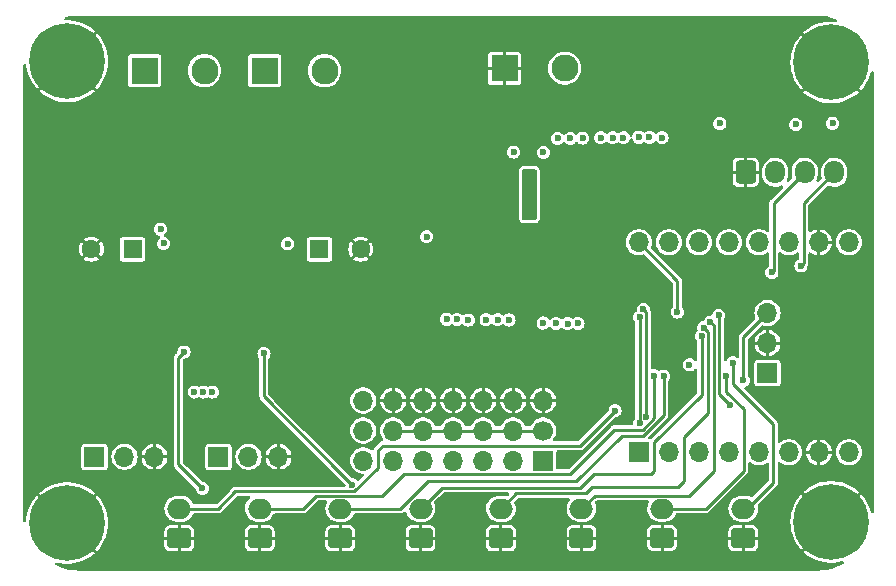
<source format=gbr>
G04 #@! TF.GenerationSoftware,KiCad,Pcbnew,7.0.5*
G04 #@! TF.CreationDate,2024-02-12T19:58:57-06:00*
G04 #@! TF.ProjectId,ATTinyBreakOut_DFRobot_Amp,41545469-6e79-4427-9265-616b4f75745f,rev?*
G04 #@! TF.SameCoordinates,Original*
G04 #@! TF.FileFunction,Copper,L4,Bot*
G04 #@! TF.FilePolarity,Positive*
%FSLAX46Y46*%
G04 Gerber Fmt 4.6, Leading zero omitted, Abs format (unit mm)*
G04 Created by KiCad (PCBNEW 7.0.5) date 2024-02-12 19:58:57*
%MOMM*%
%LPD*%
G01*
G04 APERTURE LIST*
G04 Aperture macros list*
%AMRoundRect*
0 Rectangle with rounded corners*
0 $1 Rounding radius*
0 $2 $3 $4 $5 $6 $7 $8 $9 X,Y pos of 4 corners*
0 Add a 4 corners polygon primitive as box body*
4,1,4,$2,$3,$4,$5,$6,$7,$8,$9,$2,$3,0*
0 Add four circle primitives for the rounded corners*
1,1,$1+$1,$2,$3*
1,1,$1+$1,$4,$5*
1,1,$1+$1,$6,$7*
1,1,$1+$1,$8,$9*
0 Add four rect primitives between the rounded corners*
20,1,$1+$1,$2,$3,$4,$5,0*
20,1,$1+$1,$4,$5,$6,$7,0*
20,1,$1+$1,$6,$7,$8,$9,0*
20,1,$1+$1,$8,$9,$2,$3,0*%
G04 Aperture macros list end*
G04 #@! TA.AperFunction,ComponentPad*
%ADD10R,2.286000X2.286000*%
G04 #@! TD*
G04 #@! TA.AperFunction,ComponentPad*
%ADD11C,2.286000*%
G04 #@! TD*
G04 #@! TA.AperFunction,ComponentPad*
%ADD12RoundRect,0.250000X0.750000X-0.600000X0.750000X0.600000X-0.750000X0.600000X-0.750000X-0.600000X0*%
G04 #@! TD*
G04 #@! TA.AperFunction,ComponentPad*
%ADD13O,2.000000X1.700000*%
G04 #@! TD*
G04 #@! TA.AperFunction,ComponentPad*
%ADD14R,1.700000X1.700000*%
G04 #@! TD*
G04 #@! TA.AperFunction,ComponentPad*
%ADD15O,1.700000X1.700000*%
G04 #@! TD*
G04 #@! TA.AperFunction,ComponentPad*
%ADD16C,1.700000*%
G04 #@! TD*
G04 #@! TA.AperFunction,ComponentPad*
%ADD17C,6.400000*%
G04 #@! TD*
G04 #@! TA.AperFunction,ComponentPad*
%ADD18RoundRect,0.250000X-0.600000X-0.725000X0.600000X-0.725000X0.600000X0.725000X-0.600000X0.725000X0*%
G04 #@! TD*
G04 #@! TA.AperFunction,ComponentPad*
%ADD19O,1.700000X1.950000*%
G04 #@! TD*
G04 #@! TA.AperFunction,ComponentPad*
%ADD20R,1.600000X1.600000*%
G04 #@! TD*
G04 #@! TA.AperFunction,ComponentPad*
%ADD21C,1.600000*%
G04 #@! TD*
G04 #@! TA.AperFunction,ComponentPad*
%ADD22C,0.600000*%
G04 #@! TD*
G04 #@! TA.AperFunction,SMDPad,CuDef*
%ADD23R,9.700000X3.400000*%
G04 #@! TD*
G04 #@! TA.AperFunction,ViaPad*
%ADD24C,0.600000*%
G04 #@! TD*
G04 #@! TA.AperFunction,ViaPad*
%ADD25C,0.500000*%
G04 #@! TD*
G04 #@! TA.AperFunction,Conductor*
%ADD26C,0.250000*%
G04 #@! TD*
G04 APERTURE END LIST*
D10*
X149260000Y-73300000D03*
D11*
X154340000Y-73300000D03*
D12*
X169450000Y-113090000D03*
D13*
X169450000Y-110590000D03*
D10*
X118760000Y-73500000D03*
D11*
X123840000Y-73500000D03*
D14*
X171500000Y-99100000D03*
D15*
X171500000Y-96560000D03*
X171500000Y-94020000D03*
D16*
X152520000Y-103970000D03*
D15*
X152520000Y-101430000D03*
X149980000Y-103970000D03*
X149980000Y-101430000D03*
X147440000Y-103970000D03*
X147440000Y-101430000D03*
X144900000Y-103970000D03*
X144900000Y-101430000D03*
X142360000Y-103970000D03*
X142360000Y-101430000D03*
X139820000Y-103970000D03*
X139820000Y-101430000D03*
X137280000Y-103970000D03*
X137280000Y-101430000D03*
D12*
X121700000Y-113090000D03*
D13*
X121700000Y-110590000D03*
D14*
X160600000Y-105800000D03*
D15*
X160600000Y-88020000D03*
X163140000Y-105800000D03*
X163140000Y-88020000D03*
X165680000Y-105800000D03*
X165680000Y-88020000D03*
X168220000Y-105800000D03*
X168220000Y-88020000D03*
X170760000Y-105800000D03*
X170760000Y-88020000D03*
X173300000Y-105800000D03*
X173300000Y-88020000D03*
X175840000Y-105800000D03*
X175840000Y-88020000D03*
X178380000Y-105800000D03*
X178380000Y-88020000D03*
D12*
X162580000Y-113080000D03*
D13*
X162580000Y-110580000D03*
D12*
X142130000Y-113100000D03*
D13*
X142130000Y-110600000D03*
D17*
X176900000Y-111700000D03*
D12*
X148935000Y-113090000D03*
D13*
X148935000Y-110590000D03*
D18*
X169660000Y-82100000D03*
D19*
X172160000Y-82100000D03*
X174660000Y-82100000D03*
X177160000Y-82100000D03*
D20*
X117750000Y-88610000D03*
D21*
X114250000Y-88610000D03*
D12*
X135330000Y-113100000D03*
D13*
X135330000Y-110600000D03*
D14*
X114520000Y-106200000D03*
D15*
X117060000Y-106200000D03*
X119600000Y-106200000D03*
D14*
X152520000Y-106510000D03*
D15*
X149980000Y-106510000D03*
X147440000Y-106510000D03*
X144900000Y-106510000D03*
X142360000Y-106510000D03*
X139820000Y-106510000D03*
X137280000Y-106510000D03*
D12*
X155750000Y-113090000D03*
D13*
X155750000Y-110590000D03*
D10*
X128920000Y-73500000D03*
D11*
X134000000Y-73500000D03*
D14*
X125020000Y-106200000D03*
D15*
X127560000Y-106200000D03*
X130100000Y-106200000D03*
D17*
X112200000Y-72700000D03*
D22*
X121185600Y-92523200D03*
X122965600Y-92523200D03*
X124745600Y-92523200D03*
X126525600Y-92523200D03*
X128305600Y-92523200D03*
X130085600Y-92523200D03*
X121185600Y-91223200D03*
X122965600Y-91223200D03*
X124745600Y-91223200D03*
D23*
X125635600Y-91223200D03*
D22*
X126525600Y-91223200D03*
X128305600Y-91223200D03*
X130085600Y-91223200D03*
X121185600Y-89923200D03*
X122965600Y-89923200D03*
X124745600Y-89923200D03*
X126525600Y-89923200D03*
X128305600Y-89923200D03*
X130085600Y-89923200D03*
D20*
X133570000Y-88610000D03*
D21*
X137070000Y-88610000D03*
D12*
X128510000Y-113090000D03*
D13*
X128510000Y-110590000D03*
D17*
X176900000Y-72800000D03*
X112200000Y-111800000D03*
D24*
X177030000Y-77950000D03*
X145230000Y-94550000D03*
X173900000Y-78050000D03*
X167470000Y-77970000D03*
X144350000Y-94540000D03*
X154590000Y-94910000D03*
X147680000Y-94590000D03*
X148650000Y-94590000D03*
X155450000Y-94890000D03*
X153610000Y-94900000D03*
X152510000Y-94870000D03*
X164891027Y-98408225D03*
X149610000Y-94620000D03*
X146170000Y-94610000D03*
X177450000Y-92620000D03*
X135250000Y-91160000D03*
X154071000Y-84883000D03*
X134210000Y-104390000D03*
X132400000Y-92650000D03*
X162800000Y-96700000D03*
X167430000Y-69850000D03*
X110600000Y-80500000D03*
X137390000Y-69850000D03*
X139050000Y-112120000D03*
X146197000Y-89074000D03*
X144419000Y-89074000D03*
X110600000Y-90500000D03*
X147721000Y-89074000D03*
X115600000Y-95500000D03*
X162410000Y-74850000D03*
X119460000Y-95480000D03*
X160675000Y-84883000D03*
X168740000Y-78710000D03*
X115600000Y-80500000D03*
X177450000Y-102780000D03*
X119460000Y-100480000D03*
X159151000Y-84883000D03*
X122370000Y-69850000D03*
X146451000Y-79930000D03*
X157410000Y-74850000D03*
X125640000Y-111700000D03*
X123900000Y-95380000D03*
X162410000Y-69850000D03*
D25*
X149499000Y-84248000D03*
D24*
X146050000Y-111890000D03*
X133100000Y-81230000D03*
X125880000Y-81220000D03*
X152890000Y-111770000D03*
X152410000Y-69850000D03*
X162453000Y-84883000D03*
X122080000Y-81180000D03*
X148610000Y-89074000D03*
X159720000Y-111750000D03*
X155000000Y-101400000D03*
X142390000Y-69850000D03*
X135250000Y-96160000D03*
X132400000Y-97650000D03*
X142641000Y-86026000D03*
X115600000Y-90500000D03*
X110600000Y-95500000D03*
X130110000Y-85220000D03*
X154960000Y-84883000D03*
X147410000Y-69850000D03*
X125889600Y-95231200D03*
X110600000Y-85500000D03*
X127390000Y-69850000D03*
X115600000Y-85500000D03*
X110600000Y-105500000D03*
X118730000Y-112120000D03*
X122630000Y-103280000D03*
X110600000Y-100500000D03*
X139100000Y-77410000D03*
D25*
X150134000Y-84248000D03*
D24*
X158262000Y-84883000D03*
X157373000Y-84883000D03*
X161564000Y-84883000D03*
X152547000Y-84375000D03*
X172430000Y-69850000D03*
X157410000Y-69850000D03*
X120080000Y-85980000D03*
X140640000Y-99560000D03*
X172430000Y-74850000D03*
X145308000Y-89074000D03*
X130950000Y-85970000D03*
X132450000Y-111720000D03*
X127430000Y-97300000D03*
X126010000Y-98310000D03*
X117370000Y-69850000D03*
X130080000Y-95300000D03*
X115600000Y-100500000D03*
X167410000Y-74850000D03*
X132390000Y-69850000D03*
X155849000Y-84883000D03*
X121240000Y-85370000D03*
X122270000Y-106460000D03*
X139100000Y-82410000D03*
X129020000Y-103410000D03*
X149499000Y-89074000D03*
X129650000Y-81190000D03*
X179600000Y-107800000D03*
X142390000Y-74850000D03*
X166530000Y-111610000D03*
X160610000Y-79130000D03*
X130890000Y-88160000D03*
X154800000Y-79240000D03*
X153740000Y-79230000D03*
X155860000Y-79200000D03*
X158390000Y-79180000D03*
X124500000Y-100710000D03*
X157380000Y-79170000D03*
X123750000Y-100710000D03*
X122970000Y-100700000D03*
X159300000Y-79180000D03*
X142641000Y-87550000D03*
X120120000Y-86920000D03*
X152530000Y-80410000D03*
X150000000Y-80390000D03*
X120380000Y-88130000D03*
X161510000Y-79140000D03*
X162570000Y-79170000D03*
X166670000Y-94790000D03*
X161919220Y-99339280D03*
X166109465Y-95252176D03*
X162720000Y-99348500D03*
X167980000Y-99348500D03*
X168550000Y-98230000D03*
X167370000Y-94220000D03*
X158600000Y-102280000D03*
X168370030Y-101839970D03*
X165918500Y-95974561D03*
X163860000Y-93940000D03*
X160680000Y-94370000D03*
X160680000Y-103340000D03*
X161231500Y-102831500D03*
X160991711Y-93713767D03*
X169450000Y-99730000D03*
X128870000Y-97430000D03*
X136330000Y-108540500D03*
D25*
X151023000Y-85200500D03*
X151023000Y-82787500D03*
X151023000Y-85835500D03*
X151023000Y-82152500D03*
X151658000Y-82787500D03*
X151658000Y-85835500D03*
X151658000Y-85200500D03*
X151658000Y-82152500D03*
D24*
X122100000Y-97330000D03*
X123660000Y-108870000D03*
X174330000Y-90028500D03*
X171870000Y-90580000D03*
D26*
X174580000Y-84680000D02*
X177160000Y-82100000D01*
X174580000Y-89778500D02*
X174580000Y-84680000D01*
X174330000Y-90028500D02*
X174580000Y-89778500D01*
X172020000Y-84740000D02*
X174660000Y-82100000D01*
X172020000Y-90430000D02*
X172020000Y-84740000D01*
X171870000Y-90580000D02*
X172020000Y-90430000D01*
X164842000Y-109478000D02*
X156862000Y-109478000D01*
X166950000Y-95070000D02*
X166950000Y-107370000D01*
X166950000Y-107370000D02*
X164842000Y-109478000D01*
X166670000Y-94790000D02*
X166950000Y-95070000D01*
X156862000Y-109478000D02*
X155750000Y-110590000D01*
X138852000Y-109498000D02*
X140738000Y-107612000D01*
X133262000Y-109498000D02*
X138852000Y-109498000D01*
X160951646Y-103892000D02*
X161919220Y-102924426D01*
X161919220Y-102924426D02*
X161919220Y-99339280D01*
X132170000Y-110590000D02*
X133262000Y-109498000D01*
X158508000Y-103892000D02*
X160951646Y-103892000D01*
X140738000Y-107612000D02*
X154788000Y-107612000D01*
X128510000Y-110590000D02*
X132170000Y-110590000D01*
X154788000Y-107612000D02*
X158508000Y-103892000D01*
X166470000Y-95612711D02*
X166470000Y-102450000D01*
X156100000Y-109280000D02*
X150245000Y-109280000D01*
X163900000Y-108760000D02*
X156620000Y-108760000D01*
X164420000Y-108240000D02*
X163900000Y-108760000D01*
X166109465Y-95252176D02*
X166470000Y-95612711D01*
X150245000Y-109280000D02*
X148935000Y-110590000D01*
X156620000Y-108760000D02*
X156100000Y-109280000D01*
X164420000Y-104500000D02*
X164420000Y-108240000D01*
X166470000Y-102450000D02*
X164420000Y-104500000D01*
X155290000Y-108280000D02*
X159170000Y-104400000D01*
X162720000Y-102660000D02*
X162720000Y-99348500D01*
X160980000Y-104400000D02*
X162720000Y-102660000D01*
X142741537Y-108280000D02*
X155290000Y-108280000D01*
X135330000Y-110600000D02*
X140421537Y-110600000D01*
X140421537Y-110600000D02*
X142741537Y-108280000D01*
X159170000Y-104400000D02*
X160980000Y-104400000D01*
X167980000Y-100670000D02*
X169480000Y-102170000D01*
X169480000Y-107380000D02*
X166280000Y-110580000D01*
X169480000Y-102170000D02*
X169480000Y-107380000D01*
X167980000Y-99348500D02*
X167980000Y-100670000D01*
X166280000Y-110580000D02*
X162580000Y-110580000D01*
X168550000Y-98230000D02*
X168550000Y-100000000D01*
X168550000Y-100000000D02*
X171990000Y-103440000D01*
X171990000Y-103440000D02*
X171990000Y-108400000D01*
X171990000Y-108400000D02*
X169800000Y-110590000D01*
X169800000Y-110590000D02*
X169450000Y-110590000D01*
X138930000Y-105240000D02*
X155640000Y-105240000D01*
X126449000Y-109121000D02*
X136530146Y-109121000D01*
X138540000Y-105630000D02*
X138930000Y-105240000D01*
X167410000Y-100879940D02*
X167410000Y-94260000D01*
X121700000Y-110590000D02*
X124980000Y-110590000D01*
X168370030Y-101839970D02*
X167410000Y-100879940D01*
X167410000Y-94260000D02*
X167370000Y-94220000D01*
X138540000Y-107111146D02*
X138540000Y-105630000D01*
X155640000Y-105240000D02*
X158600000Y-102280000D01*
X124980000Y-110590000D02*
X126449000Y-109121000D01*
X136530146Y-109121000D02*
X138540000Y-107111146D01*
X143920000Y-108810000D02*
X155670000Y-108810000D01*
X161600000Y-107660000D02*
X161870000Y-107390000D01*
X165918500Y-100921500D02*
X165918500Y-95974561D01*
X161870000Y-107390000D02*
X161870000Y-104970000D01*
X155670000Y-108810000D02*
X156820000Y-107660000D01*
X161870000Y-104970000D02*
X165918500Y-100921500D01*
X156820000Y-107660000D02*
X161600000Y-107660000D01*
X142130000Y-110600000D02*
X143920000Y-108810000D01*
X163860000Y-91280000D02*
X160600000Y-88020000D01*
X163860000Y-93940000D02*
X163860000Y-91280000D01*
X160680000Y-94370000D02*
X160680000Y-103340000D01*
X161232000Y-101352000D02*
X161231500Y-101352500D01*
X160991711Y-93713767D02*
X161232000Y-93954056D01*
X161231500Y-101352500D02*
X161231500Y-102831500D01*
X161232000Y-93954056D02*
X161232000Y-101352000D01*
X169450000Y-99730000D02*
X169450000Y-96070000D01*
X169450000Y-96070000D02*
X171500000Y-94020000D01*
X135402000Y-107612000D02*
X136330000Y-108540000D01*
X128870000Y-97430000D02*
X128870000Y-101080000D01*
X136330000Y-108540000D02*
X136330000Y-108540500D01*
X128870000Y-101080000D02*
X135402000Y-107612000D01*
X122100000Y-97330000D02*
X121618000Y-97812000D01*
X123650000Y-108870000D02*
X123660000Y-108870000D01*
X121618000Y-106838000D02*
X123270000Y-108490000D01*
X123270000Y-108490000D02*
X123650000Y-108870000D01*
X121618000Y-97812000D02*
X121618000Y-106838000D01*
X152520000Y-103970000D02*
X139820000Y-103970000D01*
G04 #@! TA.AperFunction,Conductor*
G36*
X130815600Y-93199200D02*
G01*
X120455600Y-93199200D01*
X120455600Y-89238400D01*
X130815600Y-89238400D01*
X130815600Y-93199200D01*
G37*
G04 #@! TD.AperFunction*
G04 #@! TA.AperFunction,Conductor*
G36*
X175675372Y-68838559D02*
G01*
X176002303Y-68852833D01*
X176091821Y-68856742D01*
X176097294Y-68857220D01*
X176509215Y-68911451D01*
X176514624Y-68912405D01*
X176920250Y-69002330D01*
X176925547Y-69003750D01*
X177237373Y-69102068D01*
X177282039Y-69116151D01*
X177340992Y-69155711D01*
X177369199Y-69220864D01*
X177357703Y-69290924D01*
X177310155Y-69343647D01*
X177241651Y-69362294D01*
X177230527Y-69361580D01*
X177087277Y-69346000D01*
X176712722Y-69346000D01*
X176340395Y-69386493D01*
X176340367Y-69386498D01*
X175974598Y-69467010D01*
X175974593Y-69467011D01*
X175619667Y-69586601D01*
X175279735Y-69743870D01*
X174958815Y-69936961D01*
X174660645Y-70163625D01*
X174660639Y-70163630D01*
X174548991Y-70269387D01*
X175862000Y-71582395D01*
X175765130Y-71665130D01*
X175682395Y-71761999D01*
X174367079Y-70446683D01*
X174146254Y-70706660D01*
X173936067Y-71016662D01*
X173936065Y-71016666D01*
X173760629Y-71347575D01*
X173760625Y-71347583D01*
X173621998Y-71695515D01*
X173521796Y-72056406D01*
X173461204Y-72426007D01*
X173440927Y-72799996D01*
X173440927Y-72800003D01*
X173461204Y-73173992D01*
X173521796Y-73543593D01*
X173621998Y-73904484D01*
X173760625Y-74252416D01*
X173760629Y-74252424D01*
X173936065Y-74583333D01*
X173936067Y-74583337D01*
X174146251Y-74893334D01*
X174367079Y-75153315D01*
X175682395Y-73837999D01*
X175765130Y-73934870D01*
X175861999Y-74017603D01*
X174548991Y-75330611D01*
X174660639Y-75436369D01*
X174660645Y-75436374D01*
X174958815Y-75663038D01*
X175279735Y-75856129D01*
X175619667Y-76013398D01*
X175974593Y-76132988D01*
X175974598Y-76132989D01*
X176340367Y-76213501D01*
X176340395Y-76213506D01*
X176712722Y-76253999D01*
X176712738Y-76254000D01*
X177087262Y-76254000D01*
X177087277Y-76253999D01*
X177459604Y-76213506D01*
X177459632Y-76213501D01*
X177825401Y-76132989D01*
X177825406Y-76132988D01*
X178180332Y-76013398D01*
X178520264Y-75856129D01*
X178841184Y-75663038D01*
X179139354Y-75436374D01*
X179139360Y-75436369D01*
X179251007Y-75330611D01*
X177938000Y-74017604D01*
X178034870Y-73934870D01*
X178117604Y-73837999D01*
X179432920Y-75153315D01*
X179653744Y-74893340D01*
X179863932Y-74583337D01*
X179863934Y-74583333D01*
X180039370Y-74252424D01*
X180039374Y-74252416D01*
X180178001Y-73904484D01*
X180252093Y-73637632D01*
X180289590Y-73577346D01*
X180353728Y-73546902D01*
X180424144Y-73555967D01*
X180478480Y-73601662D01*
X180499486Y-73669480D01*
X180499500Y-73671341D01*
X180499500Y-110828658D01*
X180479498Y-110896779D01*
X180425842Y-110943272D01*
X180355568Y-110953376D01*
X180290988Y-110923882D01*
X180252604Y-110864156D01*
X180252093Y-110862367D01*
X180178001Y-110595515D01*
X180039374Y-110247583D01*
X180039370Y-110247575D01*
X179863934Y-109916666D01*
X179863932Y-109916662D01*
X179653748Y-109606665D01*
X179432919Y-109346684D01*
X178117604Y-110661999D01*
X178034870Y-110565130D01*
X177937999Y-110482395D01*
X179251007Y-109169387D01*
X179139360Y-109063630D01*
X179139354Y-109063625D01*
X178841184Y-108836961D01*
X178520264Y-108643870D01*
X178180332Y-108486601D01*
X177825406Y-108367011D01*
X177825401Y-108367010D01*
X177459632Y-108286498D01*
X177459604Y-108286493D01*
X177087277Y-108246000D01*
X176712722Y-108246000D01*
X176340395Y-108286493D01*
X176340367Y-108286498D01*
X175974598Y-108367010D01*
X175974593Y-108367011D01*
X175619667Y-108486601D01*
X175279735Y-108643870D01*
X174958815Y-108836961D01*
X174660645Y-109063625D01*
X174660639Y-109063630D01*
X174548991Y-109169387D01*
X175861999Y-110482395D01*
X175765130Y-110565130D01*
X175682395Y-110661999D01*
X174367079Y-109346683D01*
X174146254Y-109606660D01*
X173936067Y-109916662D01*
X173936065Y-109916666D01*
X173760629Y-110247575D01*
X173760625Y-110247583D01*
X173621998Y-110595515D01*
X173521796Y-110956406D01*
X173461204Y-111326007D01*
X173440927Y-111699996D01*
X173440927Y-111700003D01*
X173461204Y-112073992D01*
X173521796Y-112443593D01*
X173621998Y-112804484D01*
X173760625Y-113152416D01*
X173760629Y-113152424D01*
X173936065Y-113483333D01*
X173936067Y-113483337D01*
X174146251Y-113793334D01*
X174367079Y-114053315D01*
X175682395Y-112737999D01*
X175765130Y-112834870D01*
X175861999Y-112917604D01*
X174548991Y-114230611D01*
X174660639Y-114336369D01*
X174660645Y-114336374D01*
X174958815Y-114563038D01*
X175279735Y-114756129D01*
X175619667Y-114913398D01*
X175974593Y-115032988D01*
X175974598Y-115032989D01*
X176340367Y-115113501D01*
X176340395Y-115113506D01*
X176712722Y-115153999D01*
X176712738Y-115154000D01*
X177087262Y-115154000D01*
X177087277Y-115153999D01*
X177459604Y-115113506D01*
X177459632Y-115113501D01*
X177825401Y-115032989D01*
X177828696Y-115032075D01*
X177829064Y-115033402D01*
X177894451Y-115030777D01*
X177955669Y-115066734D01*
X177987729Y-115130080D01*
X177980452Y-115200703D01*
X177936149Y-115256180D01*
X177922004Y-115264767D01*
X177715471Y-115372264D01*
X177710487Y-115374587D01*
X177326614Y-115533559D01*
X177321447Y-115535440D01*
X176925182Y-115660347D01*
X176919870Y-115661770D01*
X176514211Y-115751666D01*
X176508795Y-115752621D01*
X176096850Y-115806817D01*
X176091372Y-115807296D01*
X175674889Y-115825439D01*
X175672142Y-115825499D01*
X175619273Y-115825495D01*
X175619205Y-115825500D01*
X113281368Y-115825998D01*
X113278619Y-115825938D01*
X112862154Y-115807755D01*
X112856679Y-115807276D01*
X112650706Y-115780158D01*
X112444737Y-115753040D01*
X112439321Y-115752085D01*
X112033682Y-115662151D01*
X112028370Y-115660727D01*
X111632107Y-115535778D01*
X111626940Y-115533897D01*
X111280191Y-115390259D01*
X111224911Y-115345709D01*
X111202492Y-115278345D01*
X111220052Y-115209554D01*
X111272015Y-115161177D01*
X111341884Y-115148573D01*
X111355498Y-115150797D01*
X111640367Y-115213501D01*
X111640395Y-115213506D01*
X112012722Y-115253999D01*
X112012738Y-115254000D01*
X112387262Y-115254000D01*
X112387277Y-115253999D01*
X112759604Y-115213506D01*
X112759632Y-115213501D01*
X113125401Y-115132989D01*
X113125406Y-115132988D01*
X113480332Y-115013398D01*
X113820264Y-114856129D01*
X114141184Y-114663038D01*
X114439354Y-114436374D01*
X114439360Y-114436369D01*
X114551007Y-114330611D01*
X113237999Y-113017604D01*
X113334870Y-112934870D01*
X113417604Y-112837999D01*
X114732920Y-114153315D01*
X114953744Y-113893340D01*
X115163932Y-113583337D01*
X115163934Y-113583333D01*
X115339370Y-113252424D01*
X115339374Y-113252416D01*
X115454686Y-112963000D01*
X120446000Y-112963000D01*
X121216182Y-112963000D01*
X121200000Y-113018111D01*
X121200000Y-113161889D01*
X121216182Y-113217000D01*
X120446001Y-113217000D01*
X120446001Y-113738202D01*
X120446002Y-113738226D01*
X120452452Y-113798232D01*
X120452452Y-113798234D01*
X120503100Y-113934023D01*
X120589952Y-114050047D01*
X120705976Y-114136899D01*
X120705975Y-114136899D01*
X120841761Y-114187546D01*
X120841769Y-114187548D01*
X120901785Y-114193999D01*
X121573000Y-114193999D01*
X121573000Y-113576881D01*
X121664237Y-113590000D01*
X121735763Y-113590000D01*
X121827000Y-113576881D01*
X121827000Y-114193999D01*
X122498203Y-114193999D01*
X122498226Y-114193997D01*
X122558232Y-114187547D01*
X122558234Y-114187547D01*
X122694023Y-114136899D01*
X122810047Y-114050047D01*
X122896899Y-113934023D01*
X122947546Y-113798238D01*
X122947548Y-113798230D01*
X122953999Y-113738222D01*
X122954000Y-113738205D01*
X122954000Y-113217000D01*
X122183818Y-113217000D01*
X122200000Y-113161889D01*
X122200000Y-113018111D01*
X122183818Y-112963000D01*
X122953999Y-112963000D01*
X127256000Y-112963000D01*
X128026182Y-112963000D01*
X128010000Y-113018111D01*
X128010000Y-113161889D01*
X128026182Y-113217000D01*
X127256001Y-113217000D01*
X127256001Y-113738202D01*
X127256002Y-113738226D01*
X127262452Y-113798232D01*
X127262452Y-113798234D01*
X127313100Y-113934023D01*
X127399952Y-114050047D01*
X127515976Y-114136899D01*
X127515975Y-114136899D01*
X127651761Y-114187546D01*
X127651769Y-114187548D01*
X127711785Y-114193999D01*
X128383000Y-114193999D01*
X128383000Y-113576881D01*
X128474237Y-113590000D01*
X128545763Y-113590000D01*
X128637000Y-113576881D01*
X128637000Y-114193999D01*
X129308203Y-114193999D01*
X129308226Y-114193997D01*
X129368232Y-114187547D01*
X129368234Y-114187547D01*
X129504023Y-114136899D01*
X129620047Y-114050047D01*
X129706899Y-113934023D01*
X129757546Y-113798238D01*
X129757548Y-113798230D01*
X129763999Y-113738222D01*
X129764000Y-113738205D01*
X129764000Y-113217000D01*
X128993818Y-113217000D01*
X129010000Y-113161889D01*
X129010000Y-113018111D01*
X128996754Y-112973000D01*
X134076000Y-112973000D01*
X134846182Y-112973000D01*
X134830000Y-113028111D01*
X134830000Y-113171889D01*
X134846182Y-113227000D01*
X134076001Y-113227000D01*
X134076001Y-113748202D01*
X134076002Y-113748226D01*
X134082452Y-113808232D01*
X134082452Y-113808234D01*
X134133100Y-113944023D01*
X134219952Y-114060047D01*
X134335976Y-114146899D01*
X134335975Y-114146899D01*
X134471761Y-114197546D01*
X134471769Y-114197548D01*
X134531785Y-114203999D01*
X135203000Y-114203999D01*
X135203000Y-113586881D01*
X135294237Y-113600000D01*
X135365763Y-113600000D01*
X135457000Y-113586881D01*
X135457000Y-114203999D01*
X136128203Y-114203999D01*
X136128226Y-114203997D01*
X136188232Y-114197547D01*
X136188234Y-114197547D01*
X136324023Y-114146899D01*
X136440047Y-114060047D01*
X136526899Y-113944023D01*
X136577546Y-113808238D01*
X136577548Y-113808230D01*
X136583999Y-113748222D01*
X136584000Y-113748205D01*
X136584000Y-113227000D01*
X135813818Y-113227000D01*
X135830000Y-113171889D01*
X135830000Y-113028111D01*
X135813818Y-112973000D01*
X136583999Y-112973000D01*
X140876000Y-112973000D01*
X141646182Y-112973000D01*
X141630000Y-113028111D01*
X141630000Y-113171889D01*
X141646182Y-113227000D01*
X140876001Y-113227000D01*
X140876001Y-113748202D01*
X140876002Y-113748226D01*
X140882452Y-113808232D01*
X140882452Y-113808234D01*
X140933100Y-113944023D01*
X141019952Y-114060047D01*
X141135976Y-114146899D01*
X141135975Y-114146899D01*
X141271761Y-114197546D01*
X141271769Y-114197548D01*
X141331785Y-114203999D01*
X142003000Y-114203999D01*
X142003000Y-113586881D01*
X142094237Y-113600000D01*
X142165763Y-113600000D01*
X142257000Y-113586881D01*
X142257000Y-114203999D01*
X142928203Y-114203999D01*
X142928226Y-114203997D01*
X142988232Y-114197547D01*
X142988234Y-114197547D01*
X143124023Y-114146899D01*
X143240047Y-114060047D01*
X143326899Y-113944023D01*
X143377546Y-113808238D01*
X143377548Y-113808230D01*
X143383999Y-113748222D01*
X143384000Y-113748205D01*
X143384000Y-113227000D01*
X142613818Y-113227000D01*
X142630000Y-113171889D01*
X142630000Y-113028111D01*
X142613818Y-112973000D01*
X143383999Y-112973000D01*
X143383999Y-112963000D01*
X147681000Y-112963000D01*
X148451182Y-112963000D01*
X148435000Y-113018111D01*
X148435000Y-113161889D01*
X148451182Y-113217000D01*
X147681001Y-113217000D01*
X147681001Y-113738202D01*
X147681002Y-113738226D01*
X147687452Y-113798232D01*
X147687452Y-113798234D01*
X147738100Y-113934023D01*
X147824952Y-114050047D01*
X147940976Y-114136899D01*
X147940975Y-114136899D01*
X148076761Y-114187546D01*
X148076769Y-114187548D01*
X148136785Y-114193999D01*
X148808000Y-114193999D01*
X148808000Y-113576881D01*
X148899237Y-113590000D01*
X148970763Y-113590000D01*
X149062000Y-113576881D01*
X149062000Y-114193999D01*
X149733203Y-114193999D01*
X149733226Y-114193997D01*
X149793232Y-114187547D01*
X149793234Y-114187547D01*
X149929023Y-114136899D01*
X150045047Y-114050047D01*
X150131899Y-113934023D01*
X150182546Y-113798238D01*
X150182548Y-113798230D01*
X150188999Y-113738222D01*
X150189000Y-113738205D01*
X150189000Y-113217000D01*
X149418818Y-113217000D01*
X149435000Y-113161889D01*
X149435000Y-113018111D01*
X149418818Y-112963000D01*
X150188999Y-112963000D01*
X154496000Y-112963000D01*
X155266182Y-112963000D01*
X155250000Y-113018111D01*
X155250000Y-113161889D01*
X155266182Y-113217000D01*
X154496001Y-113217000D01*
X154496001Y-113738202D01*
X154496002Y-113738226D01*
X154502452Y-113798232D01*
X154502452Y-113798234D01*
X154553100Y-113934023D01*
X154639952Y-114050047D01*
X154755976Y-114136899D01*
X154755975Y-114136899D01*
X154891761Y-114187546D01*
X154891769Y-114187548D01*
X154951785Y-114193999D01*
X155623000Y-114193999D01*
X155623000Y-113576881D01*
X155714237Y-113590000D01*
X155785763Y-113590000D01*
X155877000Y-113576881D01*
X155877000Y-114193999D01*
X156548203Y-114193999D01*
X156548226Y-114193997D01*
X156608232Y-114187547D01*
X156608234Y-114187547D01*
X156744023Y-114136899D01*
X156860047Y-114050047D01*
X156946899Y-113934023D01*
X156997546Y-113798238D01*
X156997548Y-113798230D01*
X157003999Y-113738222D01*
X157004000Y-113738205D01*
X157004000Y-113217000D01*
X156233818Y-113217000D01*
X156250000Y-113161889D01*
X156250000Y-113018111D01*
X156233818Y-112963000D01*
X157003999Y-112963000D01*
X157003999Y-112953000D01*
X161326000Y-112953000D01*
X162096182Y-112953000D01*
X162080000Y-113008111D01*
X162080000Y-113151889D01*
X162096182Y-113207000D01*
X161326001Y-113207000D01*
X161326001Y-113728202D01*
X161326002Y-113728226D01*
X161332452Y-113788232D01*
X161332452Y-113788234D01*
X161383100Y-113924023D01*
X161469952Y-114040047D01*
X161585976Y-114126899D01*
X161585975Y-114126899D01*
X161721761Y-114177546D01*
X161721769Y-114177548D01*
X161781785Y-114183999D01*
X162453000Y-114183999D01*
X162453000Y-113566881D01*
X162544237Y-113580000D01*
X162615763Y-113580000D01*
X162707000Y-113566881D01*
X162707000Y-114183999D01*
X163378203Y-114183999D01*
X163378226Y-114183997D01*
X163438232Y-114177547D01*
X163438234Y-114177547D01*
X163574023Y-114126899D01*
X163690047Y-114040047D01*
X163776899Y-113924023D01*
X163827546Y-113788238D01*
X163827548Y-113788230D01*
X163833999Y-113728222D01*
X163834000Y-113728205D01*
X163834000Y-113207000D01*
X163063818Y-113207000D01*
X163080000Y-113151889D01*
X163080000Y-113008111D01*
X163066754Y-112963000D01*
X168196000Y-112963000D01*
X168966182Y-112963000D01*
X168950000Y-113018111D01*
X168950000Y-113161889D01*
X168966182Y-113217000D01*
X168196001Y-113217000D01*
X168196001Y-113738202D01*
X168196002Y-113738226D01*
X168202452Y-113798232D01*
X168202452Y-113798234D01*
X168253100Y-113934023D01*
X168339952Y-114050047D01*
X168455976Y-114136899D01*
X168455975Y-114136899D01*
X168591761Y-114187546D01*
X168591769Y-114187548D01*
X168651785Y-114193999D01*
X169323000Y-114193999D01*
X169323000Y-113576881D01*
X169414237Y-113590000D01*
X169485763Y-113590000D01*
X169577000Y-113576881D01*
X169577000Y-114193999D01*
X170248203Y-114193999D01*
X170248226Y-114193997D01*
X170308232Y-114187547D01*
X170308234Y-114187547D01*
X170444023Y-114136899D01*
X170560047Y-114050047D01*
X170646899Y-113934023D01*
X170697546Y-113798238D01*
X170697548Y-113798230D01*
X170703999Y-113738222D01*
X170704000Y-113738205D01*
X170704000Y-113217000D01*
X169933818Y-113217000D01*
X169950000Y-113161889D01*
X169950000Y-113018111D01*
X169933818Y-112963000D01*
X170703999Y-112963000D01*
X170703999Y-112441797D01*
X170703997Y-112441773D01*
X170697547Y-112381767D01*
X170697547Y-112381765D01*
X170646899Y-112245976D01*
X170560047Y-112129952D01*
X170444023Y-112043100D01*
X170444024Y-112043100D01*
X170308238Y-111992453D01*
X170308230Y-111992451D01*
X170248222Y-111986000D01*
X169577000Y-111986000D01*
X169577000Y-112603118D01*
X169485763Y-112590000D01*
X169414237Y-112590000D01*
X169323000Y-112603118D01*
X169323000Y-111986000D01*
X168651797Y-111986000D01*
X168651773Y-111986002D01*
X168591767Y-111992452D01*
X168591765Y-111992452D01*
X168455976Y-112043100D01*
X168339952Y-112129952D01*
X168253100Y-112245976D01*
X168202453Y-112381761D01*
X168202451Y-112381769D01*
X168196000Y-112441777D01*
X168196000Y-112963000D01*
X163066754Y-112963000D01*
X163063818Y-112953000D01*
X163833999Y-112953000D01*
X163833999Y-112431797D01*
X163833997Y-112431773D01*
X163827547Y-112371767D01*
X163827547Y-112371765D01*
X163776899Y-112235976D01*
X163690047Y-112119952D01*
X163574023Y-112033100D01*
X163574024Y-112033100D01*
X163438238Y-111982453D01*
X163438230Y-111982451D01*
X163378222Y-111976000D01*
X162707000Y-111976000D01*
X162707000Y-112593118D01*
X162615763Y-112580000D01*
X162544237Y-112580000D01*
X162453000Y-112593118D01*
X162453000Y-111976000D01*
X161781797Y-111976000D01*
X161781773Y-111976002D01*
X161721767Y-111982452D01*
X161721765Y-111982452D01*
X161585976Y-112033100D01*
X161469952Y-112119952D01*
X161383100Y-112235976D01*
X161332453Y-112371761D01*
X161332451Y-112371769D01*
X161326000Y-112431777D01*
X161326000Y-112953000D01*
X157003999Y-112953000D01*
X157003999Y-112441797D01*
X157003997Y-112441773D01*
X156997547Y-112381767D01*
X156997547Y-112381765D01*
X156946899Y-112245976D01*
X156860047Y-112129952D01*
X156744023Y-112043100D01*
X156744024Y-112043100D01*
X156608238Y-111992453D01*
X156608230Y-111992451D01*
X156548222Y-111986000D01*
X155877000Y-111986000D01*
X155877000Y-112603118D01*
X155785763Y-112590000D01*
X155714237Y-112590000D01*
X155623000Y-112603118D01*
X155623000Y-111986000D01*
X154951797Y-111986000D01*
X154951773Y-111986002D01*
X154891767Y-111992452D01*
X154891765Y-111992452D01*
X154755976Y-112043100D01*
X154639952Y-112129952D01*
X154553100Y-112245976D01*
X154502453Y-112381761D01*
X154502451Y-112381769D01*
X154496000Y-112441777D01*
X154496000Y-112963000D01*
X150188999Y-112963000D01*
X150188999Y-112441797D01*
X150188997Y-112441773D01*
X150182547Y-112381767D01*
X150182547Y-112381765D01*
X150131899Y-112245976D01*
X150045047Y-112129952D01*
X149929023Y-112043100D01*
X149929024Y-112043100D01*
X149793238Y-111992453D01*
X149793230Y-111992451D01*
X149733222Y-111986000D01*
X149062000Y-111986000D01*
X149062000Y-112603118D01*
X148970763Y-112590000D01*
X148899237Y-112590000D01*
X148808000Y-112603118D01*
X148808000Y-111986000D01*
X148136797Y-111986000D01*
X148136773Y-111986002D01*
X148076767Y-111992452D01*
X148076765Y-111992452D01*
X147940976Y-112043100D01*
X147824952Y-112129952D01*
X147738100Y-112245976D01*
X147687453Y-112381761D01*
X147687451Y-112381769D01*
X147681000Y-112441777D01*
X147681000Y-112963000D01*
X143383999Y-112963000D01*
X143383999Y-112451797D01*
X143383997Y-112451773D01*
X143377547Y-112391767D01*
X143377547Y-112391765D01*
X143326899Y-112255976D01*
X143240047Y-112139952D01*
X143124023Y-112053100D01*
X143124024Y-112053100D01*
X142988238Y-112002453D01*
X142988230Y-112002451D01*
X142928222Y-111996000D01*
X142257000Y-111996000D01*
X142257000Y-112613118D01*
X142165763Y-112600000D01*
X142094237Y-112600000D01*
X142003000Y-112613118D01*
X142003000Y-111996000D01*
X141331797Y-111996000D01*
X141331773Y-111996002D01*
X141271767Y-112002452D01*
X141271765Y-112002452D01*
X141135976Y-112053100D01*
X141019952Y-112139952D01*
X140933100Y-112255976D01*
X140882453Y-112391761D01*
X140882451Y-112391769D01*
X140876000Y-112451777D01*
X140876000Y-112973000D01*
X136583999Y-112973000D01*
X136583999Y-112451797D01*
X136583997Y-112451773D01*
X136577547Y-112391767D01*
X136577547Y-112391765D01*
X136526899Y-112255976D01*
X136440047Y-112139952D01*
X136324023Y-112053100D01*
X136324024Y-112053100D01*
X136188238Y-112002453D01*
X136188230Y-112002451D01*
X136128222Y-111996000D01*
X135457000Y-111996000D01*
X135457000Y-112613118D01*
X135365763Y-112600000D01*
X135294237Y-112600000D01*
X135203000Y-112613118D01*
X135203000Y-111996000D01*
X134531797Y-111996000D01*
X134531773Y-111996002D01*
X134471767Y-112002452D01*
X134471765Y-112002452D01*
X134335976Y-112053100D01*
X134219952Y-112139952D01*
X134133100Y-112255976D01*
X134082453Y-112391761D01*
X134082451Y-112391769D01*
X134076000Y-112451777D01*
X134076000Y-112973000D01*
X128996754Y-112973000D01*
X128993818Y-112963000D01*
X129763999Y-112963000D01*
X129763999Y-112441797D01*
X129763997Y-112441773D01*
X129757547Y-112381767D01*
X129757547Y-112381765D01*
X129706899Y-112245976D01*
X129620047Y-112129952D01*
X129504023Y-112043100D01*
X129504024Y-112043100D01*
X129368238Y-111992453D01*
X129368230Y-111992451D01*
X129308222Y-111986000D01*
X128637000Y-111986000D01*
X128637000Y-112603118D01*
X128545763Y-112590000D01*
X128474237Y-112590000D01*
X128383000Y-112603118D01*
X128383000Y-111986000D01*
X127711797Y-111986000D01*
X127711773Y-111986002D01*
X127651767Y-111992452D01*
X127651765Y-111992452D01*
X127515976Y-112043100D01*
X127399952Y-112129952D01*
X127313100Y-112245976D01*
X127262453Y-112381761D01*
X127262451Y-112381769D01*
X127256000Y-112441777D01*
X127256000Y-112963000D01*
X122953999Y-112963000D01*
X122953999Y-112441797D01*
X122953997Y-112441773D01*
X122947547Y-112381767D01*
X122947547Y-112381765D01*
X122896899Y-112245976D01*
X122810047Y-112129952D01*
X122694023Y-112043100D01*
X122694024Y-112043100D01*
X122558238Y-111992453D01*
X122558230Y-111992451D01*
X122498222Y-111986000D01*
X121827000Y-111986000D01*
X121827000Y-112603118D01*
X121735763Y-112590000D01*
X121664237Y-112590000D01*
X121573000Y-112603118D01*
X121573000Y-111986000D01*
X120901797Y-111986000D01*
X120901773Y-111986002D01*
X120841767Y-111992452D01*
X120841765Y-111992452D01*
X120705976Y-112043100D01*
X120589952Y-112129952D01*
X120503100Y-112245976D01*
X120452453Y-112381761D01*
X120452451Y-112381769D01*
X120446000Y-112441777D01*
X120446000Y-112963000D01*
X115454686Y-112963000D01*
X115478001Y-112904484D01*
X115578203Y-112543593D01*
X115638795Y-112173992D01*
X115659073Y-111800003D01*
X115659073Y-111799996D01*
X115638795Y-111426007D01*
X115578203Y-111056406D01*
X115478001Y-110695515D01*
X115414925Y-110537205D01*
X120441732Y-110537205D01*
X120451768Y-110747893D01*
X120451769Y-110747904D01*
X120501498Y-110952886D01*
X120501498Y-110952888D01*
X120511331Y-110974419D01*
X120589124Y-111144762D01*
X120711478Y-111316584D01*
X120711480Y-111316586D01*
X120711481Y-111316587D01*
X120721965Y-111326583D01*
X120864138Y-111462145D01*
X120864140Y-111462146D01*
X120864142Y-111462148D01*
X120943874Y-111513388D01*
X121041587Y-111576184D01*
X121237411Y-111654580D01*
X121444533Y-111694500D01*
X121444537Y-111694500D01*
X121902613Y-111694500D01*
X121902630Y-111694499D01*
X122059969Y-111679474D01*
X122059969Y-111679473D01*
X122059979Y-111679473D01*
X122262368Y-111620047D01*
X122449854Y-111523391D01*
X122615659Y-111393000D01*
X122753792Y-111233587D01*
X122859259Y-111050913D01*
X122859264Y-111050898D01*
X122861752Y-111045453D01*
X122863739Y-111046360D01*
X122899260Y-110996467D01*
X122965168Y-110970072D01*
X122977160Y-110969500D01*
X124927573Y-110969500D01*
X124953431Y-110972181D01*
X124964100Y-110974419D01*
X124999683Y-110969983D01*
X125007474Y-110969500D01*
X125011436Y-110969500D01*
X125011443Y-110969500D01*
X125033450Y-110965826D01*
X125035990Y-110965457D01*
X125089783Y-110958752D01*
X125089784Y-110958751D01*
X125089788Y-110958751D01*
X125097386Y-110956488D01*
X125104923Y-110953901D01*
X125104923Y-110953900D01*
X125104927Y-110953900D01*
X125152568Y-110928116D01*
X125154852Y-110926940D01*
X125203568Y-110903126D01*
X125203570Y-110903123D01*
X125210018Y-110898520D01*
X125216312Y-110893620D01*
X125216316Y-110893619D01*
X125253032Y-110853733D01*
X125254804Y-110851889D01*
X126569291Y-109537402D01*
X126631601Y-109503379D01*
X126658384Y-109500500D01*
X127594602Y-109500500D01*
X127662723Y-109520502D01*
X127709216Y-109574158D01*
X127719320Y-109644432D01*
X127689826Y-109709012D01*
X127672491Y-109725542D01*
X127594342Y-109786999D01*
X127594334Y-109787006D01*
X127456212Y-109946407D01*
X127456206Y-109946415D01*
X127350743Y-110129083D01*
X127350739Y-110129092D01*
X127281753Y-110328417D01*
X127281750Y-110328425D01*
X127251732Y-110537205D01*
X127261768Y-110747893D01*
X127261769Y-110747904D01*
X127311498Y-110952886D01*
X127311498Y-110952888D01*
X127321331Y-110974419D01*
X127399124Y-111144762D01*
X127521478Y-111316584D01*
X127521480Y-111316586D01*
X127521481Y-111316587D01*
X127531965Y-111326583D01*
X127674138Y-111462145D01*
X127674140Y-111462146D01*
X127674142Y-111462148D01*
X127753874Y-111513388D01*
X127851587Y-111576184D01*
X128047411Y-111654580D01*
X128254533Y-111694500D01*
X128254537Y-111694500D01*
X128712613Y-111694500D01*
X128712630Y-111694499D01*
X128869969Y-111679474D01*
X128869969Y-111679473D01*
X128869979Y-111679473D01*
X129072368Y-111620047D01*
X129259854Y-111523391D01*
X129425659Y-111393000D01*
X129563792Y-111233587D01*
X129669259Y-111050913D01*
X129669264Y-111050898D01*
X129671752Y-111045453D01*
X129673739Y-111046360D01*
X129709260Y-110996467D01*
X129775168Y-110970072D01*
X129787160Y-110969500D01*
X132117573Y-110969500D01*
X132143431Y-110972181D01*
X132154100Y-110974419D01*
X132189683Y-110969983D01*
X132197474Y-110969500D01*
X132201436Y-110969500D01*
X132201443Y-110969500D01*
X132223450Y-110965826D01*
X132225990Y-110965457D01*
X132279783Y-110958752D01*
X132279784Y-110958751D01*
X132279788Y-110958751D01*
X132287386Y-110956488D01*
X132294923Y-110953901D01*
X132294923Y-110953900D01*
X132294927Y-110953900D01*
X132342568Y-110928116D01*
X132344852Y-110926940D01*
X132393568Y-110903126D01*
X132393570Y-110903123D01*
X132400018Y-110898520D01*
X132406312Y-110893620D01*
X132406316Y-110893619D01*
X132443021Y-110853745D01*
X132444804Y-110851889D01*
X133382290Y-109914404D01*
X133444602Y-109880379D01*
X133471385Y-109877500D01*
X134103530Y-109877500D01*
X134171651Y-109897502D01*
X134218144Y-109951158D01*
X134228248Y-110021432D01*
X134212649Y-110066500D01*
X134170743Y-110139083D01*
X134170739Y-110139092D01*
X134101753Y-110338417D01*
X134101750Y-110338425D01*
X134071732Y-110547205D01*
X134081768Y-110757893D01*
X134081769Y-110757904D01*
X134131498Y-110962886D01*
X134131498Y-110962888D01*
X134141331Y-110984419D01*
X134219124Y-111154762D01*
X134341478Y-111326584D01*
X134494138Y-111472145D01*
X134494140Y-111472146D01*
X134494142Y-111472148D01*
X134558318Y-111513391D01*
X134671587Y-111586184D01*
X134867411Y-111664580D01*
X135074533Y-111704500D01*
X135074537Y-111704500D01*
X135532613Y-111704500D01*
X135532630Y-111704499D01*
X135689969Y-111689474D01*
X135689969Y-111689473D01*
X135689979Y-111689473D01*
X135892368Y-111630047D01*
X135897084Y-111627616D01*
X135996849Y-111576183D01*
X136079854Y-111533391D01*
X136245659Y-111403000D01*
X136383792Y-111243587D01*
X136489259Y-111060913D01*
X136489264Y-111060898D01*
X136491752Y-111055453D01*
X136493739Y-111056360D01*
X136529260Y-111006467D01*
X136595168Y-110980072D01*
X136607160Y-110979500D01*
X140369110Y-110979500D01*
X140394968Y-110982181D01*
X140405637Y-110984419D01*
X140441220Y-110979983D01*
X140449011Y-110979500D01*
X140452973Y-110979500D01*
X140452980Y-110979500D01*
X140474987Y-110975826D01*
X140477527Y-110975457D01*
X140531320Y-110968752D01*
X140531321Y-110968751D01*
X140531325Y-110968751D01*
X140538923Y-110966488D01*
X140546460Y-110963901D01*
X140546460Y-110963900D01*
X140546464Y-110963900D01*
X140594105Y-110938116D01*
X140596389Y-110936940D01*
X140645105Y-110913126D01*
X140645107Y-110913123D01*
X140651555Y-110908520D01*
X140657849Y-110903620D01*
X140657853Y-110903619D01*
X140694569Y-110863733D01*
X140696304Y-110861925D01*
X140707223Y-110851006D01*
X140769533Y-110816982D01*
X140840348Y-110822047D01*
X140897184Y-110864594D01*
X140918764Y-110910397D01*
X140931497Y-110962886D01*
X140931498Y-110962888D01*
X140941331Y-110984419D01*
X141019124Y-111154762D01*
X141141478Y-111326584D01*
X141294138Y-111472145D01*
X141294140Y-111472146D01*
X141294142Y-111472148D01*
X141358318Y-111513391D01*
X141471587Y-111586184D01*
X141667411Y-111664580D01*
X141874533Y-111704500D01*
X141874537Y-111704500D01*
X142332613Y-111704500D01*
X142332630Y-111704499D01*
X142489969Y-111689474D01*
X142489969Y-111689473D01*
X142489979Y-111689473D01*
X142692368Y-111630047D01*
X142697084Y-111627616D01*
X142796849Y-111576183D01*
X142879854Y-111533391D01*
X143045659Y-111403000D01*
X143183792Y-111243587D01*
X143289259Y-111060913D01*
X143358248Y-110861580D01*
X143359643Y-110851876D01*
X143388267Y-110652794D01*
X143384091Y-110565130D01*
X143378231Y-110442098D01*
X143328501Y-110237110D01*
X143271128Y-110111482D01*
X143261025Y-110041209D01*
X143290519Y-109976629D01*
X143296648Y-109970045D01*
X143660029Y-109606665D01*
X144040289Y-109226404D01*
X144102602Y-109192379D01*
X144129385Y-109189500D01*
X149494614Y-109189500D01*
X149562735Y-109209502D01*
X149609228Y-109263158D01*
X149619332Y-109333432D01*
X149589838Y-109398012D01*
X149583709Y-109404596D01*
X149499615Y-109488689D01*
X149437302Y-109522714D01*
X149386674Y-109523316D01*
X149190471Y-109485500D01*
X149190467Y-109485500D01*
X148732387Y-109485500D01*
X148732369Y-109485500D01*
X148575030Y-109500525D01*
X148575015Y-109500528D01*
X148372629Y-109559953D01*
X148185148Y-109656607D01*
X148185141Y-109656611D01*
X148019347Y-109786994D01*
X148019334Y-109787006D01*
X147881212Y-109946407D01*
X147881206Y-109946415D01*
X147775743Y-110129083D01*
X147775739Y-110129092D01*
X147706753Y-110328417D01*
X147706750Y-110328425D01*
X147676732Y-110537205D01*
X147686768Y-110747893D01*
X147686769Y-110747904D01*
X147736498Y-110952886D01*
X147736498Y-110952888D01*
X147746331Y-110974419D01*
X147824124Y-111144762D01*
X147946478Y-111316584D01*
X147946480Y-111316586D01*
X147946481Y-111316587D01*
X147956965Y-111326583D01*
X148099138Y-111462145D01*
X148099140Y-111462146D01*
X148099142Y-111462148D01*
X148178874Y-111513388D01*
X148276587Y-111576184D01*
X148472411Y-111654580D01*
X148679533Y-111694500D01*
X148679537Y-111694500D01*
X149137613Y-111694500D01*
X149137630Y-111694499D01*
X149294969Y-111679474D01*
X149294969Y-111679473D01*
X149294979Y-111679473D01*
X149497368Y-111620047D01*
X149684854Y-111523391D01*
X149850659Y-111393000D01*
X149988792Y-111233587D01*
X150094259Y-111050913D01*
X150163248Y-110851580D01*
X150167494Y-110822047D01*
X150193267Y-110642794D01*
X150188714Y-110547205D01*
X150183231Y-110432098D01*
X150133501Y-110227110D01*
X150076128Y-110101482D01*
X150066025Y-110031209D01*
X150095519Y-109966629D01*
X150101648Y-109960045D01*
X150225577Y-109836117D01*
X150365289Y-109696404D01*
X150427602Y-109662379D01*
X150454385Y-109659500D01*
X154668918Y-109659500D01*
X154737039Y-109679502D01*
X154783532Y-109733158D01*
X154793636Y-109803432D01*
X154764142Y-109868012D01*
X154764142Y-109868013D01*
X154696211Y-109946407D01*
X154696206Y-109946415D01*
X154590743Y-110129083D01*
X154590739Y-110129092D01*
X154521753Y-110328417D01*
X154521750Y-110328425D01*
X154491732Y-110537205D01*
X154501768Y-110747893D01*
X154501769Y-110747904D01*
X154551498Y-110952886D01*
X154551498Y-110952888D01*
X154561331Y-110974419D01*
X154639124Y-111144762D01*
X154761478Y-111316584D01*
X154761480Y-111316586D01*
X154761481Y-111316587D01*
X154771965Y-111326583D01*
X154914138Y-111462145D01*
X154914140Y-111462146D01*
X154914142Y-111462148D01*
X154993874Y-111513388D01*
X155091587Y-111576184D01*
X155287411Y-111654580D01*
X155494533Y-111694500D01*
X155494537Y-111694500D01*
X155952613Y-111694500D01*
X155952630Y-111694499D01*
X156109969Y-111679474D01*
X156109969Y-111679473D01*
X156109979Y-111679473D01*
X156312368Y-111620047D01*
X156499854Y-111523391D01*
X156665659Y-111393000D01*
X156803792Y-111233587D01*
X156909259Y-111050913D01*
X156978248Y-110851580D01*
X156982494Y-110822047D01*
X157008267Y-110642794D01*
X157003714Y-110547205D01*
X156998231Y-110432098D01*
X156948501Y-110227110D01*
X156891128Y-110101482D01*
X156881025Y-110031209D01*
X156910519Y-109966629D01*
X156916648Y-109960045D01*
X156940281Y-109936413D01*
X156982289Y-109894404D01*
X157044603Y-109860379D01*
X157071385Y-109857500D01*
X161353530Y-109857500D01*
X161421651Y-109877502D01*
X161468144Y-109931158D01*
X161478248Y-110001432D01*
X161462649Y-110046500D01*
X161420743Y-110119083D01*
X161420739Y-110119092D01*
X161351753Y-110318417D01*
X161351750Y-110318425D01*
X161321732Y-110527205D01*
X161331768Y-110737893D01*
X161331769Y-110737904D01*
X161381498Y-110942886D01*
X161381498Y-110942888D01*
X161391331Y-110964419D01*
X161469124Y-111134762D01*
X161591478Y-111306584D01*
X161744138Y-111452145D01*
X161744140Y-111452146D01*
X161744142Y-111452148D01*
X161775263Y-111472148D01*
X161921587Y-111566184D01*
X162117411Y-111644580D01*
X162324533Y-111684500D01*
X162324537Y-111684500D01*
X162782613Y-111684500D01*
X162782630Y-111684499D01*
X162939969Y-111669474D01*
X162939969Y-111669473D01*
X162939979Y-111669473D01*
X163142368Y-111610047D01*
X163329854Y-111513391D01*
X163495659Y-111383000D01*
X163633792Y-111223587D01*
X163739259Y-111040913D01*
X163739264Y-111040898D01*
X163741752Y-111035453D01*
X163743739Y-111036360D01*
X163779260Y-110986467D01*
X163845168Y-110960072D01*
X163857160Y-110959500D01*
X166227573Y-110959500D01*
X166253431Y-110962181D01*
X166264100Y-110964419D01*
X166299683Y-110959983D01*
X166307474Y-110959500D01*
X166311436Y-110959500D01*
X166311443Y-110959500D01*
X166333450Y-110955826D01*
X166335990Y-110955457D01*
X166389783Y-110948752D01*
X166389784Y-110948751D01*
X166389788Y-110948751D01*
X166397386Y-110946488D01*
X166404923Y-110943901D01*
X166404923Y-110943900D01*
X166404927Y-110943900D01*
X166452568Y-110918116D01*
X166454852Y-110916940D01*
X166503568Y-110893126D01*
X166503570Y-110893123D01*
X166510018Y-110888520D01*
X166516312Y-110883620D01*
X166516316Y-110883619D01*
X166553032Y-110843733D01*
X166554767Y-110841925D01*
X169711276Y-107685416D01*
X169731453Y-107669031D01*
X169740582Y-107663068D01*
X169762607Y-107634769D01*
X169767775Y-107628917D01*
X169770580Y-107626114D01*
X169783565Y-107607925D01*
X169785059Y-107605920D01*
X169818375Y-107563119D01*
X169818376Y-107563117D01*
X169822156Y-107556131D01*
X169825649Y-107548984D01*
X169825653Y-107548980D01*
X169841120Y-107497021D01*
X169841888Y-107494623D01*
X169859500Y-107443327D01*
X169859500Y-107443324D01*
X169860805Y-107435504D01*
X169861791Y-107427591D01*
X169859554Y-107373500D01*
X169859500Y-107370896D01*
X169859500Y-106759018D01*
X169879502Y-106690897D01*
X169933158Y-106644404D01*
X170003432Y-106634300D01*
X170068012Y-106663794D01*
X170070374Y-106665892D01*
X170091538Y-106685186D01*
X170125926Y-106706478D01*
X170265566Y-106792940D01*
X170265568Y-106792940D01*
X170265573Y-106792944D01*
X170456444Y-106866888D01*
X170657653Y-106904500D01*
X170657655Y-106904500D01*
X170862345Y-106904500D01*
X170862347Y-106904500D01*
X171063556Y-106866888D01*
X171254427Y-106792944D01*
X171418169Y-106691558D01*
X171486616Y-106672704D01*
X171554392Y-106693847D01*
X171599977Y-106748276D01*
X171610500Y-106798686D01*
X171610500Y-108190615D01*
X171590498Y-108258736D01*
X171573595Y-108279710D01*
X170266093Y-109587211D01*
X170203781Y-109621237D01*
X170132965Y-109616172D01*
X170113751Y-109606554D01*
X170113746Y-109606565D01*
X170112860Y-109606108D01*
X170108886Y-109604119D01*
X170108416Y-109603817D01*
X170108411Y-109603814D01*
X169912590Y-109525420D01*
X169705471Y-109485500D01*
X169705467Y-109485500D01*
X169247387Y-109485500D01*
X169247369Y-109485500D01*
X169090030Y-109500525D01*
X169090015Y-109500528D01*
X168887629Y-109559953D01*
X168700148Y-109656607D01*
X168700141Y-109656611D01*
X168534347Y-109786994D01*
X168534334Y-109787006D01*
X168396212Y-109946407D01*
X168396206Y-109946415D01*
X168290743Y-110129083D01*
X168290739Y-110129092D01*
X168221753Y-110328417D01*
X168221750Y-110328425D01*
X168191732Y-110537205D01*
X168201768Y-110747893D01*
X168201769Y-110747904D01*
X168251498Y-110952886D01*
X168251498Y-110952888D01*
X168261331Y-110974419D01*
X168339124Y-111144762D01*
X168461478Y-111316584D01*
X168461480Y-111316586D01*
X168461481Y-111316587D01*
X168471965Y-111326583D01*
X168614138Y-111462145D01*
X168614140Y-111462146D01*
X168614142Y-111462148D01*
X168693874Y-111513388D01*
X168791587Y-111576184D01*
X168987411Y-111654580D01*
X169194533Y-111694500D01*
X169194537Y-111694500D01*
X169652613Y-111694500D01*
X169652630Y-111694499D01*
X169809969Y-111679474D01*
X169809969Y-111679473D01*
X169809979Y-111679473D01*
X170012368Y-111620047D01*
X170199854Y-111523391D01*
X170365659Y-111393000D01*
X170503792Y-111233587D01*
X170609259Y-111050913D01*
X170678248Y-110851580D01*
X170682494Y-110822047D01*
X170708267Y-110642794D01*
X170703714Y-110547205D01*
X170698231Y-110432098D01*
X170675156Y-110336982D01*
X170678534Y-110266068D01*
X170708507Y-110218185D01*
X172221276Y-108705416D01*
X172241453Y-108689031D01*
X172250582Y-108683068D01*
X172272611Y-108654762D01*
X172277770Y-108648923D01*
X172280581Y-108646113D01*
X172293558Y-108627936D01*
X172295068Y-108625911D01*
X172328375Y-108583119D01*
X172328376Y-108583113D01*
X172332158Y-108576127D01*
X172335653Y-108568979D01*
X172335652Y-108568978D01*
X172351123Y-108517010D01*
X172351882Y-108514642D01*
X172369500Y-108463327D01*
X172369500Y-108463323D01*
X172370803Y-108455516D01*
X172371790Y-108447594D01*
X172371792Y-108447590D01*
X172369553Y-108393464D01*
X172369500Y-108390871D01*
X172369500Y-106731670D01*
X172389502Y-106663549D01*
X172443158Y-106617056D01*
X172513432Y-106606952D01*
X172578012Y-106636446D01*
X172580386Y-106638555D01*
X172631536Y-106685185D01*
X172805566Y-106792940D01*
X172805568Y-106792940D01*
X172805573Y-106792944D01*
X172996444Y-106866888D01*
X173197653Y-106904500D01*
X173197655Y-106904500D01*
X173402345Y-106904500D01*
X173402347Y-106904500D01*
X173603556Y-106866888D01*
X173794427Y-106792944D01*
X173968462Y-106685186D01*
X174119732Y-106547285D01*
X174243088Y-106383935D01*
X174334328Y-106200701D01*
X174390345Y-106003821D01*
X174396640Y-105935880D01*
X174397463Y-105927001D01*
X174743037Y-105927001D01*
X174750147Y-106003725D01*
X174806138Y-106200514D01*
X174806140Y-106200519D01*
X174897340Y-106383672D01*
X175020637Y-106546946D01*
X175171838Y-106684784D01*
X175345796Y-106792493D01*
X175345803Y-106792496D01*
X175536578Y-106866403D01*
X175536576Y-106866403D01*
X175713000Y-106899381D01*
X175713000Y-106286881D01*
X175804237Y-106300000D01*
X175875763Y-106300000D01*
X175967000Y-106286881D01*
X175967000Y-106899380D01*
X176143422Y-106866403D01*
X176334196Y-106792496D01*
X176334203Y-106792493D01*
X176508161Y-106684784D01*
X176659362Y-106546946D01*
X176782659Y-106383672D01*
X176873859Y-106200519D01*
X176873861Y-106200514D01*
X176929852Y-106003725D01*
X176936962Y-105927001D01*
X176936962Y-105927000D01*
X176323818Y-105927000D01*
X176340000Y-105871889D01*
X176340000Y-105800004D01*
X177270768Y-105800004D01*
X177289654Y-106003819D01*
X177345474Y-106200004D01*
X177345672Y-106200701D01*
X177436912Y-106383935D01*
X177436913Y-106383936D01*
X177560266Y-106547284D01*
X177711536Y-106685185D01*
X177885566Y-106792940D01*
X177885568Y-106792940D01*
X177885573Y-106792944D01*
X178076444Y-106866888D01*
X178277653Y-106904500D01*
X178277655Y-106904500D01*
X178482345Y-106904500D01*
X178482347Y-106904500D01*
X178683556Y-106866888D01*
X178874427Y-106792944D01*
X179048462Y-106685186D01*
X179199732Y-106547285D01*
X179323088Y-106383935D01*
X179414328Y-106200701D01*
X179470345Y-106003821D01*
X179476640Y-105935880D01*
X179489232Y-105800004D01*
X179489232Y-105799995D01*
X179471183Y-105605222D01*
X179470345Y-105596179D01*
X179414328Y-105399299D01*
X179323088Y-105216065D01*
X179270500Y-105146427D01*
X179199733Y-105052715D01*
X179048463Y-104914814D01*
X178874433Y-104807059D01*
X178874428Y-104807057D01*
X178874427Y-104807056D01*
X178848369Y-104796961D01*
X178683559Y-104733113D01*
X178683560Y-104733113D01*
X178683557Y-104733112D01*
X178683556Y-104733112D01*
X178482347Y-104695500D01*
X178277653Y-104695500D01*
X178093975Y-104729835D01*
X178076439Y-104733113D01*
X177885577Y-104807054D01*
X177885566Y-104807059D01*
X177711536Y-104914814D01*
X177560266Y-105052715D01*
X177436913Y-105216063D01*
X177345671Y-105399301D01*
X177289654Y-105596180D01*
X177270768Y-105799995D01*
X177270768Y-105800004D01*
X176340000Y-105800004D01*
X176340000Y-105728111D01*
X176323818Y-105673000D01*
X176936962Y-105673000D01*
X176936962Y-105672998D01*
X176929852Y-105596274D01*
X176873861Y-105399485D01*
X176873859Y-105399480D01*
X176782659Y-105216327D01*
X176659362Y-105053053D01*
X176508161Y-104915215D01*
X176334203Y-104807506D01*
X176334196Y-104807503D01*
X176143422Y-104733596D01*
X176143424Y-104733596D01*
X175967000Y-104700617D01*
X175967000Y-105313118D01*
X175875763Y-105300000D01*
X175804237Y-105300000D01*
X175713000Y-105313118D01*
X175713000Y-104700617D01*
X175536576Y-104733596D01*
X175345803Y-104807503D01*
X175345796Y-104807506D01*
X175171838Y-104915215D01*
X175020637Y-105053053D01*
X174897340Y-105216327D01*
X174806140Y-105399480D01*
X174806138Y-105399485D01*
X174750147Y-105596274D01*
X174743037Y-105672998D01*
X174743038Y-105673000D01*
X175356182Y-105673000D01*
X175340000Y-105728111D01*
X175340000Y-105871889D01*
X175356182Y-105927000D01*
X174743038Y-105927000D01*
X174743037Y-105927001D01*
X174397463Y-105927001D01*
X174409232Y-105800004D01*
X174409232Y-105799995D01*
X174391183Y-105605222D01*
X174390345Y-105596179D01*
X174334328Y-105399299D01*
X174243088Y-105216065D01*
X174190500Y-105146427D01*
X174119733Y-105052715D01*
X173968463Y-104914814D01*
X173794433Y-104807059D01*
X173794428Y-104807057D01*
X173794427Y-104807056D01*
X173768369Y-104796961D01*
X173603559Y-104733113D01*
X173603560Y-104733113D01*
X173603557Y-104733112D01*
X173603556Y-104733112D01*
X173402347Y-104695500D01*
X173197653Y-104695500D01*
X173013975Y-104729835D01*
X172996439Y-104733113D01*
X172805577Y-104807054D01*
X172805566Y-104807059D01*
X172631537Y-104914814D01*
X172580385Y-104961445D01*
X172516568Y-104992555D01*
X172446061Y-104984225D01*
X172391252Y-104939098D01*
X172369540Y-104871503D01*
X172369500Y-104868329D01*
X172369500Y-103492426D01*
X172372182Y-103466566D01*
X172374419Y-103455900D01*
X172369983Y-103420317D01*
X172369500Y-103412525D01*
X172369500Y-103408559D01*
X172369500Y-103408557D01*
X172365820Y-103386506D01*
X172365455Y-103383993D01*
X172358752Y-103330218D01*
X172358750Y-103330215D01*
X172356486Y-103322609D01*
X172353900Y-103315075D01*
X172353900Y-103315073D01*
X172328126Y-103267447D01*
X172326934Y-103265132D01*
X172303125Y-103216430D01*
X172298522Y-103209983D01*
X172293621Y-103203686D01*
X172253756Y-103166987D01*
X172251901Y-103165207D01*
X169559921Y-100473227D01*
X169525895Y-100410915D01*
X169530960Y-100340100D01*
X169573507Y-100283264D01*
X169600788Y-100267728D01*
X169729643Y-100214355D01*
X169845474Y-100125474D01*
X169934355Y-100009643D01*
X169948679Y-99975063D01*
X170395500Y-99975063D01*
X170395501Y-99975073D01*
X170410265Y-100049300D01*
X170466516Y-100133484D01*
X170550697Y-100189733D01*
X170550699Y-100189734D01*
X170624933Y-100204500D01*
X172375066Y-100204499D01*
X172375069Y-100204498D01*
X172375073Y-100204498D01*
X172424326Y-100194701D01*
X172449301Y-100189734D01*
X172533484Y-100133484D01*
X172589734Y-100049301D01*
X172604500Y-99975067D01*
X172604499Y-98224934D01*
X172604498Y-98224930D01*
X172604498Y-98224926D01*
X172589734Y-98150699D01*
X172533483Y-98066515D01*
X172449302Y-98010266D01*
X172375067Y-97995500D01*
X170624936Y-97995500D01*
X170624926Y-97995501D01*
X170550699Y-98010265D01*
X170466515Y-98066516D01*
X170410266Y-98150697D01*
X170395500Y-98224930D01*
X170395500Y-99975063D01*
X169948679Y-99975063D01*
X169990228Y-99874754D01*
X170009285Y-99730000D01*
X169990228Y-99585246D01*
X169934355Y-99450358D01*
X169912666Y-99422092D01*
X169855537Y-99347639D01*
X169829937Y-99281419D01*
X169829500Y-99270936D01*
X169829500Y-96687001D01*
X170403037Y-96687001D01*
X170410147Y-96763725D01*
X170466138Y-96960514D01*
X170466140Y-96960519D01*
X170557340Y-97143672D01*
X170680637Y-97306946D01*
X170831838Y-97444784D01*
X171005796Y-97552493D01*
X171005803Y-97552496D01*
X171196578Y-97626403D01*
X171196576Y-97626403D01*
X171373000Y-97659381D01*
X171373000Y-97046881D01*
X171464237Y-97060000D01*
X171535763Y-97060000D01*
X171627000Y-97046881D01*
X171627000Y-97659381D01*
X171803422Y-97626403D01*
X171994196Y-97552496D01*
X171994203Y-97552493D01*
X172168161Y-97444784D01*
X172319362Y-97306946D01*
X172442659Y-97143672D01*
X172533859Y-96960519D01*
X172533861Y-96960514D01*
X172589852Y-96763725D01*
X172596962Y-96687001D01*
X172596962Y-96687000D01*
X171983818Y-96687000D01*
X172000000Y-96631889D01*
X172000000Y-96488111D01*
X171983818Y-96433000D01*
X172596962Y-96433000D01*
X172596962Y-96432998D01*
X172589852Y-96356274D01*
X172533861Y-96159485D01*
X172533859Y-96159480D01*
X172442659Y-95976327D01*
X172319362Y-95813053D01*
X172168161Y-95675215D01*
X171994203Y-95567506D01*
X171994196Y-95567503D01*
X171803422Y-95493596D01*
X171803424Y-95493596D01*
X171627000Y-95460617D01*
X171627000Y-96073118D01*
X171535763Y-96060000D01*
X171464237Y-96060000D01*
X171373000Y-96073118D01*
X171373000Y-95460617D01*
X171196576Y-95493596D01*
X171005803Y-95567503D01*
X171005796Y-95567506D01*
X170831838Y-95675215D01*
X170680637Y-95813053D01*
X170557340Y-95976327D01*
X170466140Y-96159480D01*
X170466138Y-96159485D01*
X170410147Y-96356274D01*
X170403037Y-96432998D01*
X170403038Y-96433000D01*
X171016182Y-96433000D01*
X171000000Y-96488111D01*
X171000000Y-96631889D01*
X171016182Y-96687000D01*
X170403038Y-96687000D01*
X170403037Y-96687001D01*
X169829500Y-96687001D01*
X169829500Y-96279383D01*
X169849502Y-96211262D01*
X169866405Y-96190288D01*
X170381478Y-95675215D01*
X170975036Y-95081656D01*
X171037346Y-95047633D01*
X171108161Y-95052697D01*
X171109601Y-95053244D01*
X171196444Y-95086888D01*
X171397653Y-95124500D01*
X171397655Y-95124500D01*
X171602345Y-95124500D01*
X171602347Y-95124500D01*
X171803556Y-95086888D01*
X171994427Y-95012944D01*
X172168462Y-94905186D01*
X172319732Y-94767285D01*
X172321644Y-94764754D01*
X172344300Y-94734752D01*
X172443088Y-94603935D01*
X172534328Y-94420701D01*
X172590345Y-94223821D01*
X172599442Y-94125646D01*
X172609232Y-94020004D01*
X172609232Y-94019995D01*
X172592279Y-93837052D01*
X172590345Y-93816179D01*
X172534328Y-93619299D01*
X172443088Y-93436065D01*
X172354149Y-93318290D01*
X172319733Y-93272715D01*
X172168463Y-93134814D01*
X171994433Y-93027059D01*
X171994428Y-93027057D01*
X171994427Y-93027056D01*
X171994422Y-93027054D01*
X171803559Y-92953113D01*
X171803560Y-92953113D01*
X171803557Y-92953112D01*
X171803556Y-92953112D01*
X171602347Y-92915500D01*
X171397653Y-92915500D01*
X171222604Y-92948222D01*
X171196439Y-92953113D01*
X171005577Y-93027054D01*
X171005566Y-93027059D01*
X170831536Y-93134814D01*
X170680266Y-93272715D01*
X170556913Y-93436063D01*
X170465671Y-93619301D01*
X170409654Y-93816180D01*
X170390768Y-94019995D01*
X170390768Y-94020004D01*
X170409654Y-94223819D01*
X170466879Y-94424944D01*
X170466283Y-94495938D01*
X170434784Y-94548520D01*
X169218724Y-95764580D01*
X169198551Y-95780964D01*
X169189419Y-95786930D01*
X169189416Y-95786933D01*
X169167394Y-95815227D01*
X169162231Y-95821073D01*
X169161285Y-95822019D01*
X169159414Y-95823891D01*
X169146456Y-95842039D01*
X169144903Y-95844122D01*
X169111628Y-95886876D01*
X169107835Y-95893884D01*
X169104347Y-95901020D01*
X169088888Y-95952942D01*
X169088094Y-95955420D01*
X169070499Y-96006675D01*
X169069194Y-96014495D01*
X169068207Y-96022410D01*
X169069763Y-96060000D01*
X169070396Y-96075320D01*
X169070446Y-96076514D01*
X169070500Y-96079119D01*
X169070500Y-97674958D01*
X169050498Y-97743079D01*
X168996842Y-97789572D01*
X168926568Y-97799676D01*
X168867797Y-97774921D01*
X168829648Y-97745649D01*
X168829644Y-97745646D01*
X168829643Y-97745645D01*
X168823449Y-97743079D01*
X168694752Y-97689771D01*
X168550000Y-97670715D01*
X168405247Y-97689771D01*
X168357271Y-97709644D01*
X168270358Y-97745645D01*
X168270357Y-97745646D01*
X168270356Y-97745646D01*
X168154526Y-97834526D01*
X168065646Y-97950356D01*
X168065642Y-97950363D01*
X168031908Y-98031804D01*
X167987360Y-98087085D01*
X167919996Y-98109505D01*
X167851205Y-98091946D01*
X167802827Y-98039984D01*
X167789500Y-97983585D01*
X167789500Y-94626933D01*
X167809502Y-94558812D01*
X167815539Y-94550228D01*
X167842136Y-94515567D01*
X167854355Y-94499643D01*
X167910228Y-94364754D01*
X167929285Y-94220000D01*
X167910228Y-94075246D01*
X167854355Y-93940358D01*
X167765474Y-93824526D01*
X167765472Y-93824524D01*
X167765471Y-93824523D01*
X167649649Y-93735649D01*
X167649641Y-93735644D01*
X167514752Y-93679771D01*
X167370000Y-93660715D01*
X167225247Y-93679771D01*
X167157801Y-93707708D01*
X167090358Y-93735645D01*
X167090357Y-93735646D01*
X167090356Y-93735646D01*
X166974526Y-93824526D01*
X166885646Y-93940356D01*
X166885645Y-93940358D01*
X166864786Y-93990715D01*
X166829771Y-94075247D01*
X166823377Y-94123820D01*
X166794654Y-94188747D01*
X166735389Y-94227838D01*
X166682015Y-94232296D01*
X166670002Y-94230715D01*
X166669999Y-94230715D01*
X166525247Y-94249771D01*
X166499689Y-94260358D01*
X166390358Y-94305645D01*
X166390357Y-94305646D01*
X166390356Y-94305646D01*
X166274526Y-94394526D01*
X166185646Y-94510356D01*
X166185643Y-94510361D01*
X166137907Y-94625604D01*
X166093358Y-94680884D01*
X166037946Y-94702306D01*
X165964712Y-94711947D01*
X165909658Y-94734752D01*
X165829823Y-94767821D01*
X165829822Y-94767822D01*
X165829821Y-94767822D01*
X165713991Y-94856702D01*
X165625111Y-94972532D01*
X165625110Y-94972534D01*
X165603956Y-95023604D01*
X165569236Y-95107423D01*
X165550180Y-95252175D01*
X165550180Y-95252176D01*
X165569237Y-95396930D01*
X165578347Y-95418924D01*
X165585936Y-95489514D01*
X165554156Y-95553000D01*
X165538644Y-95567102D01*
X165523027Y-95579085D01*
X165434146Y-95694917D01*
X165434145Y-95694919D01*
X165406208Y-95762363D01*
X165378271Y-95829808D01*
X165359215Y-95974560D01*
X165359215Y-95974561D01*
X165378271Y-96119313D01*
X165434144Y-96254202D01*
X165434149Y-96254210D01*
X165512962Y-96356920D01*
X165538563Y-96423140D01*
X165539000Y-96433624D01*
X165539000Y-97970630D01*
X165518998Y-98038751D01*
X165465342Y-98085244D01*
X165395068Y-98095348D01*
X165330488Y-98065854D01*
X165313037Y-98047334D01*
X165286501Y-98012751D01*
X165286499Y-98012749D01*
X165286498Y-98012748D01*
X165170676Y-97923874D01*
X165170668Y-97923869D01*
X165035779Y-97867996D01*
X164891027Y-97848940D01*
X164746274Y-97867996D01*
X164678829Y-97895933D01*
X164611385Y-97923870D01*
X164611384Y-97923871D01*
X164611383Y-97923871D01*
X164495553Y-98012751D01*
X164406673Y-98128581D01*
X164406672Y-98128583D01*
X164378735Y-98196027D01*
X164350798Y-98263472D01*
X164331742Y-98408224D01*
X164331742Y-98408225D01*
X164350798Y-98552977D01*
X164406671Y-98687866D01*
X164406676Y-98687874D01*
X164495552Y-98803699D01*
X164574328Y-98864146D01*
X164611384Y-98892580D01*
X164746273Y-98948453D01*
X164891027Y-98967510D01*
X165035781Y-98948453D01*
X165170670Y-98892580D01*
X165286501Y-98803699D01*
X165313038Y-98769114D01*
X165370375Y-98727249D01*
X165441246Y-98723027D01*
X165503149Y-98757791D01*
X165536431Y-98820504D01*
X165539000Y-98845820D01*
X165539000Y-100712115D01*
X165518998Y-100780236D01*
X165502095Y-100801210D01*
X161638724Y-104664580D01*
X161618546Y-104680967D01*
X161611063Y-104685856D01*
X161543094Y-104706370D01*
X161517561Y-104703952D01*
X161494509Y-104699366D01*
X161431600Y-104666457D01*
X161396470Y-104604761D01*
X161400272Y-104533866D01*
X161429997Y-104486695D01*
X162951276Y-102965416D01*
X162971453Y-102949031D01*
X162980582Y-102943068D01*
X163002611Y-102914762D01*
X163007770Y-102908923D01*
X163010581Y-102906113D01*
X163023558Y-102887936D01*
X163025068Y-102885911D01*
X163058375Y-102843119D01*
X163058376Y-102843113D01*
X163062158Y-102836127D01*
X163065653Y-102828979D01*
X163068258Y-102820228D01*
X163081123Y-102777010D01*
X163081882Y-102774642D01*
X163099500Y-102723327D01*
X163099500Y-102723323D01*
X163100803Y-102715516D01*
X163101790Y-102707594D01*
X163101792Y-102707590D01*
X163099553Y-102653464D01*
X163099500Y-102650871D01*
X163099500Y-99807563D01*
X163119502Y-99739442D01*
X163125538Y-99730859D01*
X163204350Y-99628149D01*
X163204355Y-99628143D01*
X163260228Y-99493254D01*
X163279285Y-99348500D01*
X163260228Y-99203746D01*
X163204355Y-99068858D01*
X163115474Y-98953026D01*
X163115472Y-98953024D01*
X163115471Y-98953023D01*
X162999649Y-98864149D01*
X162999641Y-98864144D01*
X162864752Y-98808271D01*
X162720000Y-98789215D01*
X162575247Y-98808271D01*
X162507802Y-98836208D01*
X162440358Y-98864145D01*
X162440356Y-98864146D01*
X162440357Y-98864146D01*
X162440351Y-98864149D01*
X162402321Y-98893331D01*
X162336101Y-98918931D01*
X162266552Y-98904666D01*
X162248914Y-98893331D01*
X162198863Y-98854925D01*
X162131978Y-98827220D01*
X162063972Y-98799051D01*
X161919220Y-98779995D01*
X161774468Y-98799051D01*
X161770108Y-98800220D01*
X161766286Y-98800128D01*
X161766278Y-98800130D01*
X161766277Y-98800128D01*
X161699132Y-98798528D01*
X161640337Y-98758732D01*
X161612391Y-98693467D01*
X161611500Y-98678512D01*
X161611500Y-94006482D01*
X161614182Y-93980622D01*
X161616419Y-93969956D01*
X161611983Y-93934373D01*
X161611500Y-93926581D01*
X161611500Y-93922612D01*
X161610952Y-93919329D01*
X161607822Y-93900577D01*
X161607459Y-93898085D01*
X161600752Y-93844273D01*
X161600750Y-93844270D01*
X161598487Y-93836667D01*
X161595900Y-93829134D01*
X161595900Y-93829129D01*
X161577564Y-93795247D01*
X161570113Y-93781478D01*
X161568942Y-93779206D01*
X161565446Y-93772054D01*
X161563795Y-93768675D01*
X161552960Y-93721838D01*
X161552074Y-93721955D01*
X161543965Y-93660358D01*
X161531939Y-93569013D01*
X161476066Y-93434125D01*
X161387185Y-93318293D01*
X161387183Y-93318291D01*
X161387182Y-93318290D01*
X161271360Y-93229416D01*
X161271352Y-93229411D01*
X161136463Y-93173538D01*
X160991711Y-93154482D01*
X160846958Y-93173538D01*
X160779513Y-93201475D01*
X160712069Y-93229412D01*
X160712068Y-93229413D01*
X160712067Y-93229413D01*
X160596237Y-93318293D01*
X160507357Y-93434123D01*
X160507356Y-93434125D01*
X160487966Y-93480936D01*
X160451482Y-93569014D01*
X160432426Y-93713766D01*
X160432426Y-93713767D01*
X160440540Y-93775402D01*
X160429600Y-93845551D01*
X160392322Y-93891810D01*
X160284528Y-93974523D01*
X160195646Y-94090356D01*
X160195645Y-94090358D01*
X160167708Y-94157802D01*
X160139771Y-94225247D01*
X160120715Y-94369999D01*
X160120715Y-94370000D01*
X160139771Y-94514752D01*
X160195644Y-94649641D01*
X160195649Y-94649649D01*
X160274462Y-94752359D01*
X160300063Y-94818579D01*
X160300500Y-94829063D01*
X160300500Y-102880936D01*
X160280498Y-102949057D01*
X160274463Y-102957639D01*
X160195649Y-103060352D01*
X160195646Y-103060355D01*
X160195645Y-103060358D01*
X160185515Y-103084814D01*
X160139771Y-103195247D01*
X160120715Y-103339999D01*
X160124672Y-103370053D01*
X160113733Y-103440201D01*
X160066606Y-103493300D01*
X159999750Y-103512500D01*
X158560422Y-103512500D01*
X158534564Y-103509818D01*
X158529650Y-103508787D01*
X158523897Y-103507581D01*
X158499546Y-103510617D01*
X158488322Y-103512016D01*
X158480533Y-103512500D01*
X158476557Y-103512500D01*
X158469811Y-103513625D01*
X158454540Y-103516173D01*
X158451968Y-103516547D01*
X158398215Y-103523248D01*
X158390622Y-103525508D01*
X158383068Y-103528101D01*
X158335424Y-103553884D01*
X158333111Y-103555074D01*
X158284432Y-103578874D01*
X158277978Y-103583481D01*
X158271684Y-103588380D01*
X158234987Y-103628242D01*
X158233185Y-103630119D01*
X154667711Y-107195595D01*
X154605399Y-107229620D01*
X154578616Y-107232500D01*
X153750500Y-107232500D01*
X153682379Y-107212498D01*
X153635886Y-107158842D01*
X153624500Y-107106500D01*
X153624499Y-105745500D01*
X153644501Y-105677379D01*
X153698157Y-105630886D01*
X153750499Y-105619500D01*
X155587573Y-105619500D01*
X155613431Y-105622181D01*
X155624100Y-105624419D01*
X155659683Y-105619983D01*
X155667474Y-105619500D01*
X155671436Y-105619500D01*
X155671443Y-105619500D01*
X155693450Y-105615826D01*
X155695990Y-105615457D01*
X155749783Y-105608752D01*
X155749784Y-105608751D01*
X155749788Y-105608751D01*
X155757386Y-105606488D01*
X155764923Y-105603901D01*
X155764923Y-105603900D01*
X155764927Y-105603900D01*
X155812568Y-105578116D01*
X155814852Y-105576940D01*
X155863568Y-105553126D01*
X155863570Y-105553123D01*
X155870018Y-105548520D01*
X155876312Y-105543620D01*
X155876316Y-105543619D01*
X155913032Y-105503733D01*
X155914767Y-105501925D01*
X158543740Y-102872952D01*
X158606050Y-102838928D01*
X158616372Y-102837129D01*
X158744754Y-102820228D01*
X158879643Y-102764355D01*
X158995474Y-102675474D01*
X159084355Y-102559643D01*
X159140228Y-102424754D01*
X159159285Y-102280000D01*
X159140228Y-102135246D01*
X159084355Y-102000358D01*
X158995474Y-101884526D01*
X158995472Y-101884524D01*
X158995471Y-101884523D01*
X158879649Y-101795649D01*
X158879641Y-101795644D01*
X158744752Y-101739771D01*
X158600000Y-101720715D01*
X158455247Y-101739771D01*
X158404485Y-101760798D01*
X158320358Y-101795645D01*
X158320357Y-101795646D01*
X158320356Y-101795646D01*
X158204526Y-101884526D01*
X158115646Y-102000356D01*
X158115645Y-102000358D01*
X158090850Y-102060217D01*
X158059771Y-102135247D01*
X158042872Y-102263611D01*
X158014149Y-102328538D01*
X158007045Y-102336259D01*
X155519711Y-104823595D01*
X155457399Y-104857620D01*
X155430616Y-104860500D01*
X153484624Y-104860500D01*
X153416503Y-104840498D01*
X153370010Y-104786842D01*
X153359906Y-104716568D01*
X153384073Y-104658569D01*
X153463087Y-104553936D01*
X153463086Y-104553936D01*
X153463088Y-104553935D01*
X153554328Y-104370701D01*
X153610345Y-104173821D01*
X153629232Y-103970000D01*
X153610345Y-103766179D01*
X153554328Y-103569299D01*
X153463088Y-103386065D01*
X153409479Y-103315075D01*
X153339733Y-103222715D01*
X153188463Y-103084814D01*
X153014433Y-102977059D01*
X153014428Y-102977057D01*
X153014427Y-102977056D01*
X152960532Y-102956177D01*
X152823559Y-102903113D01*
X152823560Y-102903113D01*
X152823557Y-102903112D01*
X152823556Y-102903112D01*
X152622347Y-102865500D01*
X152417653Y-102865500D01*
X152216444Y-102903112D01*
X152216439Y-102903113D01*
X152025577Y-102977054D01*
X152025566Y-102977059D01*
X151851536Y-103084814D01*
X151700266Y-103222715D01*
X151576913Y-103386062D01*
X151576912Y-103386065D01*
X151509888Y-103520665D01*
X151461622Y-103572726D01*
X151397100Y-103590500D01*
X151102900Y-103590500D01*
X151034779Y-103570498D01*
X150990111Y-103520665D01*
X150923088Y-103386065D01*
X150922497Y-103385282D01*
X150799733Y-103222715D01*
X150648463Y-103084814D01*
X150474433Y-102977059D01*
X150474428Y-102977057D01*
X150474427Y-102977056D01*
X150420532Y-102956177D01*
X150283559Y-102903113D01*
X150283560Y-102903113D01*
X150283557Y-102903112D01*
X150283556Y-102903112D01*
X150082347Y-102865500D01*
X149877653Y-102865500D01*
X149676444Y-102903112D01*
X149676439Y-102903113D01*
X149485577Y-102977054D01*
X149485566Y-102977059D01*
X149311536Y-103084814D01*
X149160266Y-103222715D01*
X149036913Y-103386062D01*
X149036912Y-103386065D01*
X148969888Y-103520665D01*
X148921622Y-103572726D01*
X148857100Y-103590500D01*
X148562900Y-103590500D01*
X148494779Y-103570498D01*
X148450111Y-103520665D01*
X148383088Y-103386065D01*
X148382497Y-103385282D01*
X148259733Y-103222715D01*
X148108463Y-103084814D01*
X147934433Y-102977059D01*
X147934428Y-102977057D01*
X147934427Y-102977056D01*
X147880532Y-102956177D01*
X147743559Y-102903113D01*
X147743560Y-102903113D01*
X147743557Y-102903112D01*
X147743556Y-102903112D01*
X147542347Y-102865500D01*
X147337653Y-102865500D01*
X147136444Y-102903112D01*
X147136439Y-102903113D01*
X146945577Y-102977054D01*
X146945566Y-102977059D01*
X146771536Y-103084814D01*
X146620266Y-103222715D01*
X146496913Y-103386062D01*
X146496912Y-103386065D01*
X146429888Y-103520665D01*
X146381622Y-103572726D01*
X146317100Y-103590500D01*
X146022900Y-103590500D01*
X145954779Y-103570498D01*
X145910111Y-103520665D01*
X145843088Y-103386065D01*
X145842497Y-103385282D01*
X145719733Y-103222715D01*
X145568463Y-103084814D01*
X145394433Y-102977059D01*
X145394428Y-102977057D01*
X145394427Y-102977056D01*
X145340532Y-102956177D01*
X145203559Y-102903113D01*
X145203560Y-102903113D01*
X145203557Y-102903112D01*
X145203556Y-102903112D01*
X145002347Y-102865500D01*
X144797653Y-102865500D01*
X144596444Y-102903112D01*
X144596439Y-102903113D01*
X144405577Y-102977054D01*
X144405566Y-102977059D01*
X144231536Y-103084814D01*
X144080266Y-103222715D01*
X143956913Y-103386062D01*
X143956912Y-103386065D01*
X143889888Y-103520665D01*
X143841622Y-103572726D01*
X143777100Y-103590500D01*
X143482900Y-103590500D01*
X143414779Y-103570498D01*
X143370111Y-103520665D01*
X143303088Y-103386065D01*
X143302497Y-103385282D01*
X143179733Y-103222715D01*
X143028463Y-103084814D01*
X142854433Y-102977059D01*
X142854428Y-102977057D01*
X142854427Y-102977056D01*
X142800532Y-102956177D01*
X142663559Y-102903113D01*
X142663560Y-102903113D01*
X142663557Y-102903112D01*
X142663556Y-102903112D01*
X142462347Y-102865500D01*
X142257653Y-102865500D01*
X142056444Y-102903112D01*
X142056439Y-102903113D01*
X141865577Y-102977054D01*
X141865566Y-102977059D01*
X141691536Y-103084814D01*
X141540266Y-103222715D01*
X141416913Y-103386062D01*
X141416912Y-103386065D01*
X141349888Y-103520665D01*
X141301622Y-103572726D01*
X141237100Y-103590500D01*
X140942900Y-103590500D01*
X140874779Y-103570498D01*
X140830111Y-103520665D01*
X140763088Y-103386065D01*
X140762497Y-103385282D01*
X140639733Y-103222715D01*
X140488463Y-103084814D01*
X140314433Y-102977059D01*
X140314428Y-102977057D01*
X140314427Y-102977056D01*
X140260532Y-102956177D01*
X140123559Y-102903113D01*
X140123560Y-102903113D01*
X140123557Y-102903112D01*
X140123556Y-102903112D01*
X139922347Y-102865500D01*
X139717653Y-102865500D01*
X139516444Y-102903112D01*
X139516439Y-102903113D01*
X139325577Y-102977054D01*
X139325566Y-102977059D01*
X139151536Y-103084814D01*
X139000266Y-103222715D01*
X138876913Y-103386063D01*
X138785671Y-103569301D01*
X138729654Y-103766180D01*
X138710768Y-103969995D01*
X138710768Y-103970004D01*
X138729654Y-104173819D01*
X138774382Y-104331020D01*
X138785672Y-104370701D01*
X138876912Y-104553935D01*
X138876913Y-104553936D01*
X138959590Y-104663419D01*
X138984680Y-104729835D01*
X138969880Y-104799272D01*
X138919889Y-104849684D01*
X138879765Y-104863635D01*
X138876535Y-104864173D01*
X138873966Y-104864548D01*
X138820214Y-104871248D01*
X138812622Y-104873508D01*
X138805068Y-104876101D01*
X138757424Y-104901884D01*
X138755111Y-104903074D01*
X138706432Y-104926874D01*
X138699978Y-104931481D01*
X138693684Y-104936380D01*
X138656987Y-104976242D01*
X138655185Y-104978120D01*
X138308724Y-105324580D01*
X138288551Y-105340964D01*
X138279419Y-105346930D01*
X138279416Y-105346933D01*
X138257394Y-105375227D01*
X138252231Y-105381073D01*
X138251285Y-105382019D01*
X138249414Y-105383891D01*
X138236456Y-105402039D01*
X138234903Y-105404122D01*
X138201628Y-105446876D01*
X138197835Y-105453884D01*
X138194347Y-105461020D01*
X138178888Y-105512942D01*
X138178094Y-105515420D01*
X138157111Y-105576546D01*
X138153202Y-105575204D01*
X138131064Y-105620682D01*
X138070411Y-105657583D01*
X137999436Y-105655834D01*
X137953016Y-105628965D01*
X137948463Y-105624814D01*
X137774433Y-105517059D01*
X137774428Y-105517057D01*
X137774427Y-105517056D01*
X137770204Y-105515420D01*
X137583559Y-105443113D01*
X137583560Y-105443113D01*
X137583557Y-105443112D01*
X137583556Y-105443112D01*
X137382347Y-105405500D01*
X137177653Y-105405500D01*
X136976444Y-105443112D01*
X136976439Y-105443113D01*
X136785577Y-105517054D01*
X136785566Y-105517059D01*
X136611536Y-105624814D01*
X136460266Y-105762715D01*
X136336913Y-105926063D01*
X136245671Y-106109301D01*
X136189654Y-106306180D01*
X136170768Y-106509995D01*
X136170768Y-106510004D01*
X136189654Y-106713819D01*
X136240924Y-106894013D01*
X136245672Y-106910701D01*
X136336912Y-107093935D01*
X136336913Y-107093936D01*
X136460266Y-107257284D01*
X136611536Y-107395185D01*
X136785566Y-107502940D01*
X136785568Y-107502940D01*
X136785573Y-107502944D01*
X136976444Y-107576888D01*
X137177653Y-107614500D01*
X137177655Y-107614500D01*
X137195761Y-107614500D01*
X137263882Y-107634502D01*
X137310375Y-107688158D01*
X137320479Y-107758432D01*
X137290985Y-107823012D01*
X137284869Y-107829581D01*
X137102949Y-108011502D01*
X136932984Y-108181467D01*
X136870672Y-108215492D01*
X136799856Y-108210427D01*
X136743927Y-108169074D01*
X136725474Y-108145026D01*
X136725472Y-108145025D01*
X136725472Y-108145024D01*
X136609649Y-108056149D01*
X136609641Y-108056144D01*
X136474752Y-108000271D01*
X136346964Y-107983448D01*
X136282036Y-107954725D01*
X136274315Y-107947621D01*
X135665837Y-107339143D01*
X135665833Y-107339137D01*
X132296699Y-103970004D01*
X136170768Y-103970004D01*
X136189654Y-104173819D01*
X136234382Y-104331020D01*
X136245672Y-104370701D01*
X136336912Y-104553935D01*
X136336913Y-104553936D01*
X136460266Y-104717284D01*
X136611536Y-104855185D01*
X136785566Y-104962940D01*
X136785568Y-104962940D01*
X136785573Y-104962944D01*
X136976444Y-105036888D01*
X137177653Y-105074500D01*
X137177655Y-105074500D01*
X137382345Y-105074500D01*
X137382347Y-105074500D01*
X137583556Y-105036888D01*
X137774427Y-104962944D01*
X137948462Y-104855186D01*
X138099732Y-104717285D01*
X138100274Y-104716568D01*
X138139533Y-104664580D01*
X138223088Y-104553935D01*
X138314328Y-104370701D01*
X138370345Y-104173821D01*
X138389232Y-103970000D01*
X138370345Y-103766179D01*
X138314328Y-103569299D01*
X138223088Y-103386065D01*
X138169479Y-103315075D01*
X138099733Y-103222715D01*
X137948463Y-103084814D01*
X137774433Y-102977059D01*
X137774428Y-102977057D01*
X137774427Y-102977056D01*
X137720532Y-102956177D01*
X137583559Y-102903113D01*
X137583560Y-102903113D01*
X137583557Y-102903112D01*
X137583556Y-102903112D01*
X137382347Y-102865500D01*
X137177653Y-102865500D01*
X136976444Y-102903112D01*
X136976439Y-102903113D01*
X136785577Y-102977054D01*
X136785566Y-102977059D01*
X136611536Y-103084814D01*
X136460266Y-103222715D01*
X136336913Y-103386063D01*
X136245671Y-103569301D01*
X136189654Y-103766180D01*
X136170768Y-103969995D01*
X136170768Y-103970004D01*
X132296699Y-103970004D01*
X129756699Y-101430004D01*
X136170768Y-101430004D01*
X136189654Y-101633819D01*
X136235697Y-101795644D01*
X136245672Y-101830701D01*
X136336912Y-102013935D01*
X136357186Y-102040783D01*
X136460266Y-102177284D01*
X136611536Y-102315185D01*
X136785566Y-102422940D01*
X136785568Y-102422940D01*
X136785573Y-102422944D01*
X136976444Y-102496888D01*
X137177653Y-102534500D01*
X137177655Y-102534500D01*
X137382345Y-102534500D01*
X137382347Y-102534500D01*
X137583556Y-102496888D01*
X137774427Y-102422944D01*
X137948462Y-102315186D01*
X138099732Y-102177285D01*
X138105289Y-102169927D01*
X138128978Y-102138557D01*
X138223088Y-102013935D01*
X138314328Y-101830701D01*
X138370345Y-101633821D01*
X138376640Y-101565880D01*
X138377463Y-101557001D01*
X138723037Y-101557001D01*
X138730147Y-101633725D01*
X138786138Y-101830514D01*
X138786140Y-101830519D01*
X138877340Y-102013672D01*
X139000637Y-102176946D01*
X139151838Y-102314784D01*
X139325796Y-102422493D01*
X139325803Y-102422496D01*
X139516578Y-102496403D01*
X139516576Y-102496403D01*
X139693000Y-102529381D01*
X139693000Y-101916881D01*
X139784237Y-101930000D01*
X139855763Y-101930000D01*
X139947000Y-101916881D01*
X139947000Y-102529380D01*
X140123422Y-102496403D01*
X140314196Y-102422496D01*
X140314203Y-102422493D01*
X140488161Y-102314784D01*
X140639362Y-102176946D01*
X140762659Y-102013672D01*
X140853859Y-101830519D01*
X140853861Y-101830514D01*
X140909852Y-101633725D01*
X140916962Y-101557001D01*
X141263037Y-101557001D01*
X141270147Y-101633725D01*
X141326138Y-101830514D01*
X141326140Y-101830519D01*
X141417340Y-102013672D01*
X141540637Y-102176946D01*
X141691838Y-102314784D01*
X141865796Y-102422493D01*
X141865803Y-102422496D01*
X142056578Y-102496403D01*
X142056576Y-102496403D01*
X142233000Y-102529381D01*
X142233000Y-101916881D01*
X142324237Y-101930000D01*
X142395763Y-101930000D01*
X142487000Y-101916881D01*
X142487000Y-102529381D01*
X142663422Y-102496403D01*
X142854196Y-102422496D01*
X142854203Y-102422493D01*
X143028161Y-102314784D01*
X143179362Y-102176946D01*
X143302659Y-102013672D01*
X143393859Y-101830519D01*
X143393861Y-101830514D01*
X143449852Y-101633725D01*
X143456962Y-101557001D01*
X143803037Y-101557001D01*
X143810147Y-101633725D01*
X143866138Y-101830514D01*
X143866140Y-101830519D01*
X143957340Y-102013672D01*
X144080637Y-102176946D01*
X144231838Y-102314784D01*
X144405796Y-102422493D01*
X144405803Y-102422496D01*
X144596578Y-102496403D01*
X144596576Y-102496403D01*
X144773000Y-102529381D01*
X144773000Y-101916881D01*
X144864237Y-101930000D01*
X144935763Y-101930000D01*
X145027000Y-101916881D01*
X145027000Y-102529381D01*
X145203422Y-102496403D01*
X145394196Y-102422496D01*
X145394203Y-102422493D01*
X145568161Y-102314784D01*
X145719362Y-102176946D01*
X145842659Y-102013672D01*
X145933859Y-101830519D01*
X145933861Y-101830514D01*
X145989852Y-101633725D01*
X145996962Y-101557001D01*
X146343037Y-101557001D01*
X146350147Y-101633725D01*
X146406138Y-101830514D01*
X146406140Y-101830519D01*
X146497340Y-102013672D01*
X146620637Y-102176946D01*
X146771838Y-102314784D01*
X146945796Y-102422493D01*
X146945803Y-102422496D01*
X147136578Y-102496403D01*
X147136576Y-102496403D01*
X147313000Y-102529381D01*
X147313000Y-101916881D01*
X147404237Y-101930000D01*
X147475763Y-101930000D01*
X147567000Y-101916881D01*
X147567000Y-102529381D01*
X147743422Y-102496403D01*
X147934196Y-102422496D01*
X147934203Y-102422493D01*
X148108161Y-102314784D01*
X148259362Y-102176946D01*
X148382659Y-102013672D01*
X148473859Y-101830519D01*
X148473861Y-101830514D01*
X148529852Y-101633725D01*
X148536962Y-101557001D01*
X148883037Y-101557001D01*
X148890147Y-101633725D01*
X148946138Y-101830514D01*
X148946140Y-101830519D01*
X149037340Y-102013672D01*
X149160637Y-102176946D01*
X149311838Y-102314784D01*
X149485796Y-102422493D01*
X149485803Y-102422496D01*
X149676578Y-102496403D01*
X149676576Y-102496403D01*
X149853000Y-102529381D01*
X149853000Y-101916881D01*
X149944237Y-101930000D01*
X150015763Y-101930000D01*
X150107000Y-101916881D01*
X150107000Y-102529381D01*
X150283422Y-102496403D01*
X150474196Y-102422496D01*
X150474203Y-102422493D01*
X150648161Y-102314784D01*
X150799362Y-102176946D01*
X150922659Y-102013672D01*
X151013859Y-101830519D01*
X151013861Y-101830514D01*
X151069852Y-101633725D01*
X151076962Y-101557001D01*
X151423037Y-101557001D01*
X151430147Y-101633725D01*
X151486138Y-101830514D01*
X151486140Y-101830519D01*
X151577340Y-102013672D01*
X151700637Y-102176946D01*
X151851838Y-102314784D01*
X152025796Y-102422493D01*
X152025803Y-102422496D01*
X152216578Y-102496403D01*
X152216576Y-102496403D01*
X152393000Y-102529381D01*
X152393000Y-101916881D01*
X152484237Y-101930000D01*
X152555763Y-101930000D01*
X152647000Y-101916881D01*
X152647000Y-102529381D01*
X152823422Y-102496403D01*
X153014196Y-102422496D01*
X153014203Y-102422493D01*
X153188161Y-102314784D01*
X153339362Y-102176946D01*
X153462659Y-102013672D01*
X153553859Y-101830519D01*
X153553861Y-101830514D01*
X153609852Y-101633725D01*
X153616962Y-101557001D01*
X153616962Y-101557000D01*
X153003818Y-101557000D01*
X153020000Y-101501889D01*
X153020000Y-101358111D01*
X153003818Y-101303000D01*
X153616962Y-101303000D01*
X153616962Y-101302998D01*
X153609852Y-101226274D01*
X153553861Y-101029485D01*
X153553859Y-101029480D01*
X153462659Y-100846327D01*
X153339362Y-100683053D01*
X153188161Y-100545215D01*
X153014203Y-100437506D01*
X153014196Y-100437503D01*
X152823422Y-100363596D01*
X152823424Y-100363596D01*
X152647000Y-100330617D01*
X152647000Y-100943118D01*
X152555763Y-100930000D01*
X152484237Y-100930000D01*
X152393000Y-100943118D01*
X152393000Y-100330617D01*
X152216576Y-100363596D01*
X152025803Y-100437503D01*
X152025796Y-100437506D01*
X151851838Y-100545215D01*
X151700637Y-100683053D01*
X151577340Y-100846327D01*
X151486140Y-101029480D01*
X151486138Y-101029485D01*
X151430147Y-101226274D01*
X151423037Y-101302998D01*
X151423038Y-101303000D01*
X152036182Y-101303000D01*
X152020000Y-101358111D01*
X152020000Y-101501889D01*
X152036182Y-101557000D01*
X151423038Y-101557000D01*
X151423037Y-101557001D01*
X151076962Y-101557001D01*
X151076962Y-101557000D01*
X150463818Y-101557000D01*
X150480000Y-101501889D01*
X150480000Y-101358111D01*
X150463818Y-101303000D01*
X151076962Y-101303000D01*
X151076962Y-101302998D01*
X151069852Y-101226274D01*
X151013861Y-101029485D01*
X151013859Y-101029480D01*
X150922659Y-100846327D01*
X150799362Y-100683053D01*
X150648161Y-100545215D01*
X150474203Y-100437506D01*
X150474196Y-100437503D01*
X150283422Y-100363596D01*
X150283424Y-100363596D01*
X150107000Y-100330617D01*
X150107000Y-100943118D01*
X150015763Y-100930000D01*
X149944237Y-100930000D01*
X149853000Y-100943118D01*
X149853000Y-100330617D01*
X149676576Y-100363596D01*
X149485803Y-100437503D01*
X149485796Y-100437506D01*
X149311838Y-100545215D01*
X149160637Y-100683053D01*
X149037340Y-100846327D01*
X148946140Y-101029480D01*
X148946138Y-101029485D01*
X148890147Y-101226274D01*
X148883037Y-101302998D01*
X148883038Y-101303000D01*
X149496182Y-101303000D01*
X149480000Y-101358111D01*
X149480000Y-101501889D01*
X149496182Y-101557000D01*
X148883038Y-101557000D01*
X148883037Y-101557001D01*
X148536962Y-101557001D01*
X148536962Y-101557000D01*
X147923818Y-101557000D01*
X147940000Y-101501889D01*
X147940000Y-101358111D01*
X147923818Y-101303000D01*
X148536962Y-101303000D01*
X148536962Y-101302998D01*
X148529852Y-101226274D01*
X148473861Y-101029485D01*
X148473859Y-101029480D01*
X148382659Y-100846327D01*
X148259362Y-100683053D01*
X148108161Y-100545215D01*
X147934203Y-100437506D01*
X147934196Y-100437503D01*
X147743422Y-100363596D01*
X147743424Y-100363596D01*
X147567000Y-100330617D01*
X147567000Y-100943118D01*
X147475763Y-100930000D01*
X147404237Y-100930000D01*
X147313000Y-100943118D01*
X147313000Y-100330617D01*
X147136576Y-100363596D01*
X146945803Y-100437503D01*
X146945796Y-100437506D01*
X146771838Y-100545215D01*
X146620637Y-100683053D01*
X146497340Y-100846327D01*
X146406140Y-101029480D01*
X146406138Y-101029485D01*
X146350147Y-101226274D01*
X146343037Y-101302998D01*
X146343038Y-101303000D01*
X146956182Y-101303000D01*
X146940000Y-101358111D01*
X146940000Y-101501889D01*
X146956182Y-101557000D01*
X146343038Y-101557000D01*
X146343037Y-101557001D01*
X145996962Y-101557001D01*
X145996962Y-101557000D01*
X145383818Y-101557000D01*
X145400000Y-101501889D01*
X145400000Y-101358111D01*
X145383818Y-101303000D01*
X145996962Y-101303000D01*
X145996962Y-101302998D01*
X145989852Y-101226274D01*
X145933861Y-101029485D01*
X145933859Y-101029480D01*
X145842659Y-100846327D01*
X145719362Y-100683053D01*
X145568161Y-100545215D01*
X145394203Y-100437506D01*
X145394196Y-100437503D01*
X145203422Y-100363596D01*
X145203424Y-100363596D01*
X145027000Y-100330617D01*
X145027000Y-100943118D01*
X144935763Y-100930000D01*
X144864237Y-100930000D01*
X144773000Y-100943118D01*
X144773000Y-100330617D01*
X144596576Y-100363596D01*
X144405803Y-100437503D01*
X144405796Y-100437506D01*
X144231838Y-100545215D01*
X144080637Y-100683053D01*
X143957340Y-100846327D01*
X143866140Y-101029480D01*
X143866138Y-101029485D01*
X143810147Y-101226274D01*
X143803037Y-101302998D01*
X143803038Y-101303000D01*
X144416182Y-101303000D01*
X144400000Y-101358111D01*
X144400000Y-101501889D01*
X144416182Y-101557000D01*
X143803038Y-101557000D01*
X143803037Y-101557001D01*
X143456962Y-101557001D01*
X143456962Y-101557000D01*
X142843818Y-101557000D01*
X142860000Y-101501889D01*
X142860000Y-101358111D01*
X142843818Y-101303000D01*
X143456962Y-101303000D01*
X143456962Y-101302998D01*
X143449852Y-101226274D01*
X143393861Y-101029485D01*
X143393859Y-101029480D01*
X143302659Y-100846327D01*
X143179362Y-100683053D01*
X143028161Y-100545215D01*
X142854203Y-100437506D01*
X142854196Y-100437503D01*
X142663422Y-100363596D01*
X142663424Y-100363596D01*
X142487000Y-100330617D01*
X142487000Y-100943118D01*
X142395763Y-100930000D01*
X142324237Y-100930000D01*
X142233000Y-100943118D01*
X142233000Y-100330617D01*
X142056576Y-100363596D01*
X141865803Y-100437503D01*
X141865796Y-100437506D01*
X141691838Y-100545215D01*
X141540637Y-100683053D01*
X141417340Y-100846327D01*
X141326140Y-101029480D01*
X141326138Y-101029485D01*
X141270147Y-101226274D01*
X141263037Y-101302998D01*
X141263038Y-101303000D01*
X141876182Y-101303000D01*
X141860000Y-101358111D01*
X141860000Y-101501889D01*
X141876182Y-101557000D01*
X141263038Y-101557000D01*
X141263037Y-101557001D01*
X140916962Y-101557001D01*
X140916962Y-101557000D01*
X140303818Y-101557000D01*
X140320000Y-101501889D01*
X140320000Y-101358111D01*
X140303818Y-101303000D01*
X140916962Y-101303000D01*
X140916962Y-101302998D01*
X140909852Y-101226274D01*
X140853861Y-101029485D01*
X140853859Y-101029480D01*
X140762659Y-100846327D01*
X140639362Y-100683053D01*
X140488161Y-100545215D01*
X140314203Y-100437506D01*
X140314196Y-100437503D01*
X140123422Y-100363596D01*
X140123424Y-100363596D01*
X139947000Y-100330617D01*
X139947000Y-100943118D01*
X139855763Y-100930000D01*
X139784237Y-100930000D01*
X139693000Y-100943118D01*
X139693000Y-100330617D01*
X139516576Y-100363596D01*
X139325803Y-100437503D01*
X139325796Y-100437506D01*
X139151838Y-100545215D01*
X139000637Y-100683053D01*
X138877340Y-100846327D01*
X138786140Y-101029480D01*
X138786138Y-101029485D01*
X138730147Y-101226274D01*
X138723037Y-101302998D01*
X138723038Y-101303000D01*
X139336182Y-101303000D01*
X139320000Y-101358111D01*
X139320000Y-101501889D01*
X139336182Y-101557000D01*
X138723038Y-101557000D01*
X138723037Y-101557001D01*
X138377463Y-101557001D01*
X138389232Y-101430004D01*
X138389232Y-101429995D01*
X138370345Y-101226180D01*
X138362158Y-101197406D01*
X138314328Y-101029299D01*
X138223088Y-100846065D01*
X138161347Y-100764306D01*
X138099733Y-100682715D01*
X137948463Y-100544814D01*
X137774433Y-100437059D01*
X137774428Y-100437057D01*
X137774427Y-100437056D01*
X137757135Y-100430357D01*
X137583559Y-100363113D01*
X137583560Y-100363113D01*
X137583557Y-100363112D01*
X137583556Y-100363112D01*
X137382347Y-100325500D01*
X137177653Y-100325500D01*
X136976444Y-100363112D01*
X136976439Y-100363113D01*
X136785577Y-100437054D01*
X136785566Y-100437059D01*
X136611536Y-100544814D01*
X136460266Y-100682715D01*
X136336913Y-100846063D01*
X136245671Y-101029301D01*
X136189654Y-101226180D01*
X136170768Y-101429995D01*
X136170768Y-101430004D01*
X129756699Y-101430004D01*
X129286405Y-100959710D01*
X129252379Y-100897398D01*
X129249500Y-100870615D01*
X129249500Y-97889063D01*
X129269502Y-97820942D01*
X129275538Y-97812359D01*
X129354350Y-97709649D01*
X129354355Y-97709643D01*
X129410228Y-97574754D01*
X129429285Y-97430000D01*
X129410228Y-97285246D01*
X129354355Y-97150358D01*
X129265474Y-97034526D01*
X129265472Y-97034524D01*
X129265471Y-97034523D01*
X129149649Y-96945649D01*
X129149641Y-96945644D01*
X129014752Y-96889771D01*
X128870000Y-96870715D01*
X128725247Y-96889771D01*
X128657801Y-96917708D01*
X128590358Y-96945645D01*
X128590357Y-96945646D01*
X128590356Y-96945646D01*
X128474526Y-97034526D01*
X128385646Y-97150356D01*
X128385645Y-97150358D01*
X128357708Y-97217802D01*
X128329771Y-97285247D01*
X128310715Y-97429999D01*
X128310715Y-97430000D01*
X128329771Y-97574752D01*
X128385644Y-97709641D01*
X128385646Y-97709644D01*
X128464462Y-97812359D01*
X128490062Y-97878580D01*
X128490499Y-97889063D01*
X128490500Y-101027573D01*
X128487818Y-101053430D01*
X128485580Y-101064099D01*
X128487905Y-101082746D01*
X128490016Y-101099683D01*
X128490500Y-101107473D01*
X128490500Y-101111443D01*
X128492125Y-101121184D01*
X128494170Y-101133440D01*
X128494544Y-101136013D01*
X128501247Y-101189781D01*
X128503517Y-101197406D01*
X128506099Y-101204927D01*
X128531875Y-101252556D01*
X128533065Y-101254869D01*
X128548380Y-101286193D01*
X128556874Y-101303568D01*
X128556875Y-101303569D01*
X128561493Y-101310038D01*
X128566376Y-101316312D01*
X128606242Y-101353011D01*
X128608096Y-101354790D01*
X132178239Y-104924933D01*
X135736969Y-108483663D01*
X135770995Y-108545975D01*
X135772796Y-108556309D01*
X135778423Y-108599053D01*
X135767486Y-108669200D01*
X135720359Y-108722300D01*
X135653502Y-108741500D01*
X126501427Y-108741500D01*
X126475568Y-108738818D01*
X126464898Y-108736580D01*
X126441593Y-108739486D01*
X126429316Y-108741016D01*
X126421526Y-108741500D01*
X126417555Y-108741500D01*
X126395571Y-108745168D01*
X126392997Y-108745543D01*
X126339215Y-108752248D01*
X126331624Y-108754507D01*
X126324072Y-108757100D01*
X126276439Y-108782877D01*
X126274125Y-108784068D01*
X126225434Y-108807872D01*
X126218970Y-108812487D01*
X126212684Y-108817380D01*
X126175987Y-108857242D01*
X126174185Y-108859119D01*
X125954807Y-109078498D01*
X124859709Y-110173596D01*
X124797399Y-110207620D01*
X124770616Y-110210500D01*
X122971891Y-110210500D01*
X122903770Y-110190498D01*
X122857278Y-110136843D01*
X122834090Y-110086071D01*
X122810876Y-110035238D01*
X122688522Y-109863416D01*
X122687670Y-109862604D01*
X122658641Y-109834925D01*
X122535862Y-109717855D01*
X122535859Y-109717853D01*
X122535857Y-109717851D01*
X122358413Y-109603816D01*
X122358408Y-109603814D01*
X122162589Y-109525420D01*
X122162586Y-109525419D01*
X122162585Y-109525419D01*
X121955471Y-109485500D01*
X121955467Y-109485500D01*
X121497387Y-109485500D01*
X121497369Y-109485500D01*
X121340030Y-109500525D01*
X121340015Y-109500528D01*
X121137629Y-109559953D01*
X120950148Y-109656607D01*
X120950141Y-109656611D01*
X120784347Y-109786994D01*
X120784334Y-109787006D01*
X120646212Y-109946407D01*
X120646206Y-109946415D01*
X120540743Y-110129083D01*
X120540739Y-110129092D01*
X120471753Y-110328417D01*
X120471750Y-110328425D01*
X120441732Y-110537205D01*
X115414925Y-110537205D01*
X115339374Y-110347583D01*
X115339370Y-110347575D01*
X115163934Y-110016666D01*
X115163932Y-110016662D01*
X114953748Y-109706665D01*
X114732919Y-109446684D01*
X113417603Y-110761999D01*
X113334870Y-110665130D01*
X113237999Y-110582395D01*
X114551007Y-109269387D01*
X114439360Y-109163630D01*
X114439354Y-109163625D01*
X114141184Y-108936961D01*
X113820264Y-108743870D01*
X113480332Y-108586601D01*
X113125406Y-108467011D01*
X113125401Y-108467010D01*
X112759632Y-108386498D01*
X112759604Y-108386493D01*
X112387277Y-108346000D01*
X112012722Y-108346000D01*
X111640395Y-108386493D01*
X111640367Y-108386498D01*
X111274598Y-108467010D01*
X111274593Y-108467011D01*
X110919667Y-108586601D01*
X110579735Y-108743870D01*
X110258815Y-108936961D01*
X109960645Y-109163625D01*
X109960639Y-109163630D01*
X109848991Y-109269387D01*
X111161999Y-110582395D01*
X111065130Y-110665130D01*
X110982395Y-110762000D01*
X109667079Y-109446683D01*
X109446254Y-109706660D01*
X109236067Y-110016662D01*
X109236065Y-110016666D01*
X109060629Y-110347575D01*
X109060625Y-110347583D01*
X108921998Y-110695515D01*
X108821796Y-111056406D01*
X108761204Y-111426007D01*
X108750794Y-111618003D01*
X108727133Y-111684941D01*
X108671039Y-111728460D01*
X108600321Y-111734745D01*
X108537432Y-111701798D01*
X108502338Y-111640082D01*
X108500055Y-111627616D01*
X108499059Y-111620047D01*
X108478286Y-111462145D01*
X108473182Y-111423350D01*
X108472703Y-111417872D01*
X108454560Y-111001388D01*
X108454500Y-110998639D01*
X108454503Y-110968752D01*
X108454621Y-109863222D01*
X108454920Y-107075063D01*
X113415500Y-107075063D01*
X113415501Y-107075073D01*
X113430265Y-107149300D01*
X113486516Y-107233484D01*
X113570697Y-107289733D01*
X113570699Y-107289734D01*
X113644933Y-107304500D01*
X115395066Y-107304499D01*
X115395069Y-107304498D01*
X115395073Y-107304498D01*
X115446520Y-107294265D01*
X115469301Y-107289734D01*
X115553484Y-107233484D01*
X115609734Y-107149301D01*
X115624500Y-107075067D01*
X115624500Y-106200004D01*
X115950768Y-106200004D01*
X115969654Y-106403819D01*
X116010474Y-106547285D01*
X116025672Y-106600701D01*
X116116912Y-106783935D01*
X116137186Y-106810783D01*
X116240266Y-106947284D01*
X116391536Y-107085185D01*
X116565566Y-107192940D01*
X116565568Y-107192940D01*
X116565573Y-107192944D01*
X116756444Y-107266888D01*
X116957653Y-107304500D01*
X116957655Y-107304500D01*
X117162345Y-107304500D01*
X117162347Y-107304500D01*
X117363556Y-107266888D01*
X117554427Y-107192944D01*
X117728462Y-107085186D01*
X117879732Y-106947285D01*
X118003088Y-106783935D01*
X118094328Y-106600701D01*
X118150345Y-106403821D01*
X118156640Y-106335880D01*
X118157463Y-106327001D01*
X118503037Y-106327001D01*
X118510147Y-106403725D01*
X118566138Y-106600514D01*
X118566140Y-106600519D01*
X118657340Y-106783672D01*
X118780637Y-106946946D01*
X118931838Y-107084784D01*
X119105796Y-107192493D01*
X119105803Y-107192496D01*
X119296578Y-107266403D01*
X119296576Y-107266403D01*
X119473000Y-107299381D01*
X119472999Y-106686881D01*
X119564237Y-106700000D01*
X119635763Y-106700000D01*
X119727000Y-106686881D01*
X119727000Y-107299381D01*
X119903422Y-107266403D01*
X120094196Y-107192496D01*
X120094203Y-107192493D01*
X120268161Y-107084784D01*
X120419362Y-106946946D01*
X120513641Y-106822099D01*
X121233580Y-106822099D01*
X121235000Y-106833484D01*
X121238016Y-106857683D01*
X121238500Y-106865473D01*
X121238500Y-106869443D01*
X121240907Y-106883870D01*
X121242170Y-106891440D01*
X121242544Y-106894013D01*
X121249247Y-106947781D01*
X121251517Y-106955406D01*
X121254099Y-106962927D01*
X121279875Y-107010556D01*
X121281065Y-107012869D01*
X121289685Y-107030499D01*
X121304874Y-107061568D01*
X121304875Y-107061569D01*
X121309493Y-107068038D01*
X121314376Y-107074312D01*
X121354242Y-107111011D01*
X121356096Y-107112790D01*
X122216429Y-107973123D01*
X123068561Y-108825255D01*
X123102587Y-108887567D01*
X123104388Y-108897903D01*
X123119771Y-109014752D01*
X123175644Y-109149641D01*
X123175649Y-109149649D01*
X123264525Y-109265474D01*
X123380350Y-109354350D01*
X123380357Y-109354355D01*
X123515246Y-109410228D01*
X123660000Y-109429285D01*
X123804754Y-109410228D01*
X123939643Y-109354355D01*
X124055474Y-109265474D01*
X124144355Y-109149643D01*
X124200228Y-109014754D01*
X124219285Y-108870000D01*
X124200228Y-108725246D01*
X124144355Y-108590358D01*
X124055474Y-108474526D01*
X124055472Y-108474524D01*
X124055471Y-108474523D01*
X123939649Y-108385649D01*
X123939641Y-108385644D01*
X123804752Y-108329771D01*
X123664872Y-108311356D01*
X123599944Y-108282633D01*
X123592234Y-108275540D01*
X123516113Y-108199419D01*
X123498390Y-108181696D01*
X123498389Y-108181696D01*
X122391757Y-107075063D01*
X123915500Y-107075063D01*
X123915501Y-107075073D01*
X123930265Y-107149300D01*
X123986516Y-107233484D01*
X124070697Y-107289733D01*
X124070699Y-107289734D01*
X124144933Y-107304500D01*
X125895066Y-107304499D01*
X125895069Y-107304498D01*
X125895073Y-107304498D01*
X125946520Y-107294265D01*
X125969301Y-107289734D01*
X126053484Y-107233484D01*
X126109734Y-107149301D01*
X126124500Y-107075067D01*
X126124500Y-106200004D01*
X126450768Y-106200004D01*
X126469654Y-106403819D01*
X126510474Y-106547285D01*
X126525672Y-106600701D01*
X126616912Y-106783935D01*
X126637186Y-106810783D01*
X126740266Y-106947284D01*
X126891536Y-107085185D01*
X127065566Y-107192940D01*
X127065568Y-107192940D01*
X127065573Y-107192944D01*
X127256444Y-107266888D01*
X127457653Y-107304500D01*
X127457655Y-107304500D01*
X127662345Y-107304500D01*
X127662347Y-107304500D01*
X127863556Y-107266888D01*
X128054427Y-107192944D01*
X128228462Y-107085186D01*
X128379732Y-106947285D01*
X128503088Y-106783935D01*
X128594328Y-106600701D01*
X128650345Y-106403821D01*
X128656640Y-106335880D01*
X128657463Y-106327001D01*
X129003037Y-106327001D01*
X129010147Y-106403725D01*
X129066138Y-106600514D01*
X129066140Y-106600519D01*
X129157340Y-106783672D01*
X129280637Y-106946946D01*
X129431838Y-107084784D01*
X129605796Y-107192493D01*
X129605803Y-107192496D01*
X129796578Y-107266403D01*
X129796576Y-107266403D01*
X129973000Y-107299381D01*
X129973000Y-106686881D01*
X130064237Y-106700000D01*
X130135763Y-106700000D01*
X130226999Y-106686881D01*
X130227000Y-107299381D01*
X130403422Y-107266403D01*
X130594196Y-107192496D01*
X130594203Y-107192493D01*
X130768161Y-107084784D01*
X130919362Y-106946946D01*
X131042659Y-106783672D01*
X131133859Y-106600519D01*
X131133861Y-106600514D01*
X131189852Y-106403725D01*
X131196962Y-106327001D01*
X131196962Y-106327000D01*
X130583818Y-106327000D01*
X130600000Y-106271889D01*
X130600000Y-106128111D01*
X130583818Y-106073000D01*
X131196962Y-106073000D01*
X131196962Y-106072998D01*
X131189852Y-105996274D01*
X131133861Y-105799485D01*
X131133859Y-105799480D01*
X131042659Y-105616327D01*
X130919362Y-105453053D01*
X130768161Y-105315215D01*
X130594203Y-105207506D01*
X130594196Y-105207503D01*
X130403422Y-105133596D01*
X130403424Y-105133596D01*
X130227000Y-105100617D01*
X130226999Y-105713118D01*
X130135763Y-105700000D01*
X130064237Y-105700000D01*
X129973000Y-105713118D01*
X129973000Y-105100617D01*
X129796576Y-105133596D01*
X129605803Y-105207503D01*
X129605796Y-105207506D01*
X129431838Y-105315215D01*
X129280637Y-105453053D01*
X129157340Y-105616327D01*
X129066140Y-105799480D01*
X129066138Y-105799485D01*
X129010147Y-105996274D01*
X129003037Y-106072998D01*
X129003038Y-106073000D01*
X129616182Y-106073000D01*
X129600000Y-106128111D01*
X129600000Y-106271889D01*
X129616182Y-106327000D01*
X129003038Y-106327000D01*
X129003037Y-106327001D01*
X128657463Y-106327001D01*
X128669232Y-106200004D01*
X128669232Y-106199995D01*
X128650345Y-105996180D01*
X128630395Y-105926063D01*
X128594328Y-105799299D01*
X128503088Y-105616065D01*
X128455559Y-105553126D01*
X128379733Y-105452715D01*
X128228463Y-105314814D01*
X128054433Y-105207059D01*
X128054428Y-105207057D01*
X128054427Y-105207056D01*
X128034652Y-105199395D01*
X127863559Y-105133113D01*
X127863560Y-105133113D01*
X127863557Y-105133112D01*
X127863556Y-105133112D01*
X127662347Y-105095500D01*
X127457653Y-105095500D01*
X127256444Y-105133112D01*
X127256439Y-105133113D01*
X127065577Y-105207054D01*
X127065566Y-105207059D01*
X126891536Y-105314814D01*
X126740266Y-105452715D01*
X126616913Y-105616063D01*
X126525671Y-105799301D01*
X126469654Y-105996180D01*
X126450768Y-106199995D01*
X126450768Y-106200004D01*
X126124500Y-106200004D01*
X126124499Y-105324934D01*
X126124498Y-105324930D01*
X126124498Y-105324926D01*
X126109734Y-105250699D01*
X126053483Y-105166515D01*
X125969302Y-105110266D01*
X125895067Y-105095500D01*
X124144936Y-105095500D01*
X124144926Y-105095501D01*
X124070699Y-105110265D01*
X123986515Y-105166516D01*
X123930266Y-105250697D01*
X123915500Y-105324930D01*
X123915500Y-107075063D01*
X122391757Y-107075063D01*
X122034402Y-106717708D01*
X122000378Y-106655399D01*
X121997499Y-106628625D01*
X121997499Y-100700000D01*
X122410715Y-100700000D01*
X122429771Y-100844752D01*
X122485644Y-100979641D01*
X122485649Y-100979649D01*
X122574525Y-101095474D01*
X122663221Y-101163533D01*
X122690357Y-101184355D01*
X122825246Y-101240228D01*
X122897622Y-101249756D01*
X122969999Y-101259285D01*
X122969999Y-101259284D01*
X122970000Y-101259285D01*
X123114754Y-101240228D01*
X123249643Y-101184355D01*
X123276779Y-101163532D01*
X123342997Y-101137931D01*
X123412546Y-101152195D01*
X123430185Y-101163529D01*
X123470357Y-101194355D01*
X123605246Y-101250228D01*
X123674042Y-101259285D01*
X123749999Y-101269285D01*
X123749999Y-101269284D01*
X123750000Y-101269285D01*
X123894754Y-101250228D01*
X124029643Y-101194355D01*
X124048293Y-101180043D01*
X124114509Y-101154441D01*
X124184058Y-101168703D01*
X124201704Y-101180042D01*
X124214398Y-101189783D01*
X124220357Y-101194355D01*
X124355246Y-101250228D01*
X124424042Y-101259285D01*
X124499999Y-101269285D01*
X124499999Y-101269284D01*
X124500000Y-101269285D01*
X124644754Y-101250228D01*
X124779643Y-101194355D01*
X124895474Y-101105474D01*
X124984355Y-100989643D01*
X125040228Y-100854754D01*
X125059285Y-100710000D01*
X125040228Y-100565246D01*
X124984355Y-100430358D01*
X124895474Y-100314526D01*
X124895472Y-100314524D01*
X124895471Y-100314523D01*
X124779649Y-100225649D01*
X124779641Y-100225644D01*
X124644752Y-100169771D01*
X124500000Y-100150715D01*
X124355247Y-100169771D01*
X124307056Y-100189733D01*
X124220358Y-100225645D01*
X124220356Y-100225646D01*
X124220357Y-100225646D01*
X124220353Y-100225648D01*
X124201701Y-100239960D01*
X124135480Y-100265558D01*
X124065931Y-100251291D01*
X124048297Y-100239958D01*
X124029649Y-100225649D01*
X124029641Y-100225644D01*
X123894752Y-100169771D01*
X123750000Y-100150715D01*
X123605247Y-100169771D01*
X123557056Y-100189733D01*
X123470358Y-100225645D01*
X123470356Y-100225646D01*
X123470357Y-100225646D01*
X123470352Y-100225649D01*
X123443218Y-100246469D01*
X123376997Y-100272068D01*
X123307448Y-100257802D01*
X123289812Y-100246468D01*
X123249644Y-100215646D01*
X123249643Y-100215645D01*
X123222735Y-100204499D01*
X123114752Y-100159771D01*
X122970000Y-100140715D01*
X122825247Y-100159771D01*
X122757802Y-100187708D01*
X122690358Y-100215645D01*
X122690357Y-100215646D01*
X122690356Y-100215646D01*
X122574526Y-100304526D01*
X122485646Y-100420356D01*
X122485645Y-100420358D01*
X122478542Y-100437506D01*
X122429771Y-100555247D01*
X122410715Y-100699999D01*
X122410715Y-100700000D01*
X121997499Y-100700000D01*
X121997499Y-98021382D01*
X122017501Y-97953262D01*
X122034399Y-97932293D01*
X122043740Y-97922952D01*
X122106050Y-97888928D01*
X122116372Y-97887129D01*
X122244754Y-97870228D01*
X122379643Y-97814355D01*
X122495474Y-97725474D01*
X122584355Y-97609643D01*
X122640228Y-97474754D01*
X122659285Y-97330000D01*
X122640228Y-97185246D01*
X122584355Y-97050358D01*
X122495474Y-96934526D01*
X122495472Y-96934524D01*
X122495471Y-96934523D01*
X122379649Y-96845649D01*
X122379641Y-96845644D01*
X122244752Y-96789771D01*
X122100000Y-96770715D01*
X121955247Y-96789771D01*
X121887802Y-96817708D01*
X121820358Y-96845645D01*
X121820357Y-96845646D01*
X121820356Y-96845646D01*
X121704526Y-96934526D01*
X121615646Y-97050356D01*
X121615645Y-97050358D01*
X121587708Y-97117801D01*
X121559771Y-97185247D01*
X121542872Y-97313611D01*
X121514149Y-97378538D01*
X121507045Y-97386259D01*
X121386724Y-97506580D01*
X121366551Y-97522964D01*
X121357419Y-97528930D01*
X121357416Y-97528933D01*
X121335394Y-97557227D01*
X121330231Y-97563073D01*
X121329285Y-97564019D01*
X121327414Y-97565891D01*
X121314456Y-97584039D01*
X121312903Y-97586122D01*
X121279628Y-97628876D01*
X121275835Y-97635884D01*
X121272347Y-97643020D01*
X121256888Y-97694942D01*
X121256094Y-97697420D01*
X121238499Y-97748675D01*
X121237194Y-97756495D01*
X121236207Y-97764410D01*
X121238446Y-97818514D01*
X121238500Y-97821119D01*
X121238500Y-106785573D01*
X121235818Y-106811430D01*
X121233580Y-106822099D01*
X120513641Y-106822099D01*
X120542659Y-106783672D01*
X120633859Y-106600519D01*
X120633861Y-106600514D01*
X120689852Y-106403725D01*
X120696962Y-106327001D01*
X120696962Y-106327000D01*
X120083818Y-106327000D01*
X120100000Y-106271889D01*
X120100000Y-106128111D01*
X120083818Y-106073000D01*
X120696962Y-106073000D01*
X120696962Y-106072998D01*
X120689852Y-105996274D01*
X120633861Y-105799485D01*
X120633859Y-105799480D01*
X120542659Y-105616327D01*
X120419362Y-105453053D01*
X120268161Y-105315215D01*
X120094203Y-105207506D01*
X120094196Y-105207503D01*
X119903422Y-105133596D01*
X119903424Y-105133596D01*
X119727000Y-105100617D01*
X119727000Y-105713118D01*
X119635763Y-105700000D01*
X119564237Y-105700000D01*
X119473000Y-105713118D01*
X119473000Y-105100617D01*
X119296576Y-105133596D01*
X119105803Y-105207503D01*
X119105796Y-105207506D01*
X118931838Y-105315215D01*
X118780637Y-105453053D01*
X118657340Y-105616327D01*
X118566140Y-105799480D01*
X118566138Y-105799485D01*
X118510147Y-105996274D01*
X118503037Y-106072998D01*
X118503038Y-106073000D01*
X119116182Y-106073000D01*
X119100000Y-106128111D01*
X119100000Y-106271889D01*
X119116182Y-106327000D01*
X118503038Y-106327000D01*
X118503037Y-106327001D01*
X118157463Y-106327001D01*
X118169232Y-106200004D01*
X118169232Y-106199995D01*
X118150345Y-105996180D01*
X118130395Y-105926063D01*
X118094328Y-105799299D01*
X118003088Y-105616065D01*
X117955559Y-105553126D01*
X117879733Y-105452715D01*
X117728463Y-105314814D01*
X117554433Y-105207059D01*
X117554428Y-105207057D01*
X117554427Y-105207056D01*
X117534652Y-105199395D01*
X117363559Y-105133113D01*
X117363560Y-105133113D01*
X117363557Y-105133112D01*
X117363556Y-105133112D01*
X117162347Y-105095500D01*
X116957653Y-105095500D01*
X116756444Y-105133112D01*
X116756439Y-105133113D01*
X116565577Y-105207054D01*
X116565566Y-105207059D01*
X116391536Y-105314814D01*
X116240266Y-105452715D01*
X116116913Y-105616063D01*
X116025671Y-105799301D01*
X115969654Y-105996180D01*
X115950768Y-106199995D01*
X115950768Y-106200004D01*
X115624500Y-106200004D01*
X115624499Y-105324934D01*
X115624498Y-105324930D01*
X115624498Y-105324926D01*
X115609734Y-105250699D01*
X115553483Y-105166515D01*
X115469302Y-105110266D01*
X115395067Y-105095500D01*
X113644936Y-105095500D01*
X113644926Y-105095501D01*
X113570699Y-105110265D01*
X113486515Y-105166516D01*
X113430266Y-105250697D01*
X113415500Y-105324930D01*
X113415500Y-107075063D01*
X108454920Y-107075063D01*
X108456263Y-94540000D01*
X143790715Y-94540000D01*
X143809771Y-94684752D01*
X143865644Y-94819641D01*
X143865649Y-94819649D01*
X143954525Y-94935474D01*
X144058783Y-95015474D01*
X144070357Y-95024355D01*
X144205246Y-95080228D01*
X144350000Y-95099285D01*
X144494754Y-95080228D01*
X144629643Y-95024355D01*
X144706779Y-94965165D01*
X144772998Y-94939564D01*
X144842547Y-94953828D01*
X144860187Y-94965165D01*
X144950350Y-95034350D01*
X144950357Y-95034355D01*
X145085246Y-95090228D01*
X145230000Y-95109285D01*
X145374754Y-95090228D01*
X145509643Y-95034355D01*
X145590349Y-94972425D01*
X145656567Y-94946826D01*
X145726116Y-94961090D01*
X145767014Y-94995685D01*
X145774525Y-95005474D01*
X145890350Y-95094350D01*
X145890357Y-95094355D01*
X146025246Y-95150228D01*
X146170000Y-95169285D01*
X146314754Y-95150228D01*
X146449643Y-95094355D01*
X146565474Y-95005474D01*
X146654355Y-94889643D01*
X146710228Y-94754754D01*
X146729285Y-94610000D01*
X146726652Y-94590000D01*
X147120715Y-94590000D01*
X147139771Y-94734752D01*
X147195644Y-94869641D01*
X147195649Y-94869649D01*
X147284525Y-94985474D01*
X147372868Y-95053262D01*
X147400357Y-95074355D01*
X147535246Y-95130228D01*
X147680000Y-95149285D01*
X147824754Y-95130228D01*
X147959643Y-95074355D01*
X148075474Y-94985474D01*
X148075474Y-94985473D01*
X148075905Y-94985044D01*
X148076356Y-94984797D01*
X148082026Y-94980447D01*
X148082704Y-94981331D01*
X148138217Y-94951018D01*
X148209032Y-94956083D01*
X148247633Y-94980891D01*
X148247974Y-94980447D01*
X148253294Y-94984529D01*
X148254095Y-94985044D01*
X148254524Y-94985473D01*
X148342868Y-95053262D01*
X148370357Y-95074355D01*
X148505246Y-95130228D01*
X148650000Y-95149285D01*
X148794754Y-95130228D01*
X148929643Y-95074355D01*
X149037426Y-94991648D01*
X149103644Y-94966049D01*
X149173193Y-94980313D01*
X149208306Y-95010014D01*
X149208686Y-95009635D01*
X149213233Y-95014182D01*
X149214090Y-95014907D01*
X149214524Y-95015473D01*
X149330350Y-95104350D01*
X149330357Y-95104355D01*
X149465246Y-95160228D01*
X149610000Y-95179285D01*
X149754754Y-95160228D01*
X149889643Y-95104355D01*
X150005474Y-95015474D01*
X150094355Y-94899643D01*
X150106634Y-94870000D01*
X151950715Y-94870000D01*
X151969771Y-95014752D01*
X152025644Y-95149641D01*
X152025649Y-95149649D01*
X152114525Y-95265474D01*
X152230350Y-95354350D01*
X152230357Y-95354355D01*
X152365246Y-95410228D01*
X152437622Y-95419756D01*
X152509999Y-95429285D01*
X152509999Y-95429284D01*
X152510000Y-95429285D01*
X152654754Y-95410228D01*
X152789643Y-95354355D01*
X152905474Y-95265474D01*
X152948526Y-95209366D01*
X153005866Y-95167499D01*
X153076737Y-95163277D01*
X153138640Y-95198041D01*
X153148452Y-95209366D01*
X153214525Y-95295474D01*
X153330350Y-95384350D01*
X153330357Y-95384355D01*
X153465246Y-95440228D01*
X153534042Y-95449285D01*
X153609999Y-95459285D01*
X153609999Y-95459284D01*
X153610000Y-95459285D01*
X153754754Y-95440228D01*
X153889643Y-95384355D01*
X154005474Y-95295474D01*
X154005480Y-95295465D01*
X154006502Y-95294445D01*
X154007590Y-95293850D01*
X154012026Y-95290447D01*
X154012556Y-95291138D01*
X154068812Y-95260415D01*
X154139628Y-95265475D01*
X154187474Y-95300846D01*
X154188686Y-95299635D01*
X154194524Y-95305473D01*
X154310350Y-95394350D01*
X154310357Y-95394355D01*
X154445246Y-95450228D01*
X154590000Y-95469285D01*
X154734754Y-95450228D01*
X154869643Y-95394355D01*
X154956327Y-95327839D01*
X155022548Y-95302238D01*
X155092097Y-95316502D01*
X155109736Y-95327839D01*
X155170350Y-95374350D01*
X155170357Y-95374355D01*
X155305246Y-95430228D01*
X155450000Y-95449285D01*
X155594754Y-95430228D01*
X155729643Y-95374355D01*
X155845474Y-95285474D01*
X155934355Y-95169643D01*
X155990228Y-95034754D01*
X156009285Y-94890000D01*
X155990228Y-94745246D01*
X155934355Y-94610358D01*
X155845474Y-94494526D01*
X155845472Y-94494524D01*
X155845471Y-94494523D01*
X155729649Y-94405649D01*
X155729641Y-94405644D01*
X155594752Y-94349771D01*
X155450000Y-94330715D01*
X155305247Y-94349771D01*
X155237801Y-94377708D01*
X155170358Y-94405645D01*
X155170356Y-94405646D01*
X155170357Y-94405646D01*
X155170351Y-94405649D01*
X155083670Y-94472161D01*
X155017449Y-94497761D01*
X154947901Y-94483496D01*
X154930263Y-94472160D01*
X154869649Y-94425649D01*
X154869641Y-94425644D01*
X154734752Y-94369771D01*
X154590000Y-94350715D01*
X154445247Y-94369771D01*
X154377801Y-94397708D01*
X154310358Y-94425645D01*
X154310357Y-94425646D01*
X154310356Y-94425646D01*
X154194520Y-94514530D01*
X154193484Y-94515567D01*
X154192395Y-94516161D01*
X154187974Y-94519554D01*
X154187444Y-94518864D01*
X154131169Y-94549587D01*
X154060354Y-94544517D01*
X154012526Y-94509152D01*
X154011314Y-94510365D01*
X154005475Y-94504526D01*
X153889649Y-94415649D01*
X153889641Y-94415644D01*
X153754752Y-94359771D01*
X153610000Y-94340715D01*
X153465247Y-94359771D01*
X153402786Y-94385644D01*
X153330358Y-94415645D01*
X153330357Y-94415646D01*
X153330356Y-94415646D01*
X153214525Y-94504526D01*
X153171471Y-94560635D01*
X153114132Y-94602502D01*
X153043261Y-94606723D01*
X152981359Y-94571958D01*
X152971554Y-94560643D01*
X152905474Y-94474526D01*
X152905472Y-94474524D01*
X152905471Y-94474523D01*
X152789649Y-94385649D01*
X152789641Y-94385644D01*
X152654752Y-94329771D01*
X152510000Y-94310715D01*
X152365247Y-94329771D01*
X152297801Y-94357708D01*
X152230358Y-94385645D01*
X152230357Y-94385646D01*
X152230356Y-94385646D01*
X152114526Y-94474526D01*
X152025646Y-94590356D01*
X152025645Y-94590358D01*
X152001089Y-94649641D01*
X151969771Y-94725247D01*
X151950715Y-94869999D01*
X151950715Y-94870000D01*
X150106634Y-94870000D01*
X150150228Y-94764754D01*
X150169285Y-94620000D01*
X150168015Y-94610357D01*
X150154851Y-94510361D01*
X150150228Y-94475246D01*
X150094355Y-94340358D01*
X150005474Y-94224526D01*
X150005472Y-94224524D01*
X150005471Y-94224523D01*
X149889649Y-94135649D01*
X149889641Y-94135644D01*
X149754752Y-94079771D01*
X149610000Y-94060715D01*
X149465247Y-94079771D01*
X149439689Y-94090358D01*
X149330358Y-94135645D01*
X149330356Y-94135646D01*
X149330357Y-94135646D01*
X149330351Y-94135649D01*
X149222573Y-94218350D01*
X149156353Y-94243950D01*
X149086804Y-94229685D01*
X149051693Y-94199985D01*
X149051314Y-94200365D01*
X149046763Y-94195814D01*
X149045907Y-94195090D01*
X149045473Y-94194525D01*
X148929649Y-94105649D01*
X148929641Y-94105644D01*
X148794752Y-94049771D01*
X148650000Y-94030715D01*
X148505247Y-94049771D01*
X148437801Y-94077708D01*
X148370358Y-94105645D01*
X148370357Y-94105646D01*
X148370356Y-94105646D01*
X148254519Y-94194531D01*
X148254095Y-94194956D01*
X148253648Y-94195199D01*
X148247974Y-94199554D01*
X148247295Y-94198669D01*
X148191783Y-94228982D01*
X148120968Y-94223917D01*
X148082366Y-94199108D01*
X148082026Y-94199553D01*
X148076705Y-94195470D01*
X148075905Y-94194956D01*
X148075475Y-94194526D01*
X147959649Y-94105649D01*
X147959641Y-94105644D01*
X147824752Y-94049771D01*
X147680000Y-94030715D01*
X147535247Y-94049771D01*
X147467802Y-94077708D01*
X147400358Y-94105645D01*
X147400357Y-94105646D01*
X147400356Y-94105646D01*
X147284526Y-94194526D01*
X147195646Y-94310356D01*
X147195645Y-94310358D01*
X147175177Y-94359771D01*
X147139771Y-94445247D01*
X147120715Y-94589999D01*
X147120715Y-94590000D01*
X146726652Y-94590000D01*
X146710228Y-94465246D01*
X146654355Y-94330358D01*
X146565474Y-94214526D01*
X146565472Y-94214524D01*
X146565471Y-94214523D01*
X146449649Y-94125649D01*
X146449641Y-94125644D01*
X146314752Y-94069771D01*
X146170000Y-94050715D01*
X146025247Y-94069771D01*
X145975552Y-94090356D01*
X145890358Y-94125645D01*
X145890356Y-94125646D01*
X145890357Y-94125646D01*
X145890351Y-94125649D01*
X145809650Y-94187573D01*
X145743430Y-94213173D01*
X145673881Y-94198908D01*
X145632984Y-94164313D01*
X145625473Y-94154525D01*
X145509649Y-94065649D01*
X145509641Y-94065644D01*
X145374752Y-94009771D01*
X145230000Y-93990715D01*
X145085247Y-94009771D01*
X145017802Y-94037708D01*
X144950358Y-94065645D01*
X144950356Y-94065646D01*
X144950357Y-94065646D01*
X144950352Y-94065649D01*
X144873219Y-94124835D01*
X144806999Y-94150435D01*
X144737450Y-94136170D01*
X144719812Y-94124834D01*
X144629649Y-94055649D01*
X144629641Y-94055644D01*
X144494752Y-93999771D01*
X144350000Y-93980715D01*
X144205247Y-93999771D01*
X144156402Y-94020004D01*
X144070358Y-94055645D01*
X144070357Y-94055646D01*
X144070356Y-94055646D01*
X143954526Y-94144526D01*
X143865646Y-94260356D01*
X143865645Y-94260358D01*
X143846886Y-94305646D01*
X143809771Y-94395247D01*
X143790715Y-94539999D01*
X143790715Y-94540000D01*
X108456263Y-94540000D01*
X108456898Y-88610003D01*
X113190900Y-88610003D01*
X113211248Y-88816611D01*
X113271519Y-89015301D01*
X113369390Y-89198403D01*
X113369392Y-89198405D01*
X113420145Y-89260248D01*
X113891976Y-88788416D01*
X113922359Y-88848045D01*
X114011955Y-88937641D01*
X114071581Y-88968022D01*
X113599749Y-89439854D01*
X113661593Y-89490607D01*
X113661597Y-89490609D01*
X113844698Y-89588480D01*
X114043388Y-89648751D01*
X114249997Y-89669100D01*
X114250003Y-89669100D01*
X114456611Y-89648751D01*
X114655301Y-89588480D01*
X114838404Y-89490608D01*
X114900249Y-89439853D01*
X114895459Y-89435063D01*
X116695500Y-89435063D01*
X116695501Y-89435073D01*
X116710265Y-89509300D01*
X116766516Y-89593484D01*
X116850697Y-89649733D01*
X116850699Y-89649734D01*
X116924933Y-89664500D01*
X118575066Y-89664499D01*
X118575069Y-89664498D01*
X118575073Y-89664498D01*
X118624326Y-89654701D01*
X118649301Y-89649734D01*
X118733484Y-89593484D01*
X118789734Y-89509301D01*
X118804500Y-89435067D01*
X118804500Y-89238400D01*
X120455600Y-89238400D01*
X120455600Y-93199200D01*
X130815600Y-93199200D01*
X130815600Y-89435063D01*
X132515500Y-89435063D01*
X132515501Y-89435073D01*
X132530265Y-89509300D01*
X132586516Y-89593484D01*
X132670697Y-89649733D01*
X132670699Y-89649734D01*
X132744933Y-89664500D01*
X134395066Y-89664499D01*
X134395069Y-89664498D01*
X134395073Y-89664498D01*
X134444326Y-89654701D01*
X134469301Y-89649734D01*
X134553484Y-89593484D01*
X134609734Y-89509301D01*
X134624500Y-89435067D01*
X134624500Y-88610003D01*
X136010900Y-88610003D01*
X136031248Y-88816611D01*
X136091519Y-89015301D01*
X136189390Y-89198403D01*
X136189392Y-89198405D01*
X136240145Y-89260248D01*
X136711976Y-88788416D01*
X136742359Y-88848045D01*
X136831955Y-88937641D01*
X136891581Y-88968022D01*
X136419749Y-89439854D01*
X136481593Y-89490607D01*
X136481597Y-89490609D01*
X136664698Y-89588480D01*
X136863388Y-89648751D01*
X137069997Y-89669100D01*
X137070003Y-89669100D01*
X137276611Y-89648751D01*
X137475301Y-89588480D01*
X137658404Y-89490608D01*
X137720249Y-89439853D01*
X137248418Y-88968022D01*
X137308045Y-88937641D01*
X137397641Y-88848045D01*
X137428022Y-88788418D01*
X137899853Y-89260249D01*
X137950608Y-89198404D01*
X138048480Y-89015301D01*
X138108751Y-88816611D01*
X138129100Y-88610003D01*
X138129100Y-88609996D01*
X138108751Y-88403388D01*
X138048480Y-88204698D01*
X137950609Y-88021597D01*
X137950607Y-88021593D01*
X137899854Y-87959749D01*
X137428022Y-88431581D01*
X137397641Y-88371955D01*
X137308045Y-88282359D01*
X137248417Y-88251977D01*
X137720248Y-87780145D01*
X137658405Y-87729392D01*
X137658403Y-87729390D01*
X137475301Y-87631519D01*
X137276611Y-87571248D01*
X137070003Y-87550900D01*
X137069997Y-87550900D01*
X136863388Y-87571248D01*
X136664698Y-87631519D01*
X136481601Y-87729388D01*
X136481595Y-87729392D01*
X136419749Y-87780145D01*
X136891581Y-88251977D01*
X136831955Y-88282359D01*
X136742359Y-88371955D01*
X136711977Y-88431581D01*
X136240145Y-87959749D01*
X136189392Y-88021595D01*
X136189388Y-88021601D01*
X136091519Y-88204698D01*
X136031248Y-88403388D01*
X136010900Y-88609996D01*
X136010900Y-88610003D01*
X134624500Y-88610003D01*
X134624499Y-87784934D01*
X134624498Y-87784930D01*
X134624498Y-87784926D01*
X134609734Y-87710699D01*
X134566268Y-87645649D01*
X134553484Y-87626516D01*
X134553483Y-87626515D01*
X134469302Y-87570266D01*
X134395067Y-87555500D01*
X132744936Y-87555500D01*
X132744926Y-87555501D01*
X132670699Y-87570265D01*
X132586515Y-87626516D01*
X132530266Y-87710697D01*
X132515500Y-87784930D01*
X132515500Y-89435063D01*
X130815600Y-89435063D01*
X130815600Y-89238400D01*
X120455600Y-89238400D01*
X118804500Y-89238400D01*
X118804499Y-87784934D01*
X118804498Y-87784930D01*
X118804498Y-87784926D01*
X118789734Y-87710699D01*
X118746268Y-87645649D01*
X118733484Y-87626516D01*
X118733483Y-87626515D01*
X118649302Y-87570266D01*
X118575067Y-87555500D01*
X116924936Y-87555500D01*
X116924926Y-87555501D01*
X116850699Y-87570265D01*
X116766515Y-87626516D01*
X116710266Y-87710697D01*
X116695500Y-87784930D01*
X116695500Y-89435063D01*
X114895459Y-89435063D01*
X114428418Y-88968022D01*
X114488045Y-88937641D01*
X114577641Y-88848045D01*
X114608022Y-88788418D01*
X115079853Y-89260249D01*
X115130608Y-89198404D01*
X115228480Y-89015301D01*
X115288751Y-88816611D01*
X115309100Y-88610003D01*
X115309100Y-88609996D01*
X115288751Y-88403388D01*
X115228480Y-88204698D01*
X115130609Y-88021597D01*
X115130607Y-88021593D01*
X115079854Y-87959749D01*
X114608022Y-88431581D01*
X114577641Y-88371955D01*
X114488045Y-88282359D01*
X114428417Y-88251977D01*
X114900248Y-87780145D01*
X114838405Y-87729392D01*
X114838403Y-87729390D01*
X114655301Y-87631519D01*
X114456611Y-87571248D01*
X114250003Y-87550900D01*
X114249997Y-87550900D01*
X114043388Y-87571248D01*
X113844698Y-87631519D01*
X113661601Y-87729388D01*
X113661595Y-87729392D01*
X113599749Y-87780145D01*
X114071581Y-88251977D01*
X114011955Y-88282359D01*
X113922359Y-88371955D01*
X113891977Y-88431581D01*
X113420145Y-87959749D01*
X113369392Y-88021595D01*
X113369388Y-88021601D01*
X113271519Y-88204698D01*
X113211248Y-88403388D01*
X113190900Y-88609996D01*
X113190900Y-88610003D01*
X108456898Y-88610003D01*
X108457079Y-86920000D01*
X119560715Y-86920000D01*
X119579771Y-87064752D01*
X119635644Y-87199641D01*
X119635649Y-87199649D01*
X119724525Y-87315474D01*
X119840350Y-87404350D01*
X119840357Y-87404355D01*
X119975246Y-87460228D01*
X119986697Y-87461735D01*
X120051623Y-87490454D01*
X120090717Y-87549718D01*
X120091564Y-87620709D01*
X120053896Y-87680890D01*
X120046958Y-87686618D01*
X119984528Y-87734522D01*
X119895646Y-87850356D01*
X119895645Y-87850358D01*
X119877983Y-87892998D01*
X119839771Y-87985247D01*
X119820715Y-88129999D01*
X119820715Y-88130000D01*
X119839771Y-88274752D01*
X119895644Y-88409641D01*
X119895649Y-88409649D01*
X119984525Y-88525474D01*
X120094685Y-88610003D01*
X120100357Y-88614355D01*
X120235246Y-88670228D01*
X120307622Y-88679756D01*
X120379999Y-88689285D01*
X120379999Y-88689284D01*
X120380000Y-88689285D01*
X120524754Y-88670228D01*
X120659643Y-88614355D01*
X120775474Y-88525474D01*
X120864355Y-88409643D01*
X120920228Y-88274754D01*
X120935335Y-88160000D01*
X130330715Y-88160000D01*
X130349771Y-88304752D01*
X130405644Y-88439641D01*
X130405649Y-88439649D01*
X130494525Y-88555474D01*
X130610350Y-88644350D01*
X130610357Y-88644355D01*
X130745246Y-88700228D01*
X130817622Y-88709756D01*
X130889999Y-88719285D01*
X130889999Y-88719284D01*
X130890000Y-88719285D01*
X131034754Y-88700228D01*
X131169643Y-88644355D01*
X131285474Y-88555474D01*
X131374355Y-88439643D01*
X131430228Y-88304754D01*
X131449285Y-88160000D01*
X131430228Y-88015246D01*
X131374355Y-87880358D01*
X131285474Y-87764526D01*
X131285472Y-87764524D01*
X131285471Y-87764523D01*
X131169649Y-87675649D01*
X131169641Y-87675644D01*
X131034752Y-87619771D01*
X130890000Y-87600715D01*
X130745247Y-87619771D01*
X130682786Y-87645644D01*
X130610358Y-87675645D01*
X130610357Y-87675646D01*
X130610356Y-87675646D01*
X130494526Y-87764526D01*
X130405646Y-87880356D01*
X130405645Y-87880358D01*
X130378673Y-87945474D01*
X130349771Y-88015247D01*
X130330715Y-88159999D01*
X130330715Y-88160000D01*
X120935335Y-88160000D01*
X120939285Y-88130000D01*
X120920228Y-87985246D01*
X120864355Y-87850358D01*
X120775474Y-87734526D01*
X120775472Y-87734524D01*
X120775471Y-87734523D01*
X120659649Y-87645649D01*
X120659641Y-87645644D01*
X120524752Y-87589771D01*
X120513299Y-87588264D01*
X120448372Y-87559541D01*
X120442079Y-87550000D01*
X142081715Y-87550000D01*
X142100771Y-87694752D01*
X142156644Y-87829641D01*
X142156649Y-87829649D01*
X142245525Y-87945474D01*
X142361350Y-88034350D01*
X142361357Y-88034355D01*
X142496246Y-88090228D01*
X142641000Y-88109285D01*
X142785754Y-88090228D01*
X142920643Y-88034355D01*
X142939345Y-88020004D01*
X159490768Y-88020004D01*
X159509654Y-88223819D01*
X159560746Y-88403388D01*
X159565672Y-88420701D01*
X159656912Y-88603935D01*
X159664777Y-88614350D01*
X159780266Y-88767284D01*
X159931536Y-88905185D01*
X160105566Y-89012940D01*
X160105568Y-89012940D01*
X160105573Y-89012944D01*
X160296444Y-89086888D01*
X160497653Y-89124500D01*
X160497655Y-89124500D01*
X160702345Y-89124500D01*
X160702347Y-89124500D01*
X160903556Y-89086888D01*
X160990355Y-89053261D01*
X161061097Y-89047304D01*
X161123833Y-89080541D01*
X161124964Y-89081658D01*
X163443595Y-91400289D01*
X163477621Y-91462601D01*
X163480500Y-91489384D01*
X163480500Y-93480936D01*
X163460498Y-93549057D01*
X163454463Y-93557639D01*
X163375649Y-93660352D01*
X163375646Y-93660355D01*
X163375645Y-93660358D01*
X163353522Y-93713767D01*
X163319771Y-93795247D01*
X163300715Y-93939999D01*
X163300715Y-93940000D01*
X163319771Y-94084752D01*
X163375644Y-94219641D01*
X163375649Y-94219649D01*
X163464525Y-94335474D01*
X163569007Y-94415646D01*
X163580357Y-94424355D01*
X163715246Y-94480228D01*
X163860000Y-94499285D01*
X164004754Y-94480228D01*
X164139643Y-94424355D01*
X164255474Y-94335474D01*
X164344355Y-94219643D01*
X164400228Y-94084754D01*
X164419285Y-93940000D01*
X164418545Y-93934382D01*
X164400228Y-93795247D01*
X164394525Y-93781478D01*
X164344355Y-93660358D01*
X164312851Y-93619301D01*
X164265537Y-93557639D01*
X164239937Y-93491419D01*
X164239500Y-93480936D01*
X164239500Y-91332421D01*
X164242181Y-91306566D01*
X164244418Y-91295900D01*
X164239983Y-91260322D01*
X164239500Y-91252532D01*
X164239500Y-91248562D01*
X164239500Y-91248557D01*
X164235825Y-91226542D01*
X164235453Y-91223984D01*
X164228752Y-91170217D01*
X164228750Y-91170213D01*
X164226485Y-91162605D01*
X164223900Y-91155076D01*
X164223900Y-91155073D01*
X164215356Y-91139285D01*
X164198114Y-91107423D01*
X164196922Y-91105108D01*
X164192567Y-91096200D01*
X164173126Y-91056432D01*
X164173124Y-91056430D01*
X164173124Y-91056429D01*
X164168521Y-91049982D01*
X164163621Y-91043686D01*
X164123756Y-91006987D01*
X164121901Y-91005207D01*
X161665214Y-88548521D01*
X161631189Y-88486209D01*
X161633120Y-88424944D01*
X161634326Y-88420704D01*
X161634328Y-88420701D01*
X161690345Y-88223821D01*
X161700958Y-88109285D01*
X161709232Y-88020004D01*
X162030768Y-88020004D01*
X162049654Y-88223819D01*
X162100746Y-88403388D01*
X162105672Y-88420701D01*
X162196912Y-88603935D01*
X162204777Y-88614350D01*
X162320266Y-88767284D01*
X162471536Y-88905185D01*
X162645566Y-89012940D01*
X162645568Y-89012940D01*
X162645573Y-89012944D01*
X162836444Y-89086888D01*
X163037653Y-89124500D01*
X163037655Y-89124500D01*
X163242345Y-89124500D01*
X163242347Y-89124500D01*
X163443556Y-89086888D01*
X163634427Y-89012944D01*
X163808462Y-88905186D01*
X163959732Y-88767285D01*
X164083088Y-88603935D01*
X164174328Y-88420701D01*
X164230345Y-88223821D01*
X164236640Y-88155880D01*
X164249232Y-88020004D01*
X164570768Y-88020004D01*
X164589654Y-88223819D01*
X164640746Y-88403388D01*
X164645672Y-88420701D01*
X164736912Y-88603935D01*
X164744777Y-88614350D01*
X164860266Y-88767284D01*
X165011536Y-88905185D01*
X165185566Y-89012940D01*
X165185568Y-89012940D01*
X165185573Y-89012944D01*
X165376444Y-89086888D01*
X165577653Y-89124500D01*
X165577655Y-89124500D01*
X165782345Y-89124500D01*
X165782347Y-89124500D01*
X165983556Y-89086888D01*
X166174427Y-89012944D01*
X166348462Y-88905186D01*
X166499732Y-88767285D01*
X166623088Y-88603935D01*
X166714328Y-88420701D01*
X166770345Y-88223821D01*
X166776640Y-88155880D01*
X166789232Y-88020004D01*
X167110768Y-88020004D01*
X167129654Y-88223819D01*
X167180746Y-88403388D01*
X167185672Y-88420701D01*
X167276912Y-88603935D01*
X167284777Y-88614350D01*
X167400266Y-88767284D01*
X167551536Y-88905185D01*
X167725566Y-89012940D01*
X167725568Y-89012940D01*
X167725573Y-89012944D01*
X167916444Y-89086888D01*
X168117653Y-89124500D01*
X168117655Y-89124500D01*
X168322345Y-89124500D01*
X168322347Y-89124500D01*
X168523556Y-89086888D01*
X168714427Y-89012944D01*
X168888462Y-88905186D01*
X169039732Y-88767285D01*
X169163088Y-88603935D01*
X169254328Y-88420701D01*
X169310345Y-88223821D01*
X169316640Y-88155880D01*
X169329232Y-88020004D01*
X169650768Y-88020004D01*
X169669654Y-88223819D01*
X169720746Y-88403388D01*
X169725672Y-88420701D01*
X169816912Y-88603935D01*
X169824777Y-88614350D01*
X169940266Y-88767284D01*
X170091536Y-88905185D01*
X170265566Y-89012940D01*
X170265568Y-89012940D01*
X170265573Y-89012944D01*
X170456444Y-89086888D01*
X170657653Y-89124500D01*
X170657655Y-89124500D01*
X170862345Y-89124500D01*
X170862347Y-89124500D01*
X171063556Y-89086888D01*
X171254427Y-89012944D01*
X171428462Y-88905186D01*
X171429611Y-88904138D01*
X171430285Y-88903809D01*
X171433115Y-88901673D01*
X171433532Y-88902226D01*
X171493428Y-88873026D01*
X171563934Y-88881353D01*
X171618746Y-88926478D01*
X171640460Y-88994073D01*
X171640500Y-88997251D01*
X171640500Y-89995033D01*
X171620498Y-90063154D01*
X171591204Y-90094995D01*
X171474528Y-90184523D01*
X171385646Y-90300356D01*
X171385645Y-90300358D01*
X171382418Y-90308149D01*
X171329771Y-90435247D01*
X171310715Y-90579999D01*
X171310715Y-90580000D01*
X171329771Y-90724752D01*
X171385644Y-90859641D01*
X171385649Y-90859649D01*
X171474525Y-90975474D01*
X171590350Y-91064350D01*
X171590357Y-91064355D01*
X171725246Y-91120228D01*
X171870000Y-91139285D01*
X172014754Y-91120228D01*
X172149643Y-91064355D01*
X172265474Y-90975474D01*
X172354355Y-90859643D01*
X172410228Y-90724754D01*
X172429285Y-90580000D01*
X172410228Y-90435246D01*
X172409088Y-90432495D01*
X172399500Y-90384283D01*
X172399500Y-88979018D01*
X172419502Y-88910897D01*
X172473158Y-88864404D01*
X172543432Y-88854300D01*
X172608012Y-88883794D01*
X172610374Y-88885892D01*
X172631538Y-88905186D01*
X172640762Y-88910897D01*
X172805566Y-89012940D01*
X172805568Y-89012940D01*
X172805573Y-89012944D01*
X172996444Y-89086888D01*
X173197653Y-89124500D01*
X173197655Y-89124500D01*
X173402345Y-89124500D01*
X173402347Y-89124500D01*
X173603556Y-89086888D01*
X173794427Y-89012944D01*
X173968462Y-88905186D01*
X173989613Y-88885903D01*
X174053429Y-88854792D01*
X174123936Y-88863121D01*
X174178747Y-88908246D01*
X174200460Y-88975841D01*
X174200500Y-88979018D01*
X174200500Y-89397763D01*
X174180498Y-89465884D01*
X174126842Y-89512377D01*
X174122719Y-89514171D01*
X174050364Y-89544142D01*
X174050356Y-89544146D01*
X173934526Y-89633026D01*
X173845646Y-89748856D01*
X173845645Y-89748858D01*
X173835562Y-89773200D01*
X173789771Y-89883747D01*
X173770715Y-90028499D01*
X173770715Y-90028500D01*
X173789771Y-90173252D01*
X173845644Y-90308141D01*
X173845649Y-90308149D01*
X173934525Y-90423974D01*
X174050350Y-90512850D01*
X174050357Y-90512855D01*
X174185246Y-90568728D01*
X174330000Y-90587785D01*
X174474754Y-90568728D01*
X174609643Y-90512855D01*
X174725474Y-90423974D01*
X174814355Y-90308143D01*
X174870228Y-90173254D01*
X174889285Y-90028500D01*
X174889284Y-90028497D01*
X174889492Y-90026922D01*
X174914987Y-89965972D01*
X174918374Y-89961620D01*
X174922156Y-89954631D01*
X174925649Y-89947484D01*
X174925653Y-89947480D01*
X174941120Y-89895521D01*
X174941888Y-89893123D01*
X174959500Y-89841827D01*
X174959500Y-89841824D01*
X174960805Y-89834004D01*
X174961791Y-89826091D01*
X174959554Y-89772000D01*
X174959500Y-89769396D01*
X174959500Y-88996575D01*
X174979502Y-88928454D01*
X175033158Y-88881961D01*
X175103432Y-88871857D01*
X175168012Y-88901351D01*
X175170386Y-88903460D01*
X175171838Y-88904784D01*
X175345796Y-89012493D01*
X175345803Y-89012496D01*
X175536578Y-89086403D01*
X175536576Y-89086403D01*
X175713000Y-89119381D01*
X175713000Y-88506881D01*
X175804237Y-88520000D01*
X175875763Y-88520000D01*
X175967000Y-88506881D01*
X175967000Y-89119381D01*
X176143422Y-89086403D01*
X176334196Y-89012496D01*
X176334203Y-89012493D01*
X176508161Y-88904784D01*
X176659362Y-88766946D01*
X176782659Y-88603672D01*
X176873859Y-88420519D01*
X176873861Y-88420514D01*
X176929852Y-88223725D01*
X176936962Y-88147001D01*
X176936962Y-88147000D01*
X176323818Y-88147000D01*
X176340000Y-88091889D01*
X176340000Y-88020004D01*
X177270768Y-88020004D01*
X177289654Y-88223819D01*
X177340746Y-88403388D01*
X177345672Y-88420701D01*
X177436912Y-88603935D01*
X177444777Y-88614350D01*
X177560266Y-88767284D01*
X177711536Y-88905185D01*
X177885566Y-89012940D01*
X177885568Y-89012940D01*
X177885573Y-89012944D01*
X178076444Y-89086888D01*
X178277653Y-89124500D01*
X178277655Y-89124500D01*
X178482345Y-89124500D01*
X178482347Y-89124500D01*
X178683556Y-89086888D01*
X178874427Y-89012944D01*
X179048462Y-88905186D01*
X179199732Y-88767285D01*
X179323088Y-88603935D01*
X179414328Y-88420701D01*
X179470345Y-88223821D01*
X179476640Y-88155880D01*
X179489232Y-88020004D01*
X179489232Y-88019995D01*
X179470345Y-87816180D01*
X179468631Y-87810156D01*
X179414328Y-87619299D01*
X179323088Y-87436065D01*
X179268198Y-87363379D01*
X179199733Y-87272715D01*
X179048463Y-87134814D01*
X178874433Y-87027059D01*
X178874428Y-87027057D01*
X178874427Y-87027056D01*
X178829812Y-87009772D01*
X178683559Y-86953113D01*
X178683560Y-86953113D01*
X178683557Y-86953112D01*
X178683556Y-86953112D01*
X178482347Y-86915500D01*
X178277653Y-86915500D01*
X178076444Y-86953112D01*
X178076439Y-86953113D01*
X177885577Y-87027054D01*
X177885566Y-87027059D01*
X177711536Y-87134814D01*
X177560266Y-87272715D01*
X177436913Y-87436063D01*
X177345671Y-87619301D01*
X177289654Y-87816180D01*
X177270768Y-88019995D01*
X177270768Y-88020004D01*
X176340000Y-88020004D01*
X176340000Y-87948111D01*
X176323818Y-87893000D01*
X176936962Y-87893000D01*
X176936962Y-87892998D01*
X176929852Y-87816274D01*
X176873861Y-87619485D01*
X176873859Y-87619480D01*
X176782659Y-87436327D01*
X176659362Y-87273053D01*
X176508161Y-87135215D01*
X176334203Y-87027506D01*
X176334196Y-87027503D01*
X176143422Y-86953596D01*
X176143424Y-86953596D01*
X175967000Y-86920617D01*
X175967000Y-87533118D01*
X175875763Y-87520000D01*
X175804237Y-87520000D01*
X175713000Y-87533118D01*
X175713000Y-86920617D01*
X175536576Y-86953596D01*
X175345803Y-87027503D01*
X175345796Y-87027506D01*
X175171835Y-87135217D01*
X175170377Y-87136547D01*
X175169525Y-87136962D01*
X175167188Y-87138727D01*
X175166842Y-87138269D01*
X175106558Y-87167652D01*
X175036052Y-87159316D01*
X174981246Y-87114185D01*
X174959540Y-87046588D01*
X174959500Y-87043424D01*
X174959500Y-84889383D01*
X174979502Y-84821262D01*
X174996400Y-84800293D01*
X176544088Y-83252604D01*
X176606398Y-83218581D01*
X176677213Y-83223645D01*
X176696178Y-83232580D01*
X176699082Y-83234256D01*
X176699087Y-83234259D01*
X176898420Y-83303248D01*
X176898423Y-83303248D01*
X176898425Y-83303249D01*
X177107205Y-83333267D01*
X177107206Y-83333266D01*
X177107207Y-83333267D01*
X177317902Y-83323231D01*
X177522890Y-83273501D01*
X177714762Y-83185876D01*
X177886584Y-83063522D01*
X178032145Y-82910862D01*
X178146184Y-82733413D01*
X178224580Y-82537589D01*
X178264500Y-82330467D01*
X178264500Y-81922387D01*
X178264499Y-81922369D01*
X178249474Y-81765030D01*
X178249473Y-81765028D01*
X178249473Y-81765021D01*
X178190047Y-81562632D01*
X178190046Y-81562631D01*
X178190046Y-81562629D01*
X178093392Y-81375148D01*
X178093388Y-81375141D01*
X177963005Y-81209347D01*
X177963003Y-81209344D01*
X177963000Y-81209341D01*
X177962997Y-81209338D01*
X177962993Y-81209334D01*
X177803592Y-81071212D01*
X177803584Y-81071206D01*
X177620916Y-80965743D01*
X177620918Y-80965743D01*
X177620913Y-80965741D01*
X177421580Y-80896752D01*
X177421578Y-80896751D01*
X177421574Y-80896750D01*
X177212794Y-80866732D01*
X177002106Y-80876768D01*
X177002095Y-80876769D01*
X176797113Y-80926498D01*
X176797111Y-80926498D01*
X176605236Y-81014125D01*
X176433416Y-81136478D01*
X176433412Y-81136481D01*
X176287851Y-81289142D01*
X176173816Y-81466586D01*
X176095419Y-81662414D01*
X176055500Y-81869528D01*
X176055500Y-82277630D01*
X176070525Y-82434969D01*
X176070529Y-82434987D01*
X176098900Y-82531613D01*
X176098900Y-82602609D01*
X176067099Y-82656205D01*
X175851109Y-82872195D01*
X175788797Y-82906221D01*
X175717982Y-82901156D01*
X175661146Y-82858609D01*
X175636335Y-82792089D01*
X175645040Y-82736271D01*
X175684634Y-82637370D01*
X175724580Y-82537589D01*
X175764500Y-82330467D01*
X175764500Y-81922387D01*
X175764499Y-81922369D01*
X175749474Y-81765030D01*
X175749473Y-81765028D01*
X175749473Y-81765021D01*
X175690047Y-81562632D01*
X175690046Y-81562631D01*
X175690046Y-81562629D01*
X175593392Y-81375148D01*
X175593388Y-81375141D01*
X175463005Y-81209347D01*
X175463003Y-81209344D01*
X175463000Y-81209341D01*
X175462997Y-81209338D01*
X175462993Y-81209334D01*
X175303592Y-81071212D01*
X175303584Y-81071206D01*
X175120916Y-80965743D01*
X175120918Y-80965743D01*
X175120913Y-80965741D01*
X174921580Y-80896752D01*
X174921578Y-80896751D01*
X174921574Y-80896750D01*
X174712794Y-80866732D01*
X174502106Y-80876768D01*
X174502095Y-80876769D01*
X174297113Y-80926498D01*
X174297111Y-80926498D01*
X174105236Y-81014125D01*
X173933416Y-81136478D01*
X173933412Y-81136481D01*
X173787851Y-81289142D01*
X173673816Y-81466586D01*
X173595419Y-81662414D01*
X173555500Y-81869528D01*
X173555500Y-82277630D01*
X173570525Y-82434969D01*
X173570529Y-82434987D01*
X173598900Y-82531613D01*
X173598900Y-82602609D01*
X173567099Y-82656205D01*
X173351109Y-82872195D01*
X173288797Y-82906221D01*
X173217982Y-82901156D01*
X173161146Y-82858609D01*
X173136335Y-82792089D01*
X173145040Y-82736271D01*
X173184634Y-82637370D01*
X173224580Y-82537589D01*
X173264500Y-82330467D01*
X173264500Y-81922387D01*
X173264499Y-81922369D01*
X173249474Y-81765030D01*
X173249473Y-81765028D01*
X173249473Y-81765021D01*
X173190047Y-81562632D01*
X173190046Y-81562631D01*
X173190046Y-81562629D01*
X173093392Y-81375148D01*
X173093388Y-81375141D01*
X172963005Y-81209347D01*
X172963003Y-81209344D01*
X172963000Y-81209341D01*
X172962997Y-81209338D01*
X172962993Y-81209334D01*
X172803592Y-81071212D01*
X172803584Y-81071206D01*
X172620916Y-80965743D01*
X172620918Y-80965743D01*
X172620913Y-80965741D01*
X172421580Y-80896752D01*
X172421578Y-80896751D01*
X172421574Y-80896750D01*
X172212794Y-80866732D01*
X172002106Y-80876768D01*
X172002095Y-80876769D01*
X171797113Y-80926498D01*
X171797111Y-80926498D01*
X171605236Y-81014125D01*
X171433416Y-81136478D01*
X171433412Y-81136481D01*
X171287851Y-81289142D01*
X171173816Y-81466586D01*
X171095419Y-81662414D01*
X171055500Y-81869528D01*
X171055500Y-82277630D01*
X171070525Y-82434969D01*
X171070528Y-82434984D01*
X171129953Y-82637370D01*
X171226607Y-82824851D01*
X171226611Y-82824858D01*
X171356994Y-82990652D01*
X171357006Y-82990665D01*
X171447436Y-83069023D01*
X171516413Y-83128792D01*
X171699087Y-83234259D01*
X171898420Y-83303248D01*
X171898423Y-83303248D01*
X171898425Y-83303249D01*
X172107205Y-83333267D01*
X172107206Y-83333266D01*
X172107207Y-83333267D01*
X172317902Y-83323231D01*
X172522890Y-83273501D01*
X172673388Y-83204770D01*
X172743661Y-83194666D01*
X172808242Y-83224159D01*
X172846626Y-83283885D01*
X172846626Y-83354882D01*
X172814825Y-83408479D01*
X171788724Y-84434580D01*
X171768551Y-84450964D01*
X171759419Y-84456930D01*
X171759416Y-84456933D01*
X171737394Y-84485227D01*
X171732231Y-84491073D01*
X171731285Y-84492019D01*
X171729414Y-84493891D01*
X171716456Y-84512039D01*
X171714903Y-84514122D01*
X171681628Y-84556876D01*
X171677835Y-84563884D01*
X171674347Y-84571020D01*
X171658888Y-84622942D01*
X171658094Y-84625420D01*
X171640499Y-84676675D01*
X171639194Y-84684495D01*
X171638207Y-84692412D01*
X171640445Y-84746516D01*
X171640499Y-84749119D01*
X171640500Y-87042748D01*
X171620498Y-87110869D01*
X171566842Y-87157362D01*
X171496568Y-87167466D01*
X171431988Y-87137972D01*
X171429621Y-87135869D01*
X171428467Y-87134817D01*
X171428464Y-87134815D01*
X171254433Y-87027059D01*
X171254428Y-87027057D01*
X171254427Y-87027056D01*
X171209812Y-87009772D01*
X171063559Y-86953113D01*
X171063560Y-86953113D01*
X171063557Y-86953112D01*
X171063556Y-86953112D01*
X170862347Y-86915500D01*
X170657653Y-86915500D01*
X170456444Y-86953112D01*
X170456439Y-86953113D01*
X170265577Y-87027054D01*
X170265566Y-87027059D01*
X170091536Y-87134814D01*
X169940266Y-87272715D01*
X169816913Y-87436063D01*
X169725671Y-87619301D01*
X169669654Y-87816180D01*
X169650768Y-88019995D01*
X169650768Y-88020004D01*
X169329232Y-88020004D01*
X169329232Y-88019995D01*
X169310345Y-87816180D01*
X169308631Y-87810156D01*
X169254328Y-87619299D01*
X169163088Y-87436065D01*
X169108198Y-87363379D01*
X169039733Y-87272715D01*
X168888463Y-87134814D01*
X168714433Y-87027059D01*
X168714428Y-87027057D01*
X168714427Y-87027056D01*
X168669812Y-87009772D01*
X168523559Y-86953113D01*
X168523560Y-86953113D01*
X168523557Y-86953112D01*
X168523556Y-86953112D01*
X168322347Y-86915500D01*
X168117653Y-86915500D01*
X167916444Y-86953112D01*
X167916439Y-86953113D01*
X167725577Y-87027054D01*
X167725566Y-87027059D01*
X167551536Y-87134814D01*
X167400266Y-87272715D01*
X167276913Y-87436063D01*
X167185671Y-87619301D01*
X167129654Y-87816180D01*
X167110768Y-88019995D01*
X167110768Y-88020004D01*
X166789232Y-88020004D01*
X166789232Y-88019995D01*
X166770345Y-87816180D01*
X166768631Y-87810156D01*
X166714328Y-87619299D01*
X166623088Y-87436065D01*
X166568198Y-87363379D01*
X166499733Y-87272715D01*
X166348463Y-87134814D01*
X166174433Y-87027059D01*
X166174428Y-87027057D01*
X166174427Y-87027056D01*
X166129812Y-87009772D01*
X165983559Y-86953113D01*
X165983560Y-86953113D01*
X165983557Y-86953112D01*
X165983556Y-86953112D01*
X165782347Y-86915500D01*
X165577653Y-86915500D01*
X165376444Y-86953112D01*
X165376439Y-86953113D01*
X165185577Y-87027054D01*
X165185566Y-87027059D01*
X165011536Y-87134814D01*
X164860266Y-87272715D01*
X164736913Y-87436063D01*
X164645671Y-87619301D01*
X164589654Y-87816180D01*
X164570768Y-88019995D01*
X164570768Y-88020004D01*
X164249232Y-88020004D01*
X164249232Y-88019995D01*
X164230345Y-87816180D01*
X164228631Y-87810156D01*
X164174328Y-87619299D01*
X164083088Y-87436065D01*
X164028198Y-87363379D01*
X163959733Y-87272715D01*
X163808463Y-87134814D01*
X163634433Y-87027059D01*
X163634428Y-87027057D01*
X163634427Y-87027056D01*
X163589812Y-87009772D01*
X163443559Y-86953113D01*
X163443560Y-86953113D01*
X163443557Y-86953112D01*
X163443556Y-86953112D01*
X163242347Y-86915500D01*
X163037653Y-86915500D01*
X162836444Y-86953112D01*
X162836439Y-86953113D01*
X162645577Y-87027054D01*
X162645566Y-87027059D01*
X162471536Y-87134814D01*
X162320266Y-87272715D01*
X162196913Y-87436063D01*
X162105671Y-87619301D01*
X162049654Y-87816180D01*
X162030768Y-88019995D01*
X162030768Y-88020004D01*
X161709232Y-88020004D01*
X161709232Y-88019995D01*
X161690345Y-87816180D01*
X161688631Y-87810156D01*
X161634328Y-87619299D01*
X161543088Y-87436065D01*
X161488198Y-87363379D01*
X161419733Y-87272715D01*
X161268463Y-87134814D01*
X161094433Y-87027059D01*
X161094428Y-87027057D01*
X161094427Y-87027056D01*
X161049812Y-87009772D01*
X160903559Y-86953113D01*
X160903560Y-86953113D01*
X160903557Y-86953112D01*
X160903556Y-86953112D01*
X160702347Y-86915500D01*
X160497653Y-86915500D01*
X160296444Y-86953112D01*
X160296439Y-86953113D01*
X160105577Y-87027054D01*
X160105566Y-87027059D01*
X159931536Y-87134814D01*
X159780266Y-87272715D01*
X159656913Y-87436063D01*
X159565671Y-87619301D01*
X159509654Y-87816180D01*
X159490768Y-88019995D01*
X159490768Y-88020004D01*
X142939345Y-88020004D01*
X143036474Y-87945474D01*
X143125355Y-87829643D01*
X143181228Y-87694754D01*
X143200285Y-87550000D01*
X143196335Y-87520000D01*
X143181228Y-87405247D01*
X143180859Y-87404355D01*
X143125355Y-87270358D01*
X143036474Y-87154526D01*
X143036472Y-87154524D01*
X143036471Y-87154523D01*
X142920649Y-87065649D01*
X142920641Y-87065644D01*
X142785752Y-87009771D01*
X142641000Y-86990715D01*
X142496247Y-87009771D01*
X142428802Y-87037708D01*
X142361358Y-87065645D01*
X142361357Y-87065646D01*
X142361356Y-87065646D01*
X142245526Y-87154526D01*
X142156646Y-87270356D01*
X142156645Y-87270358D01*
X142137957Y-87315474D01*
X142100771Y-87405247D01*
X142081715Y-87549999D01*
X142081715Y-87550000D01*
X120442079Y-87550000D01*
X120409281Y-87500276D01*
X120408436Y-87429284D01*
X120446107Y-87369106D01*
X120453022Y-87363395D01*
X120515474Y-87315474D01*
X120604355Y-87199643D01*
X120660228Y-87064754D01*
X120679285Y-86920000D01*
X120660228Y-86775246D01*
X120604355Y-86640358D01*
X120515474Y-86524526D01*
X120515472Y-86524524D01*
X120515471Y-86524523D01*
X120399649Y-86435649D01*
X120399641Y-86435644D01*
X120264752Y-86379771D01*
X120120000Y-86360715D01*
X119975247Y-86379771D01*
X119919869Y-86402710D01*
X119840358Y-86435645D01*
X119840357Y-86435646D01*
X119840356Y-86435646D01*
X119724526Y-86524526D01*
X119635646Y-86640356D01*
X119635645Y-86640358D01*
X119607708Y-86707801D01*
X119579771Y-86775247D01*
X119560715Y-86919999D01*
X119560715Y-86920000D01*
X108457079Y-86920000D01*
X108457186Y-85920868D01*
X150433300Y-85920868D01*
X150433925Y-85933599D01*
X150437103Y-85965861D01*
X150437105Y-85965878D01*
X150438980Y-85978517D01*
X150453714Y-86052591D01*
X150453715Y-86052595D01*
X150453716Y-86052600D01*
X150453717Y-86052602D01*
X150468484Y-86101281D01*
X150483505Y-86137545D01*
X150483508Y-86137550D01*
X150483509Y-86137553D01*
X150507478Y-86182399D01*
X150540310Y-86231537D01*
X150559067Y-86254391D01*
X150572583Y-86270860D01*
X150572590Y-86270867D01*
X150572600Y-86270878D01*
X150600320Y-86298598D01*
X150600330Y-86298607D01*
X150600339Y-86298616D01*
X150623195Y-86317374D01*
X150639661Y-86330888D01*
X150639664Y-86330890D01*
X150688791Y-86363715D01*
X150688799Y-86363719D01*
X150688805Y-86363723D01*
X150733642Y-86387689D01*
X150733648Y-86387691D01*
X150733649Y-86387692D01*
X150769911Y-86402713D01*
X150818595Y-86417481D01*
X150892704Y-86432223D01*
X150905306Y-86434093D01*
X150937610Y-86437275D01*
X150950337Y-86437900D01*
X150950344Y-86437900D01*
X151730656Y-86437900D01*
X151730663Y-86437900D01*
X151743391Y-86437275D01*
X151775693Y-86434093D01*
X151788295Y-86432223D01*
X151862404Y-86417481D01*
X151911088Y-86402713D01*
X151947350Y-86387692D01*
X151962168Y-86379772D01*
X151992193Y-86363723D01*
X151992192Y-86363723D01*
X151992208Y-86363715D01*
X152041335Y-86330890D01*
X152080660Y-86298616D01*
X152108416Y-86270860D01*
X152140690Y-86231535D01*
X152173515Y-86182408D01*
X152197492Y-86137550D01*
X152212513Y-86101288D01*
X152227281Y-86052607D01*
X152242023Y-85978500D01*
X152243893Y-85965893D01*
X152247075Y-85933585D01*
X152247700Y-85920861D01*
X152247700Y-82067138D01*
X152247075Y-82054414D01*
X152247073Y-82054398D01*
X152247074Y-82054398D01*
X152243895Y-82022129D01*
X152243893Y-82022107D01*
X152242025Y-82009513D01*
X152242023Y-82009499D01*
X152234762Y-81973000D01*
X168556000Y-81973000D01*
X169202237Y-81973000D01*
X169185000Y-82031705D01*
X169185000Y-82168295D01*
X169202237Y-82227000D01*
X168556001Y-82227000D01*
X168556001Y-82873202D01*
X168556002Y-82873226D01*
X168562452Y-82933232D01*
X168562452Y-82933234D01*
X168613100Y-83069023D01*
X168699952Y-83185047D01*
X168815976Y-83271899D01*
X168815975Y-83271899D01*
X168951761Y-83322546D01*
X168951769Y-83322548D01*
X169011785Y-83328999D01*
X169533000Y-83328999D01*
X169532999Y-82561624D01*
X169626025Y-82575000D01*
X169693975Y-82575000D01*
X169787000Y-82561624D01*
X169787000Y-83328999D01*
X170308203Y-83328999D01*
X170308226Y-83328997D01*
X170368232Y-83322547D01*
X170368234Y-83322547D01*
X170504023Y-83271899D01*
X170620047Y-83185047D01*
X170706899Y-83069023D01*
X170757546Y-82933238D01*
X170757548Y-82933230D01*
X170763999Y-82873222D01*
X170764000Y-82873205D01*
X170764000Y-82227000D01*
X170117763Y-82227000D01*
X170135000Y-82168295D01*
X170135000Y-82031705D01*
X170117763Y-81973000D01*
X170763999Y-81973000D01*
X170763999Y-81326797D01*
X170763997Y-81326773D01*
X170757547Y-81266767D01*
X170757547Y-81266765D01*
X170706899Y-81130976D01*
X170620047Y-81014952D01*
X170504023Y-80928100D01*
X170504024Y-80928100D01*
X170368238Y-80877453D01*
X170368230Y-80877451D01*
X170308222Y-80871000D01*
X169787000Y-80871000D01*
X169787000Y-81638375D01*
X169693975Y-81625000D01*
X169626025Y-81625000D01*
X169533000Y-81638375D01*
X169533000Y-80871000D01*
X169011797Y-80871000D01*
X169011773Y-80871002D01*
X168951767Y-80877452D01*
X168951765Y-80877452D01*
X168815976Y-80928100D01*
X168699952Y-81014952D01*
X168613100Y-81130976D01*
X168562453Y-81266761D01*
X168562451Y-81266769D01*
X168556000Y-81326777D01*
X168556000Y-81973000D01*
X152234762Y-81973000D01*
X152227281Y-81935392D01*
X152212513Y-81886711D01*
X152197492Y-81850449D01*
X152197487Y-81850439D01*
X152173523Y-81805605D01*
X152173519Y-81805599D01*
X152173515Y-81805591D01*
X152140690Y-81756464D01*
X152140685Y-81756458D01*
X152127174Y-81739995D01*
X152108416Y-81717139D01*
X152108407Y-81717130D01*
X152108398Y-81717120D01*
X152080678Y-81689400D01*
X152080667Y-81689390D01*
X152080660Y-81689383D01*
X152064191Y-81675867D01*
X152041337Y-81657110D01*
X151992199Y-81624278D01*
X151947352Y-81600308D01*
X151911089Y-81585287D01*
X151911087Y-81585286D01*
X151911084Y-81585285D01*
X151911079Y-81585283D01*
X151911072Y-81585281D01*
X151862415Y-81570521D01*
X151862414Y-81570520D01*
X151862405Y-81570518D01*
X151862395Y-81570516D01*
X151862387Y-81570514D01*
X151788325Y-81555780D01*
X151788298Y-81555775D01*
X151775703Y-81553907D01*
X151775687Y-81553905D01*
X151775684Y-81553905D01*
X151743380Y-81550725D01*
X151737020Y-81550412D01*
X151730661Y-81550100D01*
X151730660Y-81550100D01*
X150950338Y-81550100D01*
X150950330Y-81550100D01*
X150937599Y-81550725D01*
X150905337Y-81553903D01*
X150905320Y-81553905D01*
X150905305Y-81553907D01*
X150905307Y-81553907D01*
X150892703Y-81555777D01*
X150892696Y-81555778D01*
X150892685Y-81555780D01*
X150818605Y-81570515D01*
X150818601Y-81570516D01*
X150818597Y-81570517D01*
X150800111Y-81576124D01*
X150769925Y-81585281D01*
X150733654Y-81600304D01*
X150688790Y-81624283D01*
X150639657Y-81657113D01*
X150600343Y-81689378D01*
X150600321Y-81689398D01*
X150572602Y-81717117D01*
X150572583Y-81717138D01*
X150540312Y-81756458D01*
X150507478Y-81805599D01*
X150483509Y-81850445D01*
X150468484Y-81886718D01*
X150453715Y-81935403D01*
X150453714Y-81935407D01*
X150438980Y-82009481D01*
X150437105Y-82022120D01*
X150437103Y-82022137D01*
X150433925Y-82054399D01*
X150433300Y-82067130D01*
X150433300Y-85920868D01*
X108457186Y-85920868D01*
X108457779Y-80390000D01*
X149440715Y-80390000D01*
X149459771Y-80534752D01*
X149515644Y-80669641D01*
X149515649Y-80669649D01*
X149604525Y-80785474D01*
X149715987Y-80871002D01*
X149720357Y-80874355D01*
X149855246Y-80930228D01*
X150000000Y-80949285D01*
X150144754Y-80930228D01*
X150279643Y-80874355D01*
X150395474Y-80785474D01*
X150484355Y-80669643D01*
X150540228Y-80534754D01*
X150556652Y-80410000D01*
X151970715Y-80410000D01*
X151989771Y-80554752D01*
X152045644Y-80689641D01*
X152045649Y-80689649D01*
X152134525Y-80805474D01*
X152250350Y-80894350D01*
X152250357Y-80894355D01*
X152385246Y-80950228D01*
X152530000Y-80969285D01*
X152674754Y-80950228D01*
X152809643Y-80894355D01*
X152925474Y-80805474D01*
X153014355Y-80689643D01*
X153070228Y-80554754D01*
X153089285Y-80410000D01*
X153070228Y-80265246D01*
X153014355Y-80130358D01*
X152925474Y-80014526D01*
X152925472Y-80014524D01*
X152925471Y-80014523D01*
X152809649Y-79925649D01*
X152809641Y-79925644D01*
X152674752Y-79869771D01*
X152530000Y-79850715D01*
X152385247Y-79869771D01*
X152317801Y-79897708D01*
X152250358Y-79925645D01*
X152250357Y-79925646D01*
X152250356Y-79925646D01*
X152134526Y-80014526D01*
X152045646Y-80130356D01*
X152045645Y-80130358D01*
X152017708Y-80197801D01*
X151989771Y-80265247D01*
X151970715Y-80409999D01*
X151970715Y-80410000D01*
X150556652Y-80410000D01*
X150559285Y-80390000D01*
X150540228Y-80245246D01*
X150484355Y-80110358D01*
X150395474Y-79994526D01*
X150395472Y-79994524D01*
X150395471Y-79994523D01*
X150279649Y-79905649D01*
X150279641Y-79905644D01*
X150144752Y-79849771D01*
X150000000Y-79830715D01*
X149855247Y-79849771D01*
X149806962Y-79869772D01*
X149720358Y-79905645D01*
X149720357Y-79905646D01*
X149720356Y-79905646D01*
X149604526Y-79994526D01*
X149515646Y-80110356D01*
X149515645Y-80110358D01*
X149507361Y-80130357D01*
X149459771Y-80245247D01*
X149440715Y-80389999D01*
X149440715Y-80390000D01*
X108457779Y-80390000D01*
X108457903Y-79230000D01*
X153180715Y-79230000D01*
X153199771Y-79374752D01*
X153255644Y-79509641D01*
X153255649Y-79509649D01*
X153344525Y-79625474D01*
X153460350Y-79714350D01*
X153460357Y-79714355D01*
X153595246Y-79770228D01*
X153667622Y-79779756D01*
X153739999Y-79789285D01*
X153739999Y-79789284D01*
X153740000Y-79789285D01*
X153884754Y-79770228D01*
X154019643Y-79714355D01*
X154135474Y-79625474D01*
X154166200Y-79585430D01*
X154223538Y-79543563D01*
X154294409Y-79539341D01*
X154356312Y-79574105D01*
X154366125Y-79585430D01*
X154404525Y-79635474D01*
X154520350Y-79724350D01*
X154520357Y-79724355D01*
X154655246Y-79780228D01*
X154800000Y-79799285D01*
X154944754Y-79780228D01*
X155079643Y-79724355D01*
X155195474Y-79635474D01*
X155245384Y-79570429D01*
X155302721Y-79528563D01*
X155373592Y-79524341D01*
X155435495Y-79559105D01*
X155445308Y-79570429D01*
X155464527Y-79595475D01*
X155574978Y-79680228D01*
X155580357Y-79684355D01*
X155715246Y-79740228D01*
X155787623Y-79749756D01*
X155859999Y-79759285D01*
X155859999Y-79759284D01*
X155860000Y-79759285D01*
X156004754Y-79740228D01*
X156139643Y-79684355D01*
X156255474Y-79595474D01*
X156344355Y-79479643D01*
X156400228Y-79344754D01*
X156419285Y-79200000D01*
X156415335Y-79170000D01*
X156820715Y-79170000D01*
X156839771Y-79314752D01*
X156895644Y-79449641D01*
X156895649Y-79449649D01*
X156984525Y-79565474D01*
X157100350Y-79654350D01*
X157100357Y-79654355D01*
X157235246Y-79710228D01*
X157307623Y-79719756D01*
X157379999Y-79729285D01*
X157379999Y-79729284D01*
X157380000Y-79729285D01*
X157524754Y-79710228D01*
X157659643Y-79654355D01*
X157775474Y-79565474D01*
X157781198Y-79558013D01*
X157838534Y-79516144D01*
X157909405Y-79511920D01*
X157971309Y-79546682D01*
X157981119Y-79558002D01*
X157993476Y-79574105D01*
X157994528Y-79575476D01*
X158110350Y-79664350D01*
X158110357Y-79664355D01*
X158245246Y-79720228D01*
X158390000Y-79739285D01*
X158534754Y-79720228D01*
X158669643Y-79664355D01*
X158768297Y-79588653D01*
X158834515Y-79563054D01*
X158904064Y-79577318D01*
X158921696Y-79588649D01*
X159020357Y-79664355D01*
X159155246Y-79720228D01*
X159300000Y-79739285D01*
X159444754Y-79720228D01*
X159579643Y-79664355D01*
X159695474Y-79575474D01*
X159784355Y-79459643D01*
X159840228Y-79324754D01*
X159840229Y-79324749D01*
X159842366Y-79316776D01*
X159845780Y-79317690D01*
X159867864Y-79267663D01*
X159927098Y-79228524D01*
X159998088Y-79227623D01*
X160058297Y-79265245D01*
X160080537Y-79300742D01*
X160125644Y-79409641D01*
X160125649Y-79409649D01*
X160214525Y-79525474D01*
X160305752Y-79595475D01*
X160330357Y-79614355D01*
X160465246Y-79670228D01*
X160610000Y-79689285D01*
X160754754Y-79670228D01*
X160889643Y-79614355D01*
X160976781Y-79547490D01*
X161042998Y-79521891D01*
X161112547Y-79536155D01*
X161130187Y-79547492D01*
X161230350Y-79624350D01*
X161230357Y-79624355D01*
X161365246Y-79680228D01*
X161510000Y-79699285D01*
X161654754Y-79680228D01*
X161789643Y-79624355D01*
X161905474Y-79535474D01*
X161928528Y-79505428D01*
X161985865Y-79463563D01*
X162056736Y-79459341D01*
X162118639Y-79494105D01*
X162128452Y-79505430D01*
X162174525Y-79565474D01*
X162290350Y-79654350D01*
X162290357Y-79654355D01*
X162425246Y-79710228D01*
X162570000Y-79729285D01*
X162714754Y-79710228D01*
X162849643Y-79654355D01*
X162965474Y-79565474D01*
X163054355Y-79449643D01*
X163110228Y-79314754D01*
X163129285Y-79170000D01*
X163110228Y-79025246D01*
X163054355Y-78890358D01*
X162965474Y-78774526D01*
X162965472Y-78774524D01*
X162965471Y-78774523D01*
X162849649Y-78685649D01*
X162849641Y-78685644D01*
X162714752Y-78629771D01*
X162570000Y-78610715D01*
X162425247Y-78629771D01*
X162362786Y-78655644D01*
X162290358Y-78685645D01*
X162290357Y-78685646D01*
X162290356Y-78685646D01*
X162174522Y-78774528D01*
X162151470Y-78804571D01*
X162094132Y-78846438D01*
X162023261Y-78850659D01*
X161961358Y-78815894D01*
X161951548Y-78804571D01*
X161905474Y-78744526D01*
X161876779Y-78722507D01*
X161789649Y-78655649D01*
X161789641Y-78655644D01*
X161654752Y-78599771D01*
X161510000Y-78580715D01*
X161365247Y-78599771D01*
X161297801Y-78627708D01*
X161230358Y-78655645D01*
X161230356Y-78655646D01*
X161230357Y-78655646D01*
X161230351Y-78655649D01*
X161143219Y-78722508D01*
X161076999Y-78748108D01*
X161007450Y-78733843D01*
X160989812Y-78722507D01*
X160889649Y-78645649D01*
X160889641Y-78645644D01*
X160754752Y-78589771D01*
X160610000Y-78570715D01*
X160465247Y-78589771D01*
X160397801Y-78617708D01*
X160330358Y-78645645D01*
X160330357Y-78645646D01*
X160330356Y-78645646D01*
X160214526Y-78734526D01*
X160125646Y-78850356D01*
X160125645Y-78850358D01*
X160104935Y-78900356D01*
X160069771Y-78985248D01*
X160067635Y-78993222D01*
X160064268Y-78992320D01*
X160041924Y-79042586D01*
X159982588Y-79081571D01*
X159911595Y-79082287D01*
X159851484Y-79044508D01*
X159829464Y-79009261D01*
X159784355Y-78900358D01*
X159695474Y-78784526D01*
X159695472Y-78784524D01*
X159695471Y-78784523D01*
X159579649Y-78695649D01*
X159579641Y-78695644D01*
X159444752Y-78639771D01*
X159300000Y-78620715D01*
X159155247Y-78639771D01*
X159106962Y-78659772D01*
X159020358Y-78695645D01*
X159020357Y-78695646D01*
X159020356Y-78695646D01*
X158921704Y-78771345D01*
X158855483Y-78796945D01*
X158785935Y-78782680D01*
X158768296Y-78771344D01*
X158669649Y-78695649D01*
X158669641Y-78695644D01*
X158534752Y-78639771D01*
X158390000Y-78620715D01*
X158245247Y-78639771D01*
X158196962Y-78659772D01*
X158110358Y-78695645D01*
X158110357Y-78695646D01*
X158110356Y-78695646D01*
X157994522Y-78784528D01*
X157988795Y-78791993D01*
X157931456Y-78833858D01*
X157860585Y-78838077D01*
X157798683Y-78803310D01*
X157788873Y-78791988D01*
X157781731Y-78782680D01*
X157775474Y-78774526D01*
X157775470Y-78774523D01*
X157659649Y-78685649D01*
X157659641Y-78685644D01*
X157524752Y-78629771D01*
X157380000Y-78610715D01*
X157235247Y-78629771D01*
X157172786Y-78655644D01*
X157100358Y-78685645D01*
X157100357Y-78685646D01*
X157100356Y-78685646D01*
X156984526Y-78774526D01*
X156895646Y-78890356D01*
X156895645Y-78890358D01*
X156880700Y-78926438D01*
X156839771Y-79025247D01*
X156820715Y-79169999D01*
X156820715Y-79170000D01*
X156415335Y-79170000D01*
X156404178Y-79085247D01*
X156400228Y-79055246D01*
X156344355Y-78920358D01*
X156255474Y-78804526D01*
X156255472Y-78804524D01*
X156255471Y-78804523D01*
X156139649Y-78715649D01*
X156139641Y-78715644D01*
X156004752Y-78659771D01*
X155860000Y-78640715D01*
X155715247Y-78659771D01*
X155652786Y-78685644D01*
X155580358Y-78715645D01*
X155580357Y-78715646D01*
X155580356Y-78715646D01*
X155464523Y-78804528D01*
X155414615Y-78869570D01*
X155357277Y-78911437D01*
X155286406Y-78915659D01*
X155224503Y-78880895D01*
X155214690Y-78869569D01*
X155199948Y-78850357D01*
X155195474Y-78844526D01*
X155182441Y-78834525D01*
X155079649Y-78755649D01*
X155079641Y-78755644D01*
X154944752Y-78699771D01*
X154800000Y-78680715D01*
X154655247Y-78699771D01*
X154600359Y-78722507D01*
X154520358Y-78755645D01*
X154520357Y-78755646D01*
X154520356Y-78755646D01*
X154404525Y-78844526D01*
X154373798Y-78884571D01*
X154316460Y-78926438D01*
X154245589Y-78930659D01*
X154183686Y-78895894D01*
X154173873Y-78884569D01*
X154155295Y-78860358D01*
X154135474Y-78834526D01*
X154135473Y-78834525D01*
X154019649Y-78745649D01*
X154019641Y-78745644D01*
X153884752Y-78689771D01*
X153740000Y-78670715D01*
X153595247Y-78689771D01*
X153532786Y-78715644D01*
X153460358Y-78745645D01*
X153460357Y-78745646D01*
X153460356Y-78745646D01*
X153344526Y-78834526D01*
X153255646Y-78950356D01*
X153255645Y-78950358D01*
X153251503Y-78960358D01*
X153199771Y-79085247D01*
X153180715Y-79229999D01*
X153180715Y-79230000D01*
X108457903Y-79230000D01*
X108458038Y-77970000D01*
X166910715Y-77970000D01*
X166929771Y-78114752D01*
X166985644Y-78249641D01*
X166985649Y-78249649D01*
X167074525Y-78365474D01*
X167178783Y-78445474D01*
X167190357Y-78454355D01*
X167325246Y-78510228D01*
X167397622Y-78519756D01*
X167469999Y-78529285D01*
X167469999Y-78529284D01*
X167470000Y-78529285D01*
X167614754Y-78510228D01*
X167749643Y-78454355D01*
X167865474Y-78365474D01*
X167954355Y-78249643D01*
X168010228Y-78114754D01*
X168018753Y-78050000D01*
X173340715Y-78050000D01*
X173359771Y-78194752D01*
X173415644Y-78329641D01*
X173415649Y-78329649D01*
X173504525Y-78445474D01*
X173620350Y-78534350D01*
X173620357Y-78534355D01*
X173755246Y-78590228D01*
X173900000Y-78609285D01*
X174044754Y-78590228D01*
X174179643Y-78534355D01*
X174295474Y-78445474D01*
X174384355Y-78329643D01*
X174440228Y-78194754D01*
X174459285Y-78050000D01*
X174446120Y-77950000D01*
X176470715Y-77950000D01*
X176489771Y-78094752D01*
X176545644Y-78229641D01*
X176545649Y-78229649D01*
X176634525Y-78345474D01*
X176750350Y-78434350D01*
X176750357Y-78434355D01*
X176885246Y-78490228D01*
X177030000Y-78509285D01*
X177174754Y-78490228D01*
X177309643Y-78434355D01*
X177425474Y-78345474D01*
X177514355Y-78229643D01*
X177570228Y-78094754D01*
X177589285Y-77950000D01*
X177570228Y-77805246D01*
X177514355Y-77670358D01*
X177425474Y-77554526D01*
X177425472Y-77554524D01*
X177425471Y-77554523D01*
X177309649Y-77465649D01*
X177309641Y-77465644D01*
X177174752Y-77409771D01*
X177030000Y-77390715D01*
X176885247Y-77409771D01*
X176836962Y-77429772D01*
X176750358Y-77465645D01*
X176750357Y-77465646D01*
X176750356Y-77465646D01*
X176634526Y-77554526D01*
X176545646Y-77670356D01*
X176545645Y-77670358D01*
X176537361Y-77690357D01*
X176489771Y-77805247D01*
X176470715Y-77949999D01*
X176470715Y-77950000D01*
X174446120Y-77950000D01*
X174440228Y-77905246D01*
X174384355Y-77770358D01*
X174295474Y-77654526D01*
X174295472Y-77654524D01*
X174295471Y-77654523D01*
X174179649Y-77565649D01*
X174179641Y-77565644D01*
X174044752Y-77509771D01*
X173900000Y-77490715D01*
X173755247Y-77509771D01*
X173687801Y-77537708D01*
X173620358Y-77565645D01*
X173620357Y-77565646D01*
X173620356Y-77565646D01*
X173504526Y-77654526D01*
X173415646Y-77770356D01*
X173415645Y-77770358D01*
X173392909Y-77825247D01*
X173359771Y-77905247D01*
X173340715Y-78049999D01*
X173340715Y-78050000D01*
X168018753Y-78050000D01*
X168029285Y-77970000D01*
X168010228Y-77825246D01*
X167954355Y-77690358D01*
X167865474Y-77574526D01*
X167865472Y-77574524D01*
X167865471Y-77574523D01*
X167749649Y-77485649D01*
X167749641Y-77485644D01*
X167614752Y-77429771D01*
X167470000Y-77410715D01*
X167325247Y-77429771D01*
X167257802Y-77457708D01*
X167190358Y-77485645D01*
X167190357Y-77485646D01*
X167190356Y-77485646D01*
X167074526Y-77574526D01*
X166985646Y-77690356D01*
X166985645Y-77690358D01*
X166957708Y-77757801D01*
X166929771Y-77825247D01*
X166910715Y-77969999D01*
X166910715Y-77970000D01*
X108458038Y-77970000D01*
X108458493Y-73721363D01*
X108458500Y-73721306D01*
X108458500Y-73665373D01*
X108458560Y-73662624D01*
X108476742Y-73246178D01*
X108477221Y-73240700D01*
X108486004Y-73173992D01*
X108507541Y-73010399D01*
X108536263Y-72945472D01*
X108595529Y-72906381D01*
X108666520Y-72905536D01*
X108726699Y-72943206D01*
X108756958Y-73007432D01*
X108758278Y-73020024D01*
X108761204Y-73073992D01*
X108821796Y-73443593D01*
X108921998Y-73804484D01*
X109060625Y-74152416D01*
X109060629Y-74152424D01*
X109236065Y-74483333D01*
X109236067Y-74483337D01*
X109446251Y-74793334D01*
X109667079Y-75053315D01*
X110982394Y-73737999D01*
X111065130Y-73834870D01*
X111161999Y-73917603D01*
X109848991Y-75230611D01*
X109960639Y-75336369D01*
X109960645Y-75336374D01*
X110258815Y-75563038D01*
X110579735Y-75756129D01*
X110919667Y-75913398D01*
X111274593Y-76032988D01*
X111274598Y-76032989D01*
X111640367Y-76113501D01*
X111640395Y-76113506D01*
X112012722Y-76153999D01*
X112012738Y-76154000D01*
X112387262Y-76154000D01*
X112387277Y-76153999D01*
X112759604Y-76113506D01*
X112759632Y-76113501D01*
X113125401Y-76032989D01*
X113125406Y-76032988D01*
X113480332Y-75913398D01*
X113820264Y-75756129D01*
X114141184Y-75563038D01*
X114439354Y-75336374D01*
X114439360Y-75336369D01*
X114551007Y-75230611D01*
X113238000Y-73917604D01*
X113334870Y-73834870D01*
X113417604Y-73737999D01*
X114732920Y-75053315D01*
X114953744Y-74793340D01*
X115038684Y-74668063D01*
X117362500Y-74668063D01*
X117362501Y-74668073D01*
X117377265Y-74742300D01*
X117433516Y-74826484D01*
X117517697Y-74882733D01*
X117517699Y-74882734D01*
X117591933Y-74897500D01*
X119928066Y-74897499D01*
X119928069Y-74897498D01*
X119928073Y-74897498D01*
X119977326Y-74887701D01*
X120002301Y-74882734D01*
X120086484Y-74826484D01*
X120142734Y-74742301D01*
X120157500Y-74668067D01*
X120157499Y-73500000D01*
X122437710Y-73500000D01*
X122456835Y-73730812D01*
X122456837Y-73730821D01*
X122513688Y-73955319D01*
X122513691Y-73955326D01*
X122606722Y-74167415D01*
X122733395Y-74361304D01*
X122890248Y-74531692D01*
X122890253Y-74531696D01*
X122890255Y-74531698D01*
X123073019Y-74673949D01*
X123073020Y-74673950D01*
X123276707Y-74784180D01*
X123276709Y-74784181D01*
X123303389Y-74793340D01*
X123495758Y-74859380D01*
X123724200Y-74897500D01*
X123724204Y-74897500D01*
X123955796Y-74897500D01*
X123955800Y-74897500D01*
X124184242Y-74859380D01*
X124403293Y-74784180D01*
X124606980Y-74673950D01*
X124614544Y-74668063D01*
X127522500Y-74668063D01*
X127522501Y-74668073D01*
X127537265Y-74742300D01*
X127593516Y-74826484D01*
X127677697Y-74882733D01*
X127677699Y-74882734D01*
X127751933Y-74897500D01*
X130088066Y-74897499D01*
X130088069Y-74897498D01*
X130088073Y-74897498D01*
X130137326Y-74887701D01*
X130162301Y-74882734D01*
X130246484Y-74826484D01*
X130302734Y-74742301D01*
X130317500Y-74668067D01*
X130317499Y-73500000D01*
X132597710Y-73500000D01*
X132616835Y-73730812D01*
X132616837Y-73730821D01*
X132673688Y-73955319D01*
X132673691Y-73955326D01*
X132766722Y-74167415D01*
X132893395Y-74361304D01*
X133050248Y-74531692D01*
X133050253Y-74531696D01*
X133050255Y-74531698D01*
X133233019Y-74673949D01*
X133233020Y-74673950D01*
X133436707Y-74784180D01*
X133436709Y-74784181D01*
X133463389Y-74793340D01*
X133655758Y-74859380D01*
X133884200Y-74897500D01*
X133884204Y-74897500D01*
X134115796Y-74897500D01*
X134115800Y-74897500D01*
X134344242Y-74859380D01*
X134563293Y-74784180D01*
X134766980Y-74673950D01*
X134949745Y-74531698D01*
X134994269Y-74483333D01*
X135106604Y-74361304D01*
X135233277Y-74167416D01*
X135326310Y-73955323D01*
X135383165Y-73730809D01*
X135402290Y-73500000D01*
X135383165Y-73269191D01*
X135381662Y-73263257D01*
X135358806Y-73173000D01*
X147863000Y-73173000D01*
X148739050Y-73173000D01*
X148732846Y-73190456D01*
X148722840Y-73336743D01*
X148741596Y-73427000D01*
X147863001Y-73427000D01*
X147863001Y-74468022D01*
X147877737Y-74542105D01*
X147877737Y-74542107D01*
X147933875Y-74626124D01*
X148017893Y-74682262D01*
X148017894Y-74682263D01*
X148091980Y-74696999D01*
X149133000Y-74696999D01*
X149133000Y-73818357D01*
X149186686Y-73833400D01*
X149296487Y-73833400D01*
X149387000Y-73820959D01*
X149387000Y-74696999D01*
X150428014Y-74696999D01*
X150428022Y-74696998D01*
X150502105Y-74682262D01*
X150502107Y-74682262D01*
X150586124Y-74626124D01*
X150642262Y-74542106D01*
X150642263Y-74542105D01*
X150656999Y-74468022D01*
X150657000Y-74468015D01*
X150657000Y-73427000D01*
X149780950Y-73427000D01*
X149787154Y-73409544D01*
X149794647Y-73299999D01*
X152937710Y-73299999D01*
X152956835Y-73530812D01*
X152956837Y-73530821D01*
X153013688Y-73755319D01*
X153013691Y-73755326D01*
X153106722Y-73967415D01*
X153233395Y-74161304D01*
X153390248Y-74331692D01*
X153390253Y-74331696D01*
X153390255Y-74331698D01*
X153565395Y-74468015D01*
X153573019Y-74473949D01*
X153573020Y-74473950D01*
X153776707Y-74584180D01*
X153776709Y-74584181D01*
X153891716Y-74623662D01*
X153995758Y-74659380D01*
X154224200Y-74697500D01*
X154224204Y-74697500D01*
X154455796Y-74697500D01*
X154455800Y-74697500D01*
X154684242Y-74659380D01*
X154903293Y-74584180D01*
X155106980Y-74473950D01*
X155289745Y-74331698D01*
X155318926Y-74300000D01*
X155446604Y-74161304D01*
X155467043Y-74130019D01*
X155573277Y-73967416D01*
X155666310Y-73755323D01*
X155702986Y-73610493D01*
X155723162Y-73530821D01*
X155723164Y-73530812D01*
X155723165Y-73530809D01*
X155742290Y-73300000D01*
X155723165Y-73069191D01*
X155707525Y-73007432D01*
X155666311Y-72844680D01*
X155666308Y-72844673D01*
X155602848Y-72700000D01*
X155573277Y-72632584D01*
X155565314Y-72620395D01*
X155446604Y-72438695D01*
X155289751Y-72268307D01*
X155276119Y-72257697D01*
X155106980Y-72126050D01*
X155106979Y-72126049D01*
X154903292Y-72015819D01*
X154903290Y-72015818D01*
X154684246Y-71940621D01*
X154684239Y-71940619D01*
X154586470Y-71924305D01*
X154455800Y-71902500D01*
X154224200Y-71902500D01*
X154109877Y-71921576D01*
X153995760Y-71940619D01*
X153995753Y-71940621D01*
X153776709Y-72015818D01*
X153776707Y-72015819D01*
X153573020Y-72126049D01*
X153573019Y-72126050D01*
X153390248Y-72268307D01*
X153233395Y-72438695D01*
X153106722Y-72632584D01*
X153013691Y-72844673D01*
X153013688Y-72844680D01*
X152956837Y-73069178D01*
X152956835Y-73069187D01*
X152937710Y-73299999D01*
X149794647Y-73299999D01*
X149797160Y-73263257D01*
X149778404Y-73173000D01*
X150656999Y-73173000D01*
X150656999Y-72131986D01*
X150656998Y-72131977D01*
X150642262Y-72057894D01*
X150642262Y-72057892D01*
X150586124Y-71973875D01*
X150502106Y-71917737D01*
X150502105Y-71917736D01*
X150428022Y-71903000D01*
X149387000Y-71903000D01*
X149387000Y-72781642D01*
X149333314Y-72766600D01*
X149223513Y-72766600D01*
X149133000Y-72779040D01*
X149133000Y-71903000D01*
X148091986Y-71903000D01*
X148091977Y-71903001D01*
X148017894Y-71917737D01*
X148017892Y-71917737D01*
X147933875Y-71973875D01*
X147877737Y-72057893D01*
X147877736Y-72057894D01*
X147863000Y-72131977D01*
X147863000Y-73173000D01*
X135358806Y-73173000D01*
X135326311Y-73044680D01*
X135326308Y-73044673D01*
X135311274Y-73010400D01*
X135233277Y-72832584D01*
X135146656Y-72700000D01*
X135106604Y-72638695D01*
X134949751Y-72468307D01*
X134766980Y-72326050D01*
X134766979Y-72326049D01*
X134563292Y-72215819D01*
X134563290Y-72215818D01*
X134344246Y-72140621D01*
X134344239Y-72140619D01*
X134246470Y-72124305D01*
X134115800Y-72102500D01*
X133884200Y-72102500D01*
X133769877Y-72121576D01*
X133655760Y-72140619D01*
X133655753Y-72140621D01*
X133436709Y-72215818D01*
X133436707Y-72215819D01*
X133233020Y-72326049D01*
X133233019Y-72326050D01*
X133050248Y-72468307D01*
X132893395Y-72638695D01*
X132766722Y-72832584D01*
X132673691Y-73044673D01*
X132673688Y-73044680D01*
X132616837Y-73269178D01*
X132616835Y-73269187D01*
X132597710Y-73500000D01*
X130317499Y-73500000D01*
X130317499Y-72331934D01*
X130317498Y-72331930D01*
X130317498Y-72331926D01*
X130302734Y-72257699D01*
X130274750Y-72215819D01*
X130246484Y-72173516D01*
X130246483Y-72173515D01*
X130162302Y-72117266D01*
X130088067Y-72102500D01*
X127751936Y-72102500D01*
X127751926Y-72102501D01*
X127677699Y-72117265D01*
X127593515Y-72173516D01*
X127537266Y-72257697D01*
X127522500Y-72331930D01*
X127522500Y-74668063D01*
X124614544Y-74668063D01*
X124789745Y-74531698D01*
X124834269Y-74483333D01*
X124946604Y-74361304D01*
X124946603Y-74361304D01*
X125073277Y-74167416D01*
X125166310Y-73955323D01*
X125223165Y-73730809D01*
X125242290Y-73500000D01*
X125223165Y-73269191D01*
X125221662Y-73263257D01*
X125166311Y-73044680D01*
X125166308Y-73044673D01*
X125151274Y-73010400D01*
X125073277Y-72832584D01*
X124986656Y-72700000D01*
X124946604Y-72638695D01*
X124789751Y-72468307D01*
X124606980Y-72326050D01*
X124606979Y-72326049D01*
X124403292Y-72215819D01*
X124403290Y-72215818D01*
X124184246Y-72140621D01*
X124184239Y-72140619D01*
X124086470Y-72124305D01*
X123955800Y-72102500D01*
X123724200Y-72102500D01*
X123609877Y-72121576D01*
X123495760Y-72140619D01*
X123495753Y-72140621D01*
X123276709Y-72215818D01*
X123276707Y-72215819D01*
X123073020Y-72326049D01*
X123073019Y-72326050D01*
X122890248Y-72468307D01*
X122733395Y-72638695D01*
X122606722Y-72832584D01*
X122513691Y-73044673D01*
X122513688Y-73044680D01*
X122456837Y-73269178D01*
X122456835Y-73269187D01*
X122437710Y-73500000D01*
X120157499Y-73500000D01*
X120157499Y-72331934D01*
X120157498Y-72331930D01*
X120157498Y-72331926D01*
X120142734Y-72257699D01*
X120114750Y-72215819D01*
X120086484Y-72173516D01*
X120086483Y-72173515D01*
X120002302Y-72117266D01*
X119928067Y-72102500D01*
X117591936Y-72102500D01*
X117591926Y-72102501D01*
X117517699Y-72117265D01*
X117433515Y-72173516D01*
X117377266Y-72257697D01*
X117362500Y-72331930D01*
X117362500Y-74668063D01*
X115038684Y-74668063D01*
X115163932Y-74483337D01*
X115163934Y-74483333D01*
X115339370Y-74152424D01*
X115339374Y-74152416D01*
X115478001Y-73804484D01*
X115578203Y-73443593D01*
X115638795Y-73073992D01*
X115659073Y-72700003D01*
X115659073Y-72699996D01*
X115638795Y-72326007D01*
X115578203Y-71956406D01*
X115478001Y-71595515D01*
X115339374Y-71247583D01*
X115339370Y-71247575D01*
X115163934Y-70916666D01*
X115163932Y-70916662D01*
X114953748Y-70606665D01*
X114732919Y-70346684D01*
X113417603Y-71661999D01*
X113334870Y-71565130D01*
X113237999Y-71482394D01*
X114551007Y-70169387D01*
X114439360Y-70063630D01*
X114439354Y-70063625D01*
X114141184Y-69836961D01*
X113820264Y-69643870D01*
X113480332Y-69486601D01*
X113125406Y-69367011D01*
X113125401Y-69367010D01*
X112759632Y-69286498D01*
X112759604Y-69286493D01*
X112387277Y-69246000D01*
X112089125Y-69246000D01*
X112021004Y-69225998D01*
X111974511Y-69172342D01*
X111964407Y-69102068D01*
X111993901Y-69037488D01*
X112053627Y-68999104D01*
X112061849Y-68996987D01*
X112443378Y-68912404D01*
X112448780Y-68911451D01*
X112860707Y-68857220D01*
X112866177Y-68856742D01*
X113282627Y-68838559D01*
X113285373Y-68838500D01*
X113328875Y-68838500D01*
X175629125Y-68838500D01*
X175672627Y-68838500D01*
X175675372Y-68838559D01*
G37*
G04 #@! TD.AperFunction*
G04 #@! TA.AperFunction,Conductor*
G36*
X151743916Y-81811532D02*
G01*
X151811776Y-81825031D01*
X151848039Y-81840052D01*
X151897166Y-81872877D01*
X151924922Y-81900633D01*
X151957747Y-81949760D01*
X151972768Y-81986022D01*
X151986267Y-82053880D01*
X151988200Y-82073508D01*
X151988200Y-85914491D01*
X151986267Y-85934119D01*
X151972768Y-86001977D01*
X151957747Y-86038239D01*
X151924922Y-86087366D01*
X151897166Y-86115122D01*
X151848039Y-86147947D01*
X151811777Y-86162968D01*
X151770384Y-86171202D01*
X151743915Y-86176467D01*
X151724292Y-86178400D01*
X150956708Y-86178400D01*
X150937084Y-86176467D01*
X150905250Y-86170135D01*
X150869222Y-86162968D01*
X150832960Y-86147947D01*
X150783833Y-86115122D01*
X150756077Y-86087366D01*
X150723252Y-86038239D01*
X150708231Y-86001975D01*
X150694733Y-85934117D01*
X150692800Y-85914491D01*
X150692800Y-82073508D01*
X150694733Y-82053882D01*
X150708231Y-81986024D01*
X150723252Y-81949760D01*
X150756079Y-81900630D01*
X150783830Y-81872879D01*
X150832960Y-81840051D01*
X150869224Y-81825031D01*
X150937082Y-81811533D01*
X150956708Y-81809600D01*
X151724292Y-81809600D01*
X151743916Y-81811532D01*
G37*
G04 #@! TD.AperFunction*
M02*

</source>
